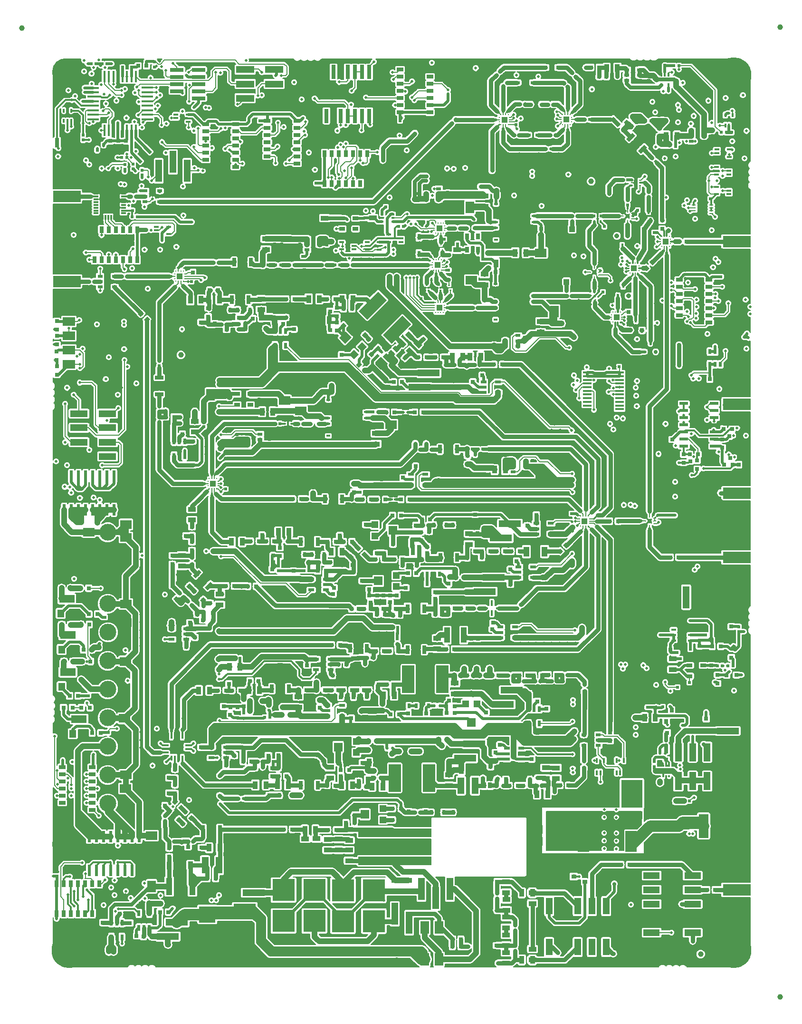
<source format=gtl>
G04 #@! TF.FileFunction,Copper,L1,Top,Signal*
%FSLAX46Y46*%
G04 Gerber Fmt 4.6, Leading zero omitted, Abs format (unit mm)*
G04 Created by KiCad (PCBNEW 4.0.7) date Mon Jan 13 15:14:29 2020*
%MOMM*%
%LPD*%
G01*
G04 APERTURE LIST*
%ADD10C,0.150000*%
%ADD11C,0.500000*%
%ADD12R,0.700000X0.700000*%
%ADD13R,0.440000X0.200000*%
%ADD14R,0.200000X0.440000*%
%ADD15R,0.760000X0.760000*%
%ADD16R,1.905000X2.425700*%
%ADD17R,0.711200X1.498600*%
%ADD18R,0.914400X5.334000*%
%ADD19R,2.160000X4.910000*%
%ADD20R,2.260000X7.110000*%
%ADD21R,0.495300X0.495300*%
%ADD22R,0.300000X0.210000*%
%ADD23R,2.000000X3.750000*%
%ADD24R,13.000000X1.500000*%
%ADD25R,1.500000X1.600000*%
%ADD26R,1.200000X1.200000*%
%ADD27R,0.610000X1.245000*%
%ADD28R,1.040000X1.800000*%
%ADD29R,0.450000X0.550000*%
%ADD30R,1.100000X0.600000*%
%ADD31R,0.550000X0.450000*%
%ADD32R,2.400000X0.740000*%
%ADD33R,3.200000X1.270000*%
%ADD34R,3.200400X1.270000*%
%ADD35R,1.270000X3.200000*%
%ADD36R,1.270000X3.200400*%
%ADD37R,0.900000X0.900000*%
%ADD38R,0.280000X0.200000*%
%ADD39R,0.200000X0.280000*%
%ADD40R,1.000000X1.000000*%
%ADD41R,1.524000X2.032000*%
%ADD42R,2.032000X1.524000*%
%ADD43R,0.800000X1.600000*%
%ADD44C,3.000000*%
%ADD45R,0.797560X0.797560*%
%ADD46R,4.000000X1.200000*%
%ADD47R,4.000000X1.300000*%
%ADD48R,1.300000X4.000000*%
%ADD49R,1.750000X4.250000*%
%ADD50R,1.200000X4.000000*%
%ADD51R,5.000000X2.000000*%
%ADD52C,1.000000*%
%ADD53C,5.000000*%
%ADD54R,1.000000X0.700000*%
%ADD55R,0.600000X2.000000*%
%ADD56R,0.600000X1.100000*%
%ADD57C,0.700000*%
%ADD58R,1.399540X0.899160*%
%ADD59R,0.700000X0.800000*%
%ADD60R,0.899160X1.399540*%
%ADD61R,0.800000X0.700000*%
%ADD62R,0.449580X1.998980*%
%ADD63R,1.998980X0.449580*%
%ADD64R,0.600000X0.950000*%
%ADD65R,1.550000X0.600000*%
%ADD66R,0.950000X0.600000*%
%ADD67C,6.350000*%
%ADD68R,0.500000X0.400000*%
%ADD69R,0.650000X0.350000*%
%ADD70R,0.550000X0.250000*%
%ADD71R,0.900000X0.600000*%
%ADD72R,3.000000X3.000000*%
%ADD73R,2.000000X1.050000*%
%ADD74R,0.650000X0.300000*%
%ADD75R,0.698500X0.797560*%
%ADD76R,0.797560X0.698500*%
%ADD77R,1.000000X0.350000*%
%ADD78R,0.350000X1.000000*%
%ADD79R,0.700000X0.400000*%
%ADD80R,2.100000X0.400000*%
%ADD81R,0.800000X0.650000*%
%ADD82R,1.550000X0.650000*%
%ADD83R,0.550000X0.150000*%
%ADD84R,0.700000X0.450000*%
%ADD85R,0.200000X0.050000*%
%ADD86R,0.350000X0.250000*%
%ADD87R,0.700000X0.600000*%
%ADD88R,1.140000X3.050000*%
%ADD89R,1.000000X2.800000*%
%ADD90R,1.000000X2.200000*%
%ADD91R,0.698500X1.050000*%
%ADD92R,1.600000X1.500000*%
%ADD93R,0.800000X0.900000*%
%ADD94R,1.600000X2.500000*%
%ADD95R,0.900000X0.450000*%
%ADD96R,2.160000X1.520000*%
%ADD97R,0.700000X1.000000*%
%ADD98R,1.500000X2.220000*%
%ADD99R,0.950000X0.300000*%
%ADD100R,0.300000X0.950000*%
%ADD101R,2.150000X2.150000*%
%ADD102R,1.200000X3.000000*%
%ADD103R,0.900000X0.800000*%
%ADD104R,3.000000X1.200000*%
%ADD105R,0.300000X0.660000*%
%ADD106R,0.800000X1.100000*%
%ADD107R,0.800000X1.500000*%
%ADD108R,2.100000X1.000000*%
%ADD109R,1.000000X2.100000*%
%ADD110R,0.800000X1.000000*%
%ADD111R,1.000000X0.800000*%
%ADD112R,0.800000X1.700000*%
%ADD113R,0.850000X0.350000*%
%ADD114R,0.350000X0.850000*%
%ADD115R,4.000000X4.000000*%
%ADD116R,3.150000X1.200000*%
%ADD117R,1.220000X2.990000*%
%ADD118R,0.400000X0.400000*%
%ADD119R,0.900000X0.400000*%
%ADD120R,0.400000X0.730000*%
%ADD121R,0.730000X0.400000*%
%ADD122R,0.730000X0.730000*%
%ADD123R,0.675000X0.400000*%
%ADD124R,0.400000X0.675000*%
%ADD125R,1.275000X2.955000*%
%ADD126R,2.900000X6.800000*%
%ADD127R,0.300000X0.500000*%
%ADD128R,5.450000X2.955000*%
%ADD129R,2.900000X0.890000*%
%ADD130R,1.180000X0.700000*%
%ADD131R,0.400000X0.700000*%
%ADD132R,1.000000X0.540000*%
%ADD133R,1.500000X0.450000*%
%ADD134R,0.700000X1.180000*%
%ADD135R,0.250000X0.200000*%
%ADD136R,0.800000X2.500000*%
%ADD137R,0.300000X0.850000*%
%ADD138R,0.850000X0.300000*%
%ADD139R,3.200000X3.200000*%
%ADD140R,4.960000X3.800000*%
%ADD141R,1.440000X1.600000*%
%ADD142R,1.400000X1.340000*%
%ADD143R,1.900000X1.700000*%
%ADD144R,0.600000X2.400000*%
%ADD145R,2.100000X1.270000*%
%ADD146R,3.800000X4.960000*%
%ADD147R,1.600000X1.440000*%
%ADD148R,1.340000X1.400000*%
%ADD149R,1.700000X1.900000*%
%ADD150R,2.400000X0.600000*%
%ADD151R,1.000000X0.500000*%
%ADD152R,0.500000X1.000000*%
%ADD153R,0.630000X0.830000*%
%ADD154R,1.100000X1.000000*%
%ADD155R,0.320000X0.430000*%
%ADD156R,0.425000X0.320000*%
%ADD157R,0.400000X0.320000*%
%ADD158R,0.440000X0.950000*%
%ADD159R,0.350000X0.240000*%
%ADD160R,2.425700X1.905000*%
%ADD161R,1.498600X0.711200*%
%ADD162R,5.334000X0.914400*%
%ADD163R,1.050000X2.000000*%
%ADD164R,1.200000X1.400000*%
%ADD165R,2.800000X1.400000*%
%ADD166R,0.750000X0.250000*%
%ADD167R,0.250000X0.400000*%
%ADD168R,0.240000X0.400000*%
%ADD169C,0.790000*%
%ADD170C,0.200000*%
%ADD171C,0.500000*%
%ADD172C,1.000000*%
%ADD173C,0.700000*%
%ADD174C,0.300000*%
%ADD175C,0.400000*%
%ADD176C,0.600000*%
%ADD177C,0.860000*%
%ADD178C,0.100000*%
%ADD179C,2.000000*%
%ADD180C,0.250000*%
G04 APERTURE END LIST*
D10*
D11*
X102832840Y-144345300D03*
X102806500Y-142303500D03*
X164703180Y-124768480D03*
X168579220Y-72320020D03*
X152669240Y-79964280D03*
X154493420Y-79956260D03*
X143700020Y-79925960D03*
X144018000Y-77828140D03*
X149511540Y-77807600D03*
X100980240Y-110987840D03*
X101193040Y-107574620D03*
X100339600Y-106553540D03*
X175045820Y-103064360D03*
X176442820Y-103064360D03*
X173648820Y-103064360D03*
X173664060Y-104151480D03*
X176458060Y-104151480D03*
X175061060Y-104151480D03*
X166437760Y-112792560D03*
X167834760Y-112792560D03*
X159595000Y-112777320D03*
X160992000Y-112777320D03*
X164040000Y-112838280D03*
X162643000Y-112838280D03*
X135355780Y-97397620D03*
X168040740Y-53767860D03*
X169529180Y-53772940D03*
X186283600Y-54871620D03*
X184767220Y-55100220D03*
X188569600Y-53708300D03*
X188191140Y-52405280D03*
X183791860Y-52417980D03*
X186230260Y-52425600D03*
X186778900Y-51407060D03*
X184340500Y-51399440D03*
X197555540Y-52873780D03*
X198612180Y-51288820D03*
X198940420Y-60568840D03*
X198950580Y-61986160D03*
X198963280Y-59184540D03*
X200759060Y-58940700D03*
X204111860Y-58737500D03*
X202511660Y-58752740D03*
X202429800Y-67146040D03*
X202420220Y-65351660D03*
X202481180Y-60672980D03*
X202490760Y-62467360D03*
X204185520Y-67162680D03*
X204139800Y-65257680D03*
X204090960Y-62452120D03*
X204081380Y-60657740D03*
X201681080Y-70614540D03*
X201673460Y-69860160D03*
X198099680Y-69608700D03*
X197622160Y-68973700D03*
X198582280Y-68981320D03*
X198793100Y-66194940D03*
X197596760Y-66644520D03*
X196054980Y-66301620D03*
X173059780Y-64522220D03*
X179364060Y-64677160D03*
X176824060Y-64644140D03*
X174060540Y-66003040D03*
X176016340Y-66015740D03*
X180512140Y-66061460D03*
X178556340Y-66048760D03*
X185376820Y-65011300D03*
X186273440Y-65984120D03*
X187220860Y-65664080D03*
X186392820Y-63131700D03*
X184678320Y-63131700D03*
X185887360Y-63929260D03*
X167454000Y-87344120D03*
X166552300Y-87344120D03*
X169386940Y-87374600D03*
X170288640Y-87374600D03*
X164588880Y-87328880D03*
X163687180Y-87328880D03*
X185516520Y-74104500D03*
X186888120Y-66888360D03*
X185648600Y-60706000D03*
X182605680Y-60739020D03*
X186608720Y-60700920D03*
X188383600Y-60996700D03*
X202605640Y-81274920D03*
X202605640Y-80383380D03*
X201683620Y-87454740D03*
X201683620Y-86563200D03*
X202521820Y-85938360D03*
X202521820Y-86829900D03*
X164939400Y-60849380D03*
X163969120Y-60826520D03*
X155567840Y-66227560D03*
X157246320Y-64556640D03*
X155578000Y-65130280D03*
X134157140Y-101446200D03*
X133715180Y-99769800D03*
X136097600Y-128104200D03*
X132683840Y-127890840D03*
X143664940Y-116974620D03*
X154030680Y-118704360D03*
X153984960Y-117744240D03*
X148498560Y-118902480D03*
X147172680Y-122285760D03*
X151592280Y-123977400D03*
X150693120Y-123931680D03*
X149824440Y-123916440D03*
X146913600Y-117355620D03*
X146019520Y-116964460D03*
X124084080Y-114863880D03*
X118517720Y-114777760D03*
X170635140Y-82256580D03*
X170658000Y-83353860D03*
X174640240Y-75773280D03*
X182834280Y-97139760D03*
X184487820Y-81221580D03*
X184225620Y-80313400D03*
X179847240Y-83134200D03*
X180025040Y-80086200D03*
X180045360Y-81854040D03*
X179847240Y-84038440D03*
X180049860Y-85461980D03*
X147088380Y-77807600D03*
X151640540Y-77563980D03*
X160667700Y-70096380D03*
X157185360Y-69461380D03*
X159570420Y-70490080D03*
X159486600Y-73418700D03*
X160726120Y-74472800D03*
X166542140Y-72365740D03*
X163997060Y-74534900D03*
X163029320Y-74504420D03*
X167655240Y-74736960D03*
X168538580Y-74755880D03*
X166709780Y-74717780D03*
X163830000Y-72527160D03*
X162603180Y-72542400D03*
X160942020Y-71856600D03*
X89030480Y-94125660D03*
X82506820Y-92791280D03*
X83797140Y-92847160D03*
X82402680Y-88468200D03*
X84048600Y-88445340D03*
X90799340Y-88644600D03*
X112396960Y-85609300D03*
X115749760Y-85731220D03*
X125792920Y-86625300D03*
X144569180Y-81785460D03*
X147091400Y-81810860D03*
X146296380Y-81805780D03*
X155097480Y-82224880D03*
X151089360Y-82209640D03*
X151122380Y-80032860D03*
X152933400Y-78143100D03*
X152948640Y-76895960D03*
X156034740Y-70899020D03*
X157520640Y-70901560D03*
X168125140Y-70238620D03*
X158404560Y-72321420D03*
D10*
G36*
X176029220Y-88903740D02*
X176069220Y-88953740D01*
X176069220Y-89053740D01*
X176029220Y-89103740D01*
X176029220Y-88903740D01*
X176029220Y-88903740D01*
G37*
G36*
X176869220Y-88263740D02*
X176819220Y-88303740D01*
X176719220Y-88303740D01*
X176669220Y-88263740D01*
X176869220Y-88263740D01*
X176869220Y-88263740D01*
G37*
G36*
X177509220Y-89103740D02*
X177469220Y-89053740D01*
X177469220Y-88953740D01*
X177509220Y-88903740D01*
X177509220Y-89103740D01*
X177509220Y-89103740D01*
G37*
G36*
X176669220Y-89743740D02*
X176719220Y-89703740D01*
X176819220Y-89703740D01*
X176869220Y-89743740D01*
X176669220Y-89743740D01*
X176669220Y-89743740D01*
G37*
G36*
X176029220Y-89403740D02*
X176069220Y-89453740D01*
X176069220Y-89553740D01*
X176029220Y-89603740D01*
X176029220Y-89403740D01*
X176029220Y-89403740D01*
G37*
G36*
X176029220Y-88403740D02*
X176069220Y-88453740D01*
X176069220Y-88553740D01*
X176029220Y-88603740D01*
X176029220Y-88403740D01*
X176029220Y-88403740D01*
G37*
G36*
X176369220Y-88263740D02*
X176319220Y-88303740D01*
X176219220Y-88303740D01*
X176169220Y-88263740D01*
X176369220Y-88263740D01*
X176369220Y-88263740D01*
G37*
G36*
X177369220Y-88263740D02*
X177319220Y-88303740D01*
X177219220Y-88303740D01*
X177169220Y-88263740D01*
X177369220Y-88263740D01*
X177369220Y-88263740D01*
G37*
G36*
X177509220Y-88603740D02*
X177469220Y-88553740D01*
X177469220Y-88453740D01*
X177509220Y-88403740D01*
X177509220Y-88603740D01*
X177509220Y-88603740D01*
G37*
G36*
X177509220Y-89603740D02*
X177469220Y-89553740D01*
X177469220Y-89453740D01*
X177509220Y-89403740D01*
X177509220Y-89603740D01*
X177509220Y-89603740D01*
G37*
G36*
X177169220Y-89743740D02*
X177219220Y-89703740D01*
X177319220Y-89703740D01*
X177369220Y-89743740D01*
X177169220Y-89743740D01*
X177169220Y-89743740D01*
G37*
D12*
X176769220Y-89003740D03*
D13*
X177729220Y-89503740D03*
X177729220Y-89003740D03*
X177729220Y-88503740D03*
D14*
X176269220Y-88043740D03*
X176769220Y-88043740D03*
X177269220Y-88043740D03*
X177269220Y-89963740D03*
X176269220Y-89963740D03*
X176769220Y-89963740D03*
D13*
X175809220Y-89503740D03*
X175809220Y-88503740D03*
X175809220Y-89003740D03*
D15*
X176769220Y-89003740D03*
D10*
G36*
X176169220Y-89743740D02*
X176219220Y-89703740D01*
X176319220Y-89703740D01*
X176369220Y-89743740D01*
X176169220Y-89743740D01*
X176169220Y-89743740D01*
G37*
D11*
X181744620Y-88308180D03*
X188655380Y-89038300D03*
X147731480Y-83499960D03*
X146425920Y-83515200D03*
X143301720Y-81884520D03*
X143271240Y-83484720D03*
X143215360Y-84282280D03*
X145130520Y-84322920D03*
X144332960Y-84201000D03*
X173811620Y-81174460D03*
X173796960Y-80208120D03*
X172958180Y-83658580D03*
X173453480Y-82561300D03*
X171589120Y-81133820D03*
X171078580Y-75403580D03*
X173471840Y-73319640D03*
X172678780Y-73308080D03*
X173356960Y-74420600D03*
X174076360Y-74259440D03*
X175861980Y-90873580D03*
X181523640Y-80601820D03*
X181820820Y-76741020D03*
X183661740Y-74519660D03*
X187161860Y-73422380D03*
X178308000Y-74302620D03*
X178341020Y-73207880D03*
X181635400Y-73700640D03*
X180848000Y-73604120D03*
X182308500Y-73289160D03*
X180586380Y-75117960D03*
X189684080Y-72777220D03*
X190857560Y-80178780D03*
X189785680Y-77110460D03*
X189778060Y-77826740D03*
X192102160Y-77102840D03*
X192635560Y-75548360D03*
X192086920Y-74512040D03*
X192092000Y-73551920D03*
X192092000Y-72820400D03*
X191475360Y-71358760D03*
X190723520Y-70672960D03*
X190200280Y-70134480D03*
X187802520Y-71147940D03*
X181823360Y-69880480D03*
X180533040Y-69824600D03*
X183080660Y-69893180D03*
X184668160Y-69880480D03*
X184685360Y-71608820D03*
X179903120Y-71782940D03*
X182311040Y-71600060D03*
X159562800Y-101114860D03*
X162134020Y-89849880D03*
X165232820Y-89849880D03*
X164013620Y-89849880D03*
X163099220Y-89849880D03*
X166742800Y-91121100D03*
X167022200Y-92106620D03*
X116631720Y-86619080D03*
X118724680Y-86644480D03*
X144307560Y-86614000D03*
X144297400Y-88803480D03*
X146357340Y-86652100D03*
X143283940Y-86616540D03*
X143283940Y-88788240D03*
X147124420Y-86766400D03*
X142516860Y-90182700D03*
X134680380Y-89665680D03*
X133227500Y-89647900D03*
X140479200Y-88789380D03*
X140400460Y-86625300D03*
X145669000Y-88788240D03*
X145975520Y-90613280D03*
X146638460Y-92866260D03*
X145876460Y-92632580D03*
X150227720Y-92667960D03*
X150232800Y-91154120D03*
X150418800Y-91948000D03*
X148642520Y-92010280D03*
X146448200Y-91999940D03*
X147744180Y-91142820D03*
X149582560Y-90630880D03*
X151632920Y-90840560D03*
X151675280Y-89686180D03*
X152104540Y-93557140D03*
X152104540Y-92619880D03*
X158418980Y-92985640D03*
X158418980Y-92149980D03*
X151050440Y-99320400D03*
X156618120Y-99411840D03*
X152427120Y-99411840D03*
X155221120Y-99411840D03*
X153824120Y-99411840D03*
X154189880Y-97501760D03*
X155586880Y-97501760D03*
X152792880Y-97501760D03*
X156983880Y-97501760D03*
X151416200Y-97410320D03*
X149409600Y-97146160D03*
X148012600Y-97146160D03*
X167868020Y-96599880D03*
X174772320Y-87157560D03*
X179928520Y-94269560D03*
X179808560Y-92035500D03*
X176051900Y-93958280D03*
X173421040Y-90408760D03*
X172867320Y-91864180D03*
X172872400Y-91125040D03*
X170721020Y-91097100D03*
X168906880Y-92137100D03*
X170288640Y-94311340D03*
X168713840Y-94321500D03*
X166826620Y-88289000D03*
X167728320Y-88289000D03*
X171602400Y-88529160D03*
X171602880Y-87679480D03*
X170757060Y-89691160D03*
X170734200Y-88593880D03*
X175013040Y-88131520D03*
X175688680Y-87659080D03*
X174103720Y-89655520D03*
X174109380Y-88849200D03*
X174109380Y-88079580D03*
X204309400Y-135936860D03*
X204195100Y-143518760D03*
X173990000Y-93987620D03*
X173545500Y-92308680D03*
X173984920Y-90942160D03*
X177485040Y-97825560D03*
X176669700Y-97734120D03*
X176780880Y-96627820D03*
X177370740Y-97071180D03*
X178668100Y-99762180D03*
X182561920Y-103602660D03*
X181388440Y-102459660D03*
X182422220Y-100232080D03*
X187624140Y-98540440D03*
X187710500Y-100163500D03*
X188706760Y-96870520D03*
X187721240Y-93510100D03*
X188534040Y-94609920D03*
X188046360Y-95166180D03*
X187715580Y-96871660D03*
X185945200Y-97176460D03*
X184988200Y-93781880D03*
X185801000Y-93786960D03*
X185795920Y-92989400D03*
X184983120Y-92984320D03*
X183878220Y-83850480D03*
X187073540Y-83431380D03*
X186720480Y-84068920D03*
X186720480Y-82798920D03*
X193525140Y-80083660D03*
X190880420Y-82599400D03*
X190882960Y-81781520D03*
X190926140Y-80940780D03*
X190855600Y-79197200D03*
X193537840Y-81650840D03*
X194056000Y-84551520D03*
X195193920Y-84582000D03*
X197568820Y-84543900D03*
X197599300Y-82417920D03*
X194304920Y-82478880D03*
X195143120Y-82468720D03*
X186888120Y-88900000D03*
X187413900Y-88346280D03*
X187020200Y-90520520D03*
X188663580Y-87035640D03*
X188650880Y-90022680D03*
X187695840Y-91130120D03*
X187619640Y-77795120D03*
X187756800Y-78994000D03*
X187779660Y-80147160D03*
X187975240Y-81046320D03*
X185384440Y-78287880D03*
X185333640Y-77525880D03*
X185775600Y-78973680D03*
X187589160Y-76801980D03*
X184480200Y-76708000D03*
X185328560Y-76520040D03*
X183885840Y-81739740D03*
X183885840Y-82829400D03*
X155048640Y-85327360D03*
X152740360Y-82179160D03*
X150911560Y-84226400D03*
X150916640Y-83439000D03*
X150286720Y-83825080D03*
X198506080Y-84559140D03*
X196123560Y-84566760D03*
X196128640Y-82440780D03*
X181531260Y-81714340D03*
X186470980Y-85909020D03*
X185559120Y-87257760D03*
X186552840Y-72374760D03*
X183608400Y-76686280D03*
X181592220Y-75057000D03*
X183677560Y-75255120D03*
X185402220Y-75232260D03*
X183354400Y-71629140D03*
X181119780Y-71597520D03*
X178958240Y-72445880D03*
X178216560Y-75148440D03*
X156514800Y-69748400D03*
X154752040Y-69748400D03*
X152948640Y-67543680D03*
X155486100Y-67541140D03*
X150022560Y-67528440D03*
D10*
G36*
X182446332Y-66521150D02*
X183146792Y-66521150D01*
X183793370Y-67167728D01*
X183793370Y-67868188D01*
X182446332Y-66521150D01*
X182446332Y-66521150D01*
G37*
G36*
X183793371Y-67868188D02*
X182078142Y-69583417D01*
X180731103Y-68236378D01*
X182446332Y-66521149D01*
X183793371Y-67868188D01*
X183793371Y-67868188D01*
G37*
G36*
X184017877Y-64680197D02*
X182958207Y-65739867D01*
X182455313Y-65236973D01*
X183514983Y-64177303D01*
X184017877Y-64680197D01*
X184017877Y-64680197D01*
G37*
G36*
X185149389Y-65811709D02*
X181377681Y-69583417D01*
X180731103Y-68936839D01*
X184502811Y-65165131D01*
X185149389Y-65811709D01*
X185149389Y-65811709D01*
G37*
G36*
X186137217Y-66799537D02*
X185077547Y-67859207D01*
X184574653Y-67356313D01*
X185634323Y-66296643D01*
X186137217Y-66799537D01*
X186137217Y-66799537D01*
G37*
G36*
X182078141Y-69583417D02*
X181377681Y-69583417D01*
X180731103Y-68936839D01*
X180731103Y-68236379D01*
X182078141Y-69583417D01*
X182078141Y-69583417D01*
G37*
D11*
X148830820Y-70004720D03*
X98570560Y-200397340D03*
X99027760Y-197184240D03*
X104761720Y-193043680D03*
X104350240Y-192469640D03*
X103207240Y-191669540D03*
X102498580Y-193864100D03*
X102529060Y-195273800D03*
X98741920Y-195395720D03*
X98736840Y-193968240D03*
X110296960Y-66349880D03*
X141466080Y-63369400D03*
X126027960Y-73163640D03*
X129336220Y-85009860D03*
X118863160Y-118580140D03*
X127687760Y-128260980D03*
X126628580Y-127140840D03*
X120240200Y-164682400D03*
X121162220Y-164667160D03*
X122427140Y-164697640D03*
X118842300Y-184060060D03*
X148165820Y-174261780D03*
X95460820Y-201828400D03*
X152662080Y-70898620D03*
X152691620Y-64899320D03*
X165807500Y-142378380D03*
X167560100Y-141850060D03*
X180501980Y-105804840D03*
X178325200Y-104849800D03*
X181223920Y-60746640D03*
X177154840Y-55742840D03*
X178871880Y-56098440D03*
X180873400Y-55953660D03*
X195051100Y-56747280D03*
X197787260Y-64907160D03*
X197339640Y-142007460D03*
X199562140Y-146762340D03*
X199572880Y-145379440D03*
X188554100Y-155772760D03*
X197416160Y-165279980D03*
X187601600Y-164728800D03*
X189211960Y-164906600D03*
X196042020Y-162521540D03*
X194957440Y-162465660D03*
X81203800Y-195709540D03*
X88817120Y-97483540D03*
X89222020Y-101709760D03*
X142377160Y-158043880D03*
X150870920Y-158165800D03*
X196046780Y-102490140D03*
X198107400Y-109671840D03*
X195900140Y-113933960D03*
X194068800Y-113639320D03*
X204274420Y-118686580D03*
X198848980Y-121856500D03*
X200578720Y-119989600D03*
X190260660Y-133183500D03*
X189833940Y-190696720D03*
X191266500Y-190704340D03*
X191180140Y-185202700D03*
X189747580Y-185195080D03*
X187431100Y-183102120D03*
X105759100Y-174879360D03*
X109520840Y-174478040D03*
X109930620Y-167788460D03*
D10*
G36*
X145924320Y-154552600D02*
X145429020Y-155047900D01*
X144514620Y-155047900D01*
X144019320Y-154552600D01*
X145924320Y-154552600D01*
X145924320Y-154552600D01*
G37*
D16*
X144971820Y-153339750D03*
D17*
X146470420Y-156216300D03*
D18*
X144971820Y-154298600D03*
D17*
X143473220Y-156216300D03*
D10*
G36*
X144019320Y-152126900D02*
X144514620Y-151631600D01*
X145429020Y-151631600D01*
X145924320Y-152126900D01*
X144019320Y-152126900D01*
X144019320Y-152126900D01*
G37*
D19*
X141171660Y-179012820D03*
X147271660Y-179012820D03*
D20*
X144221660Y-179012820D03*
D11*
X100229180Y-60323940D03*
X202198660Y-143541620D03*
X200054900Y-143546700D03*
X199978700Y-135830180D03*
X202127540Y-135835260D03*
X201873540Y-124557660D03*
X204307440Y-124587000D03*
X202173840Y-132062220D03*
X204299820Y-132074920D03*
X199717660Y-109489240D03*
X200487380Y-108846340D03*
X203250900Y-108775220D03*
X203329540Y-79667100D03*
X201853800Y-79710280D03*
X199649080Y-87276940D03*
X203420980Y-87332820D03*
X203420980Y-86441280D03*
X203502260Y-80812640D03*
X199552560Y-80756760D03*
X199623680Y-85912960D03*
X168434340Y-134649780D03*
X118256740Y-101354760D03*
X116374600Y-98517580D03*
X117898600Y-98144200D03*
X122259780Y-98184840D03*
X111231680Y-101010720D03*
X109136180Y-99867720D03*
X107878880Y-99974400D03*
X105120440Y-96964500D03*
X103583740Y-93063060D03*
X106692700Y-95379540D03*
X105577640Y-95387160D03*
X105930700Y-92496640D03*
X105325600Y-91875480D03*
X110974560Y-92114240D03*
X107045760Y-92489020D03*
X109648680Y-91189680D03*
X108104360Y-91176980D03*
X112127720Y-92571440D03*
X159451040Y-207070960D03*
X159456900Y-205614500D03*
X93973160Y-206666060D03*
X96525860Y-203681560D03*
X93042740Y-164353240D03*
X93207840Y-154208480D03*
X93268800Y-152120600D03*
X93959120Y-129880900D03*
X92587520Y-129893600D03*
X102816100Y-121173780D03*
X104040380Y-115862640D03*
X104055620Y-114760280D03*
X104320120Y-110342640D03*
X104312720Y-111259620D03*
X101480060Y-113678240D03*
X100385880Y-112191800D03*
X133344340Y-97168840D03*
X92498620Y-109563440D03*
X83667040Y-108697300D03*
X90837460Y-110206060D03*
X92305580Y-114971100D03*
X123729260Y-57268320D03*
X122332260Y-57268320D03*
X106446260Y-132316360D03*
X103901180Y-134206120D03*
X103931660Y-137711320D03*
X106171940Y-137825620D03*
X106159240Y-134316660D03*
X106159240Y-135859660D03*
X102107440Y-135951500D03*
X170082800Y-182403080D03*
X177116740Y-181907180D03*
X176138840Y-181907180D03*
X146988980Y-93709540D03*
X101422180Y-149473640D03*
X102270540Y-148757360D03*
X100995460Y-148467800D03*
X105956080Y-151078920D03*
X110543200Y-149646240D03*
X108294020Y-146038800D03*
X131408330Y-133978710D03*
X131598080Y-140287200D03*
X132004080Y-146290060D03*
X132633720Y-144917160D03*
X148383780Y-77830460D03*
X141193520Y-77264260D03*
X127981220Y-81243380D03*
X131312920Y-80342740D03*
X130107200Y-80565200D03*
X138478260Y-79347060D03*
X138001520Y-81238300D03*
X136614680Y-81248460D03*
X135644400Y-80522020D03*
X151074120Y-73835260D03*
X123167140Y-85473540D03*
X122224800Y-84579460D03*
X124233940Y-84267040D03*
X121048780Y-84198460D03*
X119755920Y-84201000D03*
X163034980Y-70035420D03*
X161940240Y-70050660D03*
X182986680Y-94289880D03*
X174395820Y-99106860D03*
X185617540Y-110234600D03*
X186806260Y-109068740D03*
X194386200Y-126293880D03*
X194424300Y-130672840D03*
X192979040Y-130596640D03*
X198162600Y-131329300D03*
X196280460Y-131359780D03*
X142021560Y-147756880D03*
X127243840Y-191287400D03*
X125227080Y-191312800D03*
X127657860Y-194226180D03*
X126265360Y-194267960D03*
X123136660Y-140340080D03*
X124058680Y-140675360D03*
X121909840Y-140995400D03*
X117561360Y-141876780D03*
X117703600Y-140660120D03*
X117708680Y-139466320D03*
X142563260Y-139009580D03*
X137962640Y-137104120D03*
X143108000Y-134085900D03*
X136019540Y-135841740D03*
X148630640Y-124637800D03*
X93253040Y-176007620D03*
X82912700Y-184707120D03*
X91317520Y-170960320D03*
X83433360Y-162827240D03*
X83314540Y-156270960D03*
X83248500Y-149702520D03*
X85089440Y-162908520D03*
X85409480Y-171033980D03*
X91699080Y-208483200D03*
X91348560Y-206395320D03*
X88590120Y-203934060D03*
X83515200Y-204505560D03*
X87325200Y-204779880D03*
X114764820Y-211406740D03*
X112036860Y-211376260D03*
X112029240Y-205633320D03*
X114757200Y-205663800D03*
X107092260Y-208446600D03*
X108336860Y-208472000D03*
X93188080Y-184305140D03*
X98905060Y-184497980D03*
X98392540Y-185303360D03*
X97325740Y-185288120D03*
X105363840Y-182042200D03*
X111073620Y-186782580D03*
X111157440Y-189558800D03*
X104638620Y-188820020D03*
X103407900Y-188822200D03*
X116278980Y-181674540D03*
X117675980Y-181674540D03*
X117675980Y-178339520D03*
X113740090Y-171937230D03*
X114629090Y-171937230D03*
X116833810Y-174886170D03*
X115944810Y-174886170D03*
X129386490Y-172470630D03*
X128497490Y-172470630D03*
X124550330Y-172485870D03*
X125439330Y-172485870D03*
X131914620Y-160855720D03*
X131190720Y-159766060D03*
X128924120Y-162094520D03*
X157260980Y-152398600D03*
X164504100Y-152320440D03*
X161109920Y-139864280D03*
X159712920Y-139864280D03*
X161008320Y-137547800D03*
X162405320Y-137547800D03*
X168366440Y-132212080D03*
X171218180Y-131970080D03*
X152656800Y-144499780D03*
X153909020Y-142023280D03*
X158420060Y-139854120D03*
X155778460Y-139843960D03*
X153647400Y-140837100D03*
X155044400Y-140837100D03*
X156441400Y-140837100D03*
X160378400Y-140824400D03*
X158981400Y-140824400D03*
X157584400Y-140824400D03*
X155449840Y-133993020D03*
X157118620Y-132933840D03*
X157151640Y-137688720D03*
X155940060Y-137355980D03*
X139753200Y-125837080D03*
X147381420Y-125898560D03*
X146901360Y-123498260D03*
X154142440Y-124907040D03*
X155519120Y-124942600D03*
X156667200Y-124932440D03*
X157744160Y-124932440D03*
X147619720Y-117980460D03*
X144865540Y-116948000D03*
X121784800Y-103633140D03*
X110175040Y-112128300D03*
X114175540Y-111922560D03*
X116945860Y-112294720D03*
X121069100Y-107189320D03*
X122422100Y-107189320D03*
X123819100Y-107189320D03*
X128283600Y-113140920D03*
X127064400Y-113140920D03*
X130179500Y-102787320D03*
X129389560Y-103666160D03*
X171526680Y-83369100D03*
X171503820Y-82271820D03*
X169857900Y-88631980D03*
X169880760Y-89729260D03*
X169088280Y-82393740D03*
X169065420Y-81296460D03*
X160841320Y-99693240D03*
X164330380Y-99110800D03*
X158008320Y-101099620D03*
X171139540Y-97077400D03*
X167009500Y-96589720D03*
X160943980Y-88799540D03*
X162117460Y-88791920D03*
X162470520Y-87351740D03*
X161297040Y-87359360D03*
X156681860Y-88014680D03*
X154789560Y-86295100D03*
X153616080Y-86302720D03*
X154324740Y-86980900D03*
X155498220Y-86973280D03*
X152156160Y-88620600D03*
X152140920Y-90297000D03*
X155337960Y-92589400D03*
X136038000Y-142392860D03*
X150292060Y-147753520D03*
X143141700Y-144010380D03*
X155394080Y-178060220D03*
X155363600Y-177171220D03*
X115438700Y-183788280D03*
X116570180Y-183790460D03*
X113278340Y-183805700D03*
X143821840Y-186904500D03*
X145052560Y-186902320D03*
X146184040Y-186904500D03*
X124520380Y-96287460D03*
X126778440Y-98027360D03*
X126847020Y-97112960D03*
X152739780Y-107720000D03*
X153997080Y-107709840D03*
X142650680Y-152193360D03*
X138386020Y-153163640D03*
X139783020Y-153163640D03*
X150971940Y-151418160D03*
X151947880Y-151404320D03*
X150190200Y-151632920D03*
X156529460Y-151662000D03*
X155132460Y-151662000D03*
X155798520Y-152445720D03*
X139696660Y-161177340D03*
X141093660Y-161177340D03*
X153644020Y-162091240D03*
X140805900Y-166147500D03*
X126537440Y-166385300D03*
X125501120Y-166400540D03*
X134416520Y-165780780D03*
X135813520Y-165780780D03*
X132806160Y-167050780D03*
X139156160Y-168465560D03*
X138023320Y-168523980D03*
X136626320Y-168523980D03*
X135229320Y-168523980D03*
X138302720Y-160502660D03*
X135935440Y-159918460D03*
X134538440Y-159918460D03*
X133141440Y-159918460D03*
X166029360Y-168165620D03*
X167080920Y-170817380D03*
X166557680Y-177571240D03*
X167845460Y-175673860D03*
X135334520Y-178190120D03*
X134103800Y-178192300D03*
X129508410Y-175000470D03*
X132216050Y-175229070D03*
X133105050Y-175229070D03*
X122482770Y-176204430D03*
X122482770Y-177220430D03*
X119208710Y-173285970D03*
X120097710Y-173285970D03*
X127374810Y-172485870D03*
X126485810Y-172485870D03*
X130282460Y-60791300D03*
X137463040Y-56727300D03*
X139891280Y-60344260D03*
X144346440Y-62294980D03*
X130274840Y-70694760D03*
X135075440Y-71952060D03*
X90947240Y-73271380D03*
X89758520Y-73240900D03*
X86939120Y-67495420D03*
X88397080Y-63334900D03*
X94249240Y-61419740D03*
X85618320Y-60012580D03*
X89273380Y-59593480D03*
X95788480Y-53766720D03*
X107017240Y-81611340D03*
X105620240Y-81611340D03*
X140324700Y-118468540D03*
X141109560Y-118476160D03*
X123212280Y-97239960D03*
X125251900Y-192987800D03*
X126394900Y-192987800D03*
X127625620Y-192985620D03*
X156883880Y-206790520D03*
X149641560Y-208815940D03*
X145755360Y-208495900D03*
X141080000Y-211862900D03*
X142324600Y-211888300D03*
X143658100Y-211926400D03*
X122131600Y-211583500D03*
X120798100Y-211545400D03*
X119553500Y-211520000D03*
X96868760Y-208647260D03*
X98000240Y-208649440D03*
X99704580Y-211471380D03*
X95201740Y-208643220D03*
X97342380Y-211471380D03*
X107731560Y-207507840D03*
X88315800Y-208940400D03*
X92866900Y-211463760D03*
X89961720Y-211470240D03*
X95229100Y-211463760D03*
X146015220Y-201895940D03*
X144681720Y-201857840D03*
X143437120Y-201832440D03*
X202244380Y-180615460D03*
X203676940Y-180623080D03*
X203689640Y-181984520D03*
X202257080Y-181976900D03*
X199318300Y-181049800D03*
X200750860Y-181057420D03*
X199297980Y-194245100D03*
X197865420Y-194237480D03*
X200639100Y-194214620D03*
X202071660Y-194222240D03*
X201848140Y-203833600D03*
X200415580Y-203825980D03*
X197641900Y-203848840D03*
X199074460Y-203856460D03*
X204195100Y-196165340D03*
X202762540Y-196157720D03*
X199988860Y-196180580D03*
X201421420Y-196188200D03*
X201147100Y-201865100D03*
X199714540Y-201857480D03*
X202488220Y-201834620D03*
X203920780Y-201842240D03*
X86674960Y-76542900D03*
X85697060Y-76545440D03*
X85699600Y-74462640D03*
X86644480Y-74452480D03*
X85567520Y-73347580D03*
X82225660Y-72757240D03*
X83240880Y-72748140D03*
D21*
X133647180Y-87701120D03*
X132748020Y-87701120D03*
D11*
X148518880Y-83499960D03*
X145608040Y-83738720D03*
X146004280Y-84373720D03*
X144703800Y-83378040D03*
X151571960Y-83825080D03*
X148569680Y-84297520D03*
X181144600Y-175883440D03*
X158174760Y-174103660D03*
X149218380Y-176933360D03*
X149218380Y-175933360D03*
X149218380Y-177933360D03*
X138611340Y-174815000D03*
X138611340Y-173815000D03*
X138611340Y-176765720D03*
X138611340Y-175765720D03*
X140673560Y-107238720D03*
X139495000Y-106598640D03*
X138456140Y-105534380D03*
X142630580Y-105731180D03*
X143925980Y-105731180D03*
X82389980Y-94142560D03*
X83929220Y-94073980D03*
X86017100Y-88549480D03*
X84155280Y-86205060D03*
X81236820Y-85511640D03*
X82448400Y-86365080D03*
X83339940Y-86822280D03*
X83423760Y-80063340D03*
X82408540Y-80072440D03*
X81213960Y-80063340D03*
X85013800Y-80055720D03*
D22*
X150891700Y-91352020D03*
X150641700Y-92152020D03*
X151141700Y-92152020D03*
X151141700Y-91752020D03*
X150641700Y-91752020D03*
D10*
G36*
X151727360Y-118838580D02*
X151232060Y-119333880D01*
X150317660Y-119333880D01*
X149822360Y-118838580D01*
X151727360Y-118838580D01*
X151727360Y-118838580D01*
G37*
D16*
X150774860Y-117625730D03*
D17*
X152273460Y-120502280D03*
D18*
X150774860Y-118584580D03*
D17*
X149276260Y-120502280D03*
D10*
G36*
X149822360Y-116412880D02*
X150317660Y-115917580D01*
X151232060Y-115917580D01*
X151727360Y-116412880D01*
X149822360Y-116412880D01*
X149822360Y-116412880D01*
G37*
D11*
X156870400Y-82232500D03*
X109283500Y-63334900D03*
X157178200Y-67680440D03*
X103922340Y-52221340D03*
X111008940Y-53504040D03*
X118895640Y-57644240D03*
X120292640Y-57644240D03*
X116560600Y-63347600D03*
X115189000Y-63347600D03*
X122491500Y-63385700D03*
X119773700Y-63449200D03*
X111633000Y-63360300D03*
X109296200Y-65405000D03*
X111607600Y-65405000D03*
X120078500Y-65366900D03*
X121450100Y-65379600D03*
X114437940Y-65365840D03*
X115836700Y-65366900D03*
X117231940Y-65365840D03*
X97153240Y-72858840D03*
X100594940Y-72147640D03*
X183920820Y-63838960D03*
X185902600Y-69913500D03*
X187017660Y-70195440D03*
X187791780Y-72063480D03*
X187634880Y-75067160D03*
X187817180Y-73396980D03*
X175831500Y-60744100D03*
X177571400Y-60744100D03*
X174091600Y-60756800D03*
X179692300Y-60769500D03*
X113768520Y-142466800D03*
X114171890Y-138365290D03*
X118921690Y-137958890D03*
X117118290Y-137984290D03*
X115683190Y-137971590D03*
X121702990Y-137908090D03*
X88478920Y-186723220D03*
X87513720Y-186088220D03*
X131076700Y-131000500D03*
X129413000Y-130987800D03*
X118952700Y-135814940D03*
X135227740Y-140277040D03*
X133259240Y-138219640D03*
X134503840Y-139426140D03*
X139814300Y-141147800D03*
X137744200Y-141160500D03*
X139227560Y-137109200D03*
X136601200Y-138569700D03*
X135763000Y-137718800D03*
X134937500Y-136893300D03*
X132751990Y-135901490D03*
X133780690Y-135926890D03*
X130402490Y-136003090D03*
X129373790Y-135977690D03*
D23*
X174794600Y-190271400D03*
X183294600Y-190271400D03*
D11*
X166808840Y-191933700D03*
X166808840Y-190536700D03*
X166796140Y-187704600D03*
X166796140Y-189101600D03*
X173532800Y-182524400D03*
X174530340Y-183556240D03*
X174510700Y-182524400D03*
X173532800Y-183565800D03*
X172130040Y-183581640D03*
X182955980Y-180800580D03*
X182950940Y-180098580D03*
X182227040Y-179781080D03*
X182232080Y-180483080D03*
X194751380Y-73689080D03*
X194754500Y-75349100D03*
X203136500Y-70180200D03*
X203146080Y-71974580D03*
X203149200Y-73634600D03*
X203136500Y-76911200D03*
X203133380Y-75251180D03*
X198624880Y-80026380D03*
X198483220Y-82410300D03*
X198640700Y-78409800D03*
X198637580Y-76749780D03*
D24*
X141242680Y-191301100D03*
X141242680Y-188801100D03*
X141242680Y-193801100D03*
D25*
X135862860Y-185478020D03*
D26*
X139112860Y-186478020D03*
X139112860Y-184478020D03*
D27*
X166279820Y-139673320D03*
X166279820Y-137818320D03*
D28*
X164654820Y-138745820D03*
X167904820Y-138745820D03*
D29*
X128573940Y-140655940D03*
X127623940Y-140655940D03*
D30*
X128898940Y-143655940D03*
X128898940Y-144605940D03*
X128898940Y-145555940D03*
X126298940Y-145555940D03*
X126298940Y-144605940D03*
X126298940Y-143655940D03*
D11*
X99326140Y-142900940D03*
X99326140Y-145694940D03*
X99326140Y-144297940D03*
X99326140Y-141503940D03*
D31*
X118748940Y-166030940D03*
X118748940Y-166980940D03*
D11*
X168653920Y-61851140D03*
X90210060Y-91679900D03*
X90210060Y-89686000D03*
X157599640Y-144497240D03*
X158996640Y-144497240D03*
X160393640Y-144497240D03*
X156456640Y-144509940D03*
X155059640Y-144509940D03*
X153662640Y-144509940D03*
X170218100Y-200494900D03*
X174129700Y-199707500D03*
X170243500Y-202222100D03*
X173570900Y-204012800D03*
X151822840Y-204087600D03*
X151822840Y-205484600D03*
X152927740Y-204074900D03*
X152927740Y-202677900D03*
X154908940Y-198398000D03*
X154908940Y-199795000D03*
X179628800Y-62979300D03*
X180849960Y-64075180D03*
X153248360Y-82722720D03*
X153395680Y-79969360D03*
X170989680Y-80153380D03*
X169568340Y-80107740D03*
X168351200Y-80098900D03*
X168770300Y-77660500D03*
X169987440Y-77669340D03*
X171408780Y-77714980D03*
X169826360Y-63554480D03*
X173826860Y-62957580D03*
X177344760Y-62932180D03*
X175604860Y-62932180D03*
X193865500Y-51282600D03*
X191312800Y-51308000D03*
X181624660Y-51359940D03*
X189141100Y-51308000D03*
X179364060Y-51413280D03*
X177027260Y-51372640D03*
X155609980Y-51370100D03*
X157972180Y-51306600D03*
X155818260Y-55761760D03*
X156953640Y-53148100D03*
X155805560Y-54428260D03*
X122457900Y-133782940D03*
X112128300Y-135585200D03*
X113868200Y-135585200D03*
X115049300Y-135813800D03*
X119663900Y-133782940D03*
X116865400Y-133184900D03*
X118135400Y-133184900D03*
X121060900Y-133782940D03*
X116484400Y-135813800D03*
X118907840Y-151083040D03*
X120304840Y-151083040D03*
X121701840Y-151083040D03*
X123098840Y-151083040D03*
X124495840Y-151083040D03*
X130083840Y-151083040D03*
X128686840Y-151083040D03*
X127289840Y-151083040D03*
X125892840Y-151083040D03*
X159194500Y-163461700D03*
X162746200Y-167425600D03*
X161515480Y-167427780D03*
X160372480Y-167427780D03*
X150964900Y-174193200D03*
X152244480Y-174209580D03*
X153387480Y-174209580D03*
X154618200Y-174207400D03*
X155749680Y-174209580D03*
X155419480Y-183886980D03*
X154288000Y-183884800D03*
X153057280Y-183886980D03*
X149552080Y-183886980D03*
X150782800Y-183884800D03*
X151914280Y-183886980D03*
X146046880Y-183886980D03*
X144915400Y-183884800D03*
X143684680Y-183886980D03*
X147189880Y-183886980D03*
X148420600Y-183884800D03*
X156902840Y-176782600D03*
X158274440Y-179398800D03*
X161099500Y-176885600D03*
X159442840Y-176884200D03*
X162313040Y-179348000D03*
X163969700Y-179349400D03*
X151257000Y-181597300D03*
X149600340Y-181595900D03*
X152457840Y-182624600D03*
X154114500Y-182626000D03*
X156166240Y-182650000D03*
X157525140Y-181608600D03*
X159181800Y-181610000D03*
X162890200Y-181635400D03*
X161233540Y-181634000D03*
X165056240Y-181659400D03*
X154622500Y-185127900D03*
X136966380Y-182020080D03*
X138197100Y-182017900D03*
X135834900Y-182017900D03*
X131927600Y-182041800D03*
X130721100Y-181533800D03*
X133359580Y-182032780D03*
X134590300Y-182030600D03*
X123922300Y-183580000D03*
X122691580Y-183582180D03*
X120417100Y-183580000D03*
X121548580Y-183582180D03*
X125166900Y-183567300D03*
X127635000Y-182118000D03*
X127529100Y-183567300D03*
X126298380Y-183569480D03*
X130526300Y-186780400D03*
X129295580Y-186782580D03*
X125790380Y-186782580D03*
X127021100Y-186780400D03*
X128152580Y-186782580D03*
X124658900Y-186780400D03*
X117546900Y-186793100D03*
X116316180Y-186795280D03*
X112810980Y-186795280D03*
X114041700Y-186793100D03*
X115173180Y-186795280D03*
X121040580Y-186795280D03*
X119909100Y-186793100D03*
X118678380Y-186795280D03*
X122183580Y-186795280D03*
X123414300Y-186793100D03*
X129286000Y-181546500D03*
X123338100Y-189510900D03*
X122107380Y-189513080D03*
X118602180Y-189513080D03*
X119832900Y-189510900D03*
X120964380Y-189513080D03*
X115096980Y-189513080D03*
X113965500Y-189510900D03*
X112734780Y-189513080D03*
X116239980Y-189513080D03*
X117470700Y-189510900D03*
X166166800Y-185597800D03*
X166166800Y-184150000D03*
X164510140Y-184148600D03*
X164510140Y-185545600D03*
X160687440Y-185520200D03*
X160687440Y-184123200D03*
X162344100Y-184124600D03*
X162344100Y-185572400D03*
X158635700Y-185547000D03*
X158635700Y-184099200D03*
X156979040Y-184097800D03*
X156979040Y-185494800D03*
X165564240Y-190511300D03*
X165564240Y-189114300D03*
X122221040Y-117005340D03*
X126348540Y-117183140D03*
X127745540Y-117132340D03*
X124993400Y-117030500D03*
X123541840Y-117030740D03*
X120963740Y-117005340D03*
D10*
G36*
X108882656Y-143269262D02*
X108182196Y-143269262D01*
X107535618Y-142622684D01*
X107535618Y-141922224D01*
X108882656Y-143269262D01*
X108882656Y-143269262D01*
G37*
G36*
X107535618Y-141922223D02*
X109250847Y-140206994D01*
X110597886Y-141554033D01*
X108882657Y-143269262D01*
X107535618Y-141922223D01*
X107535618Y-141922223D01*
G37*
G36*
X107311112Y-145110214D02*
X108370782Y-144050544D01*
X108873676Y-144553438D01*
X107814006Y-145613108D01*
X107311112Y-145110214D01*
X107311112Y-145110214D01*
G37*
G36*
X106179600Y-143978702D02*
X109951308Y-140206994D01*
X110597886Y-140853572D01*
X106826178Y-144625280D01*
X106179600Y-143978702D01*
X106179600Y-143978702D01*
G37*
G36*
X105191772Y-142990874D02*
X106251442Y-141931204D01*
X106754336Y-142434098D01*
X105694666Y-143493768D01*
X105191772Y-142990874D01*
X105191772Y-142990874D01*
G37*
G36*
X109250847Y-140206995D02*
X109951307Y-140206995D01*
X110597885Y-140853573D01*
X110597885Y-141554033D01*
X109250847Y-140206995D01*
X109250847Y-140206995D01*
G37*
D32*
X102388780Y-58053980D03*
X106263780Y-58053980D03*
X102363780Y-55513980D03*
X106263780Y-55513980D03*
X106263780Y-56783980D03*
X102363780Y-56783980D03*
X102363780Y-54243980D03*
X106263780Y-54243980D03*
X106263780Y-52973980D03*
X102363780Y-52973980D03*
D33*
X114543820Y-52914980D03*
X114543820Y-55489980D03*
X114543820Y-58029980D03*
D34*
X119693820Y-52914980D03*
D33*
X119693820Y-55489980D03*
X119693820Y-58029980D03*
D35*
X196859380Y-174440980D03*
X194284380Y-174440980D03*
X191744380Y-174440980D03*
D36*
X196859380Y-179590980D03*
D35*
X194284380Y-179590980D03*
X191744380Y-179590980D03*
D25*
X138248940Y-143955940D03*
D26*
X141498940Y-144955940D03*
X141498940Y-142955940D03*
D37*
X183807280Y-88272520D03*
D38*
X184702280Y-88672520D03*
X184702280Y-87872520D03*
X184702280Y-88272520D03*
D39*
X183132280Y-89167520D03*
X183582280Y-89167520D03*
X184032280Y-89167520D03*
X184482280Y-89167520D03*
X183132280Y-87377520D03*
X183582280Y-87377520D03*
X184032280Y-87377520D03*
D38*
X182912280Y-87872520D03*
X182912280Y-88672520D03*
X182912280Y-88272520D03*
D39*
X184482280Y-87377520D03*
D40*
X183807280Y-88272520D03*
D41*
X154584860Y-77472140D03*
X151282860Y-77472140D03*
D42*
X167239140Y-85549340D03*
X167239140Y-88851340D03*
X154813460Y-90421060D03*
X154813460Y-87119060D03*
D41*
X169621200Y-95986600D03*
X172923200Y-95986600D03*
D42*
X124403780Y-113674980D03*
X124403780Y-110372980D03*
X140548940Y-116154940D03*
X140548940Y-119456940D03*
D11*
X155274220Y-62941580D03*
X158159660Y-62992380D03*
D29*
X148273940Y-166155940D03*
X149223940Y-166155940D03*
D10*
G36*
X144005760Y-144845640D02*
X144501060Y-144350340D01*
X145415460Y-144350340D01*
X145910760Y-144845640D01*
X144005760Y-144845640D01*
X144005760Y-144845640D01*
G37*
D16*
X144958260Y-146058490D03*
D10*
G36*
X145910760Y-147271340D02*
X145415460Y-147766640D01*
X144501060Y-147766640D01*
X144005760Y-147271340D01*
X145910760Y-147271340D01*
X145910760Y-147271340D01*
G37*
D43*
X146458260Y-148884340D03*
D18*
X144958260Y-147017340D03*
D43*
X143458260Y-148884340D03*
D29*
X150073940Y-143255940D03*
X151023940Y-143255940D03*
D10*
G36*
X151765960Y-138109680D02*
X151270660Y-138604980D01*
X150356260Y-138604980D01*
X149860960Y-138109680D01*
X151765960Y-138109680D01*
X151765960Y-138109680D01*
G37*
D16*
X150813460Y-136896830D03*
D17*
X152312060Y-139773380D03*
D18*
X150813460Y-137855680D03*
D17*
X149314860Y-139773380D03*
D10*
G36*
X149860960Y-135683980D02*
X150356260Y-135188680D01*
X151270660Y-135188680D01*
X151765960Y-135683980D01*
X149860960Y-135683980D01*
X149860960Y-135683980D01*
G37*
D11*
X170443580Y-67869940D03*
X168589380Y-67880100D03*
X166846940Y-67869940D03*
X163362060Y-67869940D03*
X171459580Y-53468140D03*
X174035140Y-53422420D03*
X160054980Y-51370100D03*
X157164460Y-54301260D03*
X158312540Y-53021100D03*
X162000620Y-51314220D03*
X169127860Y-51441220D03*
X165424540Y-51349780D03*
X172734660Y-51385340D03*
X175071460Y-51425980D03*
X175462620Y-58319540D03*
X173059780Y-58334780D03*
X170895700Y-58289060D03*
X175442300Y-55540780D03*
X173125820Y-55510300D03*
X175442300Y-56318020D03*
X173141060Y-56302780D03*
X170773780Y-56373900D03*
X164855580Y-58192540D03*
X166389740Y-58156980D03*
X168599540Y-58146820D03*
X160324220Y-54473980D03*
X164449180Y-53955820D03*
X164408540Y-56511060D03*
X168050900Y-56226580D03*
X166451740Y-60652260D03*
X164648340Y-60068060D03*
X163342780Y-60037580D03*
X159425060Y-56475500D03*
X161604380Y-56475500D03*
X161568820Y-58629420D03*
X159425060Y-58629420D03*
X166765660Y-65858260D03*
X170413100Y-65822700D03*
X168716380Y-65837940D03*
X167930020Y-63629140D03*
X164495940Y-63613900D03*
X193659180Y-56074180D03*
X197392980Y-56653300D03*
X196367400Y-51282600D03*
X195650540Y-54895620D03*
X193836980Y-54118380D03*
X86013980Y-91634180D03*
X87238260Y-91629100D03*
X87238260Y-89647900D03*
X86013980Y-89652980D03*
D44*
X90053780Y-148013980D03*
X90053780Y-158173980D03*
X90053780Y-168333980D03*
X90053780Y-178493980D03*
X90053780Y-183573980D03*
X90053780Y-173413980D03*
X90053780Y-163253980D03*
X90103780Y-153093980D03*
D11*
X185648020Y-96521140D03*
X192386640Y-109271940D03*
X188591880Y-112347880D03*
X186064580Y-111705260D03*
X187182180Y-110600360D03*
X188515680Y-106002960D03*
X188502980Y-109160180D03*
X171561180Y-72685780D03*
X167370180Y-69815580D03*
X168817980Y-69828280D03*
X179282780Y-69840980D03*
X177326980Y-69828280D03*
X175345780Y-69815580D03*
X173288380Y-69777480D03*
X170862680Y-69790180D03*
X172221580Y-67567680D03*
X173923380Y-67567680D03*
X175980780Y-67605780D03*
X177961980Y-67618480D03*
X179917780Y-67631180D03*
X188655380Y-68596380D03*
X189290380Y-69371080D03*
X189798380Y-75009880D03*
X189783720Y-73510140D03*
X192668580Y-77791180D03*
X193443280Y-78642080D03*
X193527680Y-80848200D03*
X193540380Y-82481420D03*
X186333820Y-104153840D03*
X185000320Y-104128440D03*
X183717620Y-101537640D03*
X174698080Y-83493480D03*
X174736180Y-82198080D03*
X176831680Y-82185380D03*
X176793580Y-83480780D03*
X177847680Y-84826980D03*
X178419180Y-85385780D03*
X178444580Y-87989280D03*
X177631780Y-87278080D03*
X175688680Y-86871680D03*
X175726780Y-85576280D03*
X174711360Y-80215740D03*
X177822280Y-83226780D03*
X177860380Y-81766280D03*
X180035200Y-80982820D03*
X180959760Y-80078580D03*
X180705180Y-77791180D03*
X180692480Y-76800580D03*
X178152480Y-77778480D03*
X178165180Y-76762480D03*
X173364580Y-77867380D03*
X172704180Y-77156180D03*
X170443580Y-74781280D03*
X169376780Y-74793980D03*
X169554580Y-72304780D03*
X170595980Y-72292080D03*
X174025560Y-75158600D03*
X176731140Y-77732840D03*
X175841080Y-76800580D03*
X179333580Y-103572180D03*
X177644480Y-101883080D03*
X175879180Y-100117780D03*
X178495380Y-102772080D03*
X180565480Y-104804080D03*
X187083120Y-106084240D03*
X185292420Y-106071540D03*
X183133420Y-104014140D03*
X182028520Y-103112440D03*
X180733120Y-101766240D03*
X179232560Y-100284280D03*
X177485040Y-98541840D03*
X176183980Y-97145980D03*
X183374720Y-100254940D03*
X184108780Y-85817580D03*
X184515180Y-82210780D03*
X184540580Y-83442680D03*
X187924440Y-87828120D03*
X188655380Y-88230580D03*
X188655960Y-90822780D03*
X188617860Y-91676220D03*
X187634880Y-94518480D03*
X188553780Y-92878780D03*
X187918780Y-92002480D03*
X186410020Y-89879040D03*
X193288340Y-94997140D03*
X188681360Y-98516440D03*
X185762320Y-94806640D03*
X184990740Y-94800420D03*
X184957720Y-92024200D03*
X185811160Y-92034360D03*
X185025720Y-91263340D03*
D31*
X114498940Y-97080940D03*
X114498940Y-98030940D03*
D10*
G36*
X114602720Y-92219380D02*
X114107420Y-92714680D01*
X113193020Y-92714680D01*
X112697720Y-92219380D01*
X114602720Y-92219380D01*
X114602720Y-92219380D01*
G37*
D16*
X113650220Y-91006530D03*
D17*
X115148820Y-93883080D03*
D18*
X113650220Y-91965380D03*
D17*
X112151620Y-93883080D03*
D10*
G36*
X112697720Y-89793680D02*
X113193020Y-89298380D01*
X114107420Y-89298380D01*
X114602720Y-89793680D01*
X112697720Y-89793680D01*
X112697720Y-89793680D01*
G37*
D11*
X165247040Y-177495040D03*
D29*
X140764740Y-173737240D03*
X139814740Y-173737240D03*
D45*
X81820440Y-145228180D03*
X83420640Y-145228180D03*
D46*
X200545580Y-170678680D03*
X202145580Y-173218680D03*
X202145580Y-168138680D03*
D47*
X199238580Y-182769680D03*
D48*
X202488580Y-187569680D03*
D49*
X196238580Y-187569680D03*
D50*
X193125780Y-146866380D03*
X195665780Y-145266380D03*
X190585780Y-145266380D03*
D46*
X191756980Y-187597620D03*
X190156980Y-185057620D03*
X190156980Y-190137620D03*
D11*
X125721800Y-99876480D03*
X127118800Y-99876480D03*
X124324800Y-99876480D03*
X124299400Y-101654480D03*
X127093400Y-101654480D03*
X125696400Y-101654480D03*
D51*
X82753780Y-93373980D03*
X82753780Y-87873980D03*
X82753780Y-90623980D03*
X82743780Y-78253980D03*
X82743780Y-72753980D03*
X82743780Y-75503980D03*
X202153780Y-196193980D03*
X202153780Y-201693980D03*
X202153780Y-198943980D03*
X202153780Y-137003980D03*
X202153780Y-142503980D03*
X202153780Y-139753980D03*
X202173260Y-125551620D03*
X202173260Y-131051620D03*
X202173260Y-128301620D03*
X202158700Y-109766640D03*
X202158700Y-115266640D03*
X202158700Y-112516640D03*
X202142780Y-80781580D03*
X202142780Y-86281580D03*
X202142780Y-83531580D03*
D52*
X176196680Y-72825480D03*
X195703880Y-210391880D03*
X74751680Y-45517380D03*
X209879680Y-45326880D03*
X103082780Y-103737280D03*
X209866980Y-217983380D03*
D11*
X187893380Y-136604880D03*
X185708980Y-138801980D03*
X185480380Y-136261980D03*
X185480380Y-135207880D03*
X186928180Y-139817980D03*
X188490280Y-137938380D03*
X189176080Y-138634340D03*
X189163380Y-140806040D03*
X190712780Y-138647040D03*
X190700080Y-140818740D03*
X192097080Y-140818740D03*
X192109780Y-138647040D03*
X193506780Y-138647040D03*
X194903780Y-138647040D03*
X193494080Y-140818740D03*
X194421180Y-140833980D03*
X199082080Y-140818740D03*
X199094780Y-138647040D03*
X197697780Y-138647040D03*
X197685080Y-140818740D03*
X196300780Y-138647040D03*
X202307880Y-110110140D03*
X203951580Y-99925780D03*
X203443580Y-100535380D03*
X204205580Y-100687780D03*
X177593680Y-94694880D03*
X177619080Y-91494480D03*
X179796440Y-92806520D03*
X179821840Y-91196160D03*
X147824880Y-100613080D03*
X148663080Y-101578280D03*
X149577480Y-102594280D03*
X150339480Y-103191180D03*
X145830980Y-103203880D03*
X147862980Y-105159680D03*
X146783480Y-105159680D03*
X145488080Y-105159680D03*
X134738800Y-95012380D03*
X107553180Y-61547880D03*
X106460980Y-59655580D03*
X108797780Y-59617480D03*
X111007580Y-59617480D03*
X113636480Y-59579380D03*
X103717780Y-63236980D03*
X100252040Y-63173820D03*
X98537540Y-63961220D03*
X110297740Y-69950540D03*
X111694740Y-69950540D03*
X111504240Y-71931740D03*
X110107240Y-71931740D03*
X108710240Y-71931740D03*
X121511840Y-71982540D03*
X122908840Y-71982540D03*
X124305840Y-71982540D03*
X120570680Y-73028680D03*
X112163280Y-72990580D03*
X116495340Y-69747340D03*
X115098340Y-69747340D03*
X117892340Y-69747340D03*
X119098840Y-73011240D03*
X117701840Y-73011240D03*
X114907840Y-73011240D03*
X113510840Y-73011240D03*
X116304840Y-73011240D03*
X122208980Y-61789180D03*
X119872180Y-61789180D03*
X120964380Y-61789180D03*
X121575340Y-59676240D03*
X122972340Y-59676240D03*
X124369340Y-59676240D03*
X125766340Y-59676240D03*
X120178340Y-59676240D03*
X118781340Y-59676240D03*
X127835080Y-60823980D03*
X126768280Y-53686580D03*
X127733480Y-54664480D03*
X125891980Y-55655080D03*
X128812980Y-55655080D03*
X127847780Y-59401580D03*
X130044880Y-59363480D03*
X126869880Y-57090180D03*
X127847780Y-58042680D03*
X130032180Y-57052080D03*
X130032180Y-58029980D03*
X117268680Y-59693680D03*
X142338480Y-81664680D03*
X150931300Y-89449780D03*
X147718200Y-90414980D03*
X127644340Y-107158840D03*
X126247340Y-107158840D03*
X129041340Y-107158840D03*
X130438340Y-107158840D03*
X131835340Y-107158840D03*
X124894340Y-107158840D03*
X164227240Y-149272440D03*
X163598280Y-146764880D03*
X164563480Y-145799680D03*
X98078980Y-94047180D03*
X99031480Y-93005780D03*
X100136380Y-91913580D03*
X102866880Y-92319980D03*
X101901680Y-93297880D03*
X185529840Y-112854340D03*
X187695260Y-129624960D03*
X185523560Y-129612260D03*
X187690180Y-124501780D03*
X187695260Y-128227960D03*
X185523560Y-128215260D03*
X185523560Y-126818260D03*
X185523560Y-125421260D03*
X187695260Y-126830960D03*
X187695260Y-125433960D03*
X187695260Y-131021960D03*
X185523560Y-131009260D03*
X185531180Y-122330080D03*
X185531180Y-124501780D03*
X185523560Y-121230260D03*
X185523560Y-119833260D03*
X187677480Y-120717180D03*
X187695260Y-119845960D03*
X187695260Y-114257960D03*
X187695260Y-115654960D03*
X185523560Y-114245260D03*
X185523560Y-115642260D03*
X185523560Y-117039260D03*
X187695260Y-117051960D03*
X187918780Y-113008280D03*
X185523560Y-118436260D03*
X187695260Y-118448960D03*
X168690980Y-115078380D03*
X157426080Y-117008780D03*
X158492880Y-118088280D03*
X156333640Y-115896440D03*
X158124580Y-114151280D03*
X166265280Y-122609480D03*
X163445880Y-110061880D03*
X160766180Y-109464980D03*
X158289680Y-108106080D03*
X147353760Y-108259800D03*
X151698380Y-108487080D03*
X148318960Y-108259800D03*
X145524960Y-108221700D03*
X146439360Y-108221700D03*
X144559760Y-108221700D03*
X155523380Y-104016860D03*
X152790580Y-106556680D03*
X151063380Y-106569380D03*
X156689480Y-106467780D03*
X154797180Y-106493180D03*
X157144040Y-121591640D03*
X155622680Y-122342780D03*
X158541040Y-121591640D03*
X159938040Y-121591640D03*
X161335040Y-121591640D03*
X170621380Y-123866780D03*
X170888080Y-122914280D03*
X166760580Y-121593480D03*
X168320040Y-121591640D03*
X163687180Y-121593480D03*
X169717040Y-121591640D03*
X159991480Y-116018180D03*
X171114040Y-121591640D03*
X157316620Y-119371160D03*
X158713620Y-119371160D03*
X160110620Y-119371160D03*
X161507620Y-119371160D03*
X155919620Y-119371160D03*
X154522620Y-119371160D03*
X176052480Y-94736920D03*
X175859440Y-92019120D03*
X173979840Y-91681300D03*
X171091860Y-94302580D03*
X170713400Y-92141040D03*
X169778680Y-92146120D03*
X169524100Y-94288480D03*
X167713080Y-89119580D03*
X166811380Y-89119580D03*
X168139800Y-92116780D03*
X173995080Y-94721680D03*
X145792880Y-91761180D03*
X156968640Y-96414640D03*
X158365640Y-96414640D03*
X151393340Y-94242940D03*
X152790340Y-94242940D03*
X151380640Y-96414640D03*
X152777640Y-96414640D03*
X155584340Y-94242940D03*
X155571640Y-96414640D03*
X154187340Y-94242940D03*
X154174640Y-96414640D03*
X144230540Y-114994740D03*
X142833540Y-114994740D03*
X140052240Y-112823040D03*
X138655240Y-112823040D03*
X141449240Y-112823040D03*
X142846240Y-112823040D03*
X144243240Y-112823040D03*
X137302240Y-112823040D03*
D53*
X82653540Y-53387200D03*
X82653540Y-190787200D03*
X152053540Y-53387200D03*
D11*
X129595300Y-95088580D03*
X128198300Y-95088580D03*
X126801300Y-95088580D03*
X125404300Y-95088580D03*
X116214580Y-94986980D03*
X122737300Y-94986980D03*
X118546300Y-94986980D03*
X119943300Y-94986980D03*
X121340300Y-94986980D03*
X117073100Y-92599380D03*
X122661100Y-92599380D03*
X121264100Y-92599380D03*
X119867100Y-92599380D03*
X124058100Y-92599380D03*
X118470100Y-92599380D03*
X136737780Y-92650180D03*
X125480500Y-92446980D03*
X126877500Y-92446980D03*
X128274500Y-92446980D03*
X133862500Y-92446980D03*
X132465500Y-92446980D03*
X131068500Y-92446980D03*
X135259500Y-92446980D03*
X129671500Y-92446980D03*
X114299420Y-92446980D03*
X115696420Y-92446980D03*
X195106980Y-141392780D03*
X194624380Y-142002380D03*
X197882880Y-143832680D03*
X197527280Y-144594680D03*
X195749280Y-147845880D03*
X112683980Y-167275380D03*
X92313180Y-59813060D03*
X124804240Y-160463840D03*
X136091340Y-141127940D03*
X131849540Y-141254940D03*
X87487180Y-102708580D03*
X81213380Y-67631180D03*
X93241640Y-198403440D03*
X93190840Y-199825840D03*
X158357640Y-172229140D03*
X177641940Y-90539440D03*
X188401380Y-176089180D03*
X93316540Y-173729240D03*
X113507840Y-177013640D03*
X85074180Y-67072380D03*
X113940360Y-117833540D03*
X147812760Y-84322920D03*
X138160180Y-84395180D03*
X116151080Y-59668280D03*
X114172420Y-61519940D03*
X120794480Y-102806180D03*
X107781780Y-53534180D03*
X99272780Y-51481860D03*
X105870520Y-62571840D03*
X103325440Y-61179920D03*
X167649580Y-72375900D03*
X142450340Y-72946040D03*
X98612380Y-83399500D03*
X97195060Y-83379180D03*
X140964340Y-85771860D03*
X140974500Y-84999700D03*
X151845700Y-84999700D03*
X152714380Y-84964140D03*
X145554220Y-79951360D03*
X145618200Y-77820520D03*
D54*
X115483780Y-110683980D03*
X115483780Y-112583980D03*
X113083780Y-112583980D03*
X113083780Y-110683980D03*
X113083780Y-111633980D03*
D11*
X186069660Y-159523300D03*
X185470540Y-158950300D03*
X193999540Y-120508900D03*
X191342700Y-117206900D03*
X94169940Y-109741240D03*
X88891820Y-104204040D03*
X94088660Y-104295480D03*
X93860060Y-101018880D03*
X92945660Y-100226400D03*
X97878900Y-184510680D03*
X93127120Y-185669120D03*
X149722840Y-91643200D03*
X151894000Y-91745400D03*
X147949920Y-91836240D03*
X152752480Y-93094680D03*
X174558380Y-152934540D03*
X174548220Y-152228420D03*
X204301780Y-142505300D03*
X200009180Y-142510380D03*
X171129820Y-119395060D03*
X162828420Y-119383860D03*
X164225420Y-119383860D03*
X169813420Y-119383860D03*
X168416420Y-119383860D03*
X167019420Y-119383860D03*
X165622420Y-119383860D03*
X149178700Y-81138900D03*
X134781980Y-198390380D03*
X129412420Y-198491980D03*
X124174940Y-198471660D03*
X151759340Y-165212900D03*
X149157420Y-167534340D03*
X145911300Y-167534340D03*
D55*
X86748780Y-189453980D03*
X88018780Y-189453980D03*
X89288780Y-189453980D03*
X90558780Y-189453980D03*
X91828780Y-189453980D03*
X93098780Y-189453980D03*
X94368780Y-189453980D03*
X95638780Y-189453980D03*
X86748780Y-195453980D03*
X88018780Y-195453980D03*
X89288780Y-195453980D03*
X90558780Y-195453980D03*
X91828780Y-195453980D03*
X93098780Y-195453980D03*
X94368780Y-195453980D03*
X95638780Y-195453980D03*
D11*
X181868820Y-159610700D03*
X182275220Y-158848700D03*
X181513220Y-158848700D03*
X176770720Y-175883440D03*
X109346420Y-171649260D03*
X109361660Y-169759500D03*
X91102800Y-209917900D03*
X90261020Y-209912740D03*
D56*
X90699200Y-204797520D03*
X91649200Y-204797520D03*
X92599200Y-204797520D03*
X92599200Y-207397520D03*
X91649200Y-207397520D03*
X90699200Y-207397520D03*
D11*
X144789580Y-75987780D03*
X145201060Y-74981940D03*
X129915340Y-83536660D03*
X128828220Y-83048980D03*
X172937860Y-165157020D03*
X172953100Y-165893620D03*
X184159580Y-171374940D03*
X184139260Y-169988100D03*
X203268680Y-110037600D03*
X98622700Y-201368180D03*
X99464480Y-201373340D03*
X107583660Y-138649580D03*
X172912860Y-177347760D03*
X172917900Y-178049760D03*
X172851500Y-134402700D03*
X172861660Y-135108820D03*
X193034340Y-107869860D03*
X190799140Y-106846240D03*
X188502980Y-107463460D03*
X192970840Y-90094940D03*
X190799140Y-90082240D03*
X192970840Y-84506940D03*
X190799140Y-84494240D03*
X192970840Y-88697940D03*
X190799140Y-88685240D03*
X190799140Y-87288240D03*
X190799140Y-85891240D03*
X192970840Y-87300940D03*
X192970840Y-85903940D03*
X192970840Y-91491940D03*
X192970840Y-92888940D03*
X190799140Y-91479240D03*
X190799140Y-92876240D03*
X190799140Y-94273240D03*
X192970840Y-94285940D03*
X192960680Y-105083480D03*
X190827080Y-105121580D03*
X188569020Y-100178740D03*
X190814380Y-103165780D03*
X194659940Y-102642540D03*
X192973380Y-103127680D03*
X192892680Y-97221040D03*
X192970840Y-98476940D03*
X190799140Y-97067240D03*
X190799140Y-98464240D03*
X190799140Y-99861240D03*
X192970840Y-99873940D03*
X190799140Y-101258240D03*
X192970840Y-101270940D03*
X180677240Y-181849900D03*
X178505540Y-181837200D03*
X180677240Y-180452900D03*
X178505540Y-180440200D03*
X178505540Y-179043200D03*
X180677240Y-179055900D03*
X180677240Y-183246900D03*
X180677240Y-184643900D03*
X178505540Y-183234200D03*
X178505540Y-184631200D03*
X178505540Y-186028200D03*
X180677240Y-186040900D03*
X180677240Y-174864900D03*
X178505540Y-174852200D03*
X180677240Y-193025900D03*
X178505540Y-193013200D03*
X180677240Y-191628900D03*
X178505540Y-191616200D03*
X178505540Y-190219200D03*
X178505540Y-188822200D03*
X180677240Y-190231900D03*
X180677240Y-188834900D03*
X184535500Y-193406900D03*
X183519500Y-197648700D03*
X182676220Y-193386580D03*
X178505540Y-195807200D03*
X178505540Y-197204200D03*
X182102180Y-196109460D03*
X195132380Y-202733780D03*
X186008700Y-202774420D03*
X189016060Y-202469620D03*
X191190300Y-200356340D03*
X184174820Y-202007340D03*
X186049340Y-200234420D03*
X188955100Y-200336020D03*
X184814900Y-198959340D03*
X191230940Y-202510260D03*
D57*
X192348540Y-201479020D03*
X191855780Y-105578780D03*
X191861900Y-101962820D03*
D11*
X102854180Y-89703780D03*
X140102100Y-191301600D03*
X135366180Y-191303780D03*
X137728380Y-191303780D03*
X142464300Y-191301600D03*
X144738780Y-191303780D03*
X147100980Y-191303780D03*
X146827240Y-72730360D03*
X146837400Y-71907400D03*
X108722860Y-141520900D03*
X109422860Y-140760900D03*
X110042860Y-141400900D03*
X108027140Y-142140580D03*
X106833340Y-143964300D03*
X107539460Y-143283580D03*
X109342860Y-142160900D03*
X108641820Y-142841620D03*
X108999770Y-184287310D03*
X108110770Y-184287310D03*
X108110770Y-185303310D03*
X108110770Y-186303310D03*
X108545110Y-188398810D03*
X108545110Y-187398810D03*
X108999770Y-186303310D03*
X108999770Y-185303310D03*
D57*
X180183780Y-210293980D03*
D11*
X194283780Y-208103980D03*
X170253780Y-210133980D03*
D57*
X176303780Y-209013980D03*
X154217280Y-209002520D03*
D11*
X166829640Y-202720340D03*
X164657940Y-202707640D03*
X167123780Y-200493980D03*
X164353780Y-200863980D03*
X166829640Y-204117340D03*
X166829640Y-205514340D03*
X164657940Y-204104640D03*
X164657940Y-205501640D03*
X164657940Y-206898640D03*
X166829640Y-206911340D03*
X167093780Y-210023980D03*
X164413780Y-209973980D03*
X164657940Y-207835640D03*
X166829640Y-207848340D03*
D57*
X180313780Y-197903980D03*
D11*
X156963780Y-202543980D03*
X157013780Y-197473980D03*
X158383780Y-210373980D03*
X157833780Y-212003980D03*
D58*
X165733780Y-209501480D03*
X165733780Y-211406480D03*
X165733780Y-199471480D03*
X165733780Y-201376480D03*
X161033780Y-197521480D03*
X161033780Y-199426480D03*
X161063780Y-200661480D03*
X161063780Y-202566480D03*
X161033780Y-203791480D03*
X161033780Y-205696480D03*
X161033780Y-206951480D03*
X161033780Y-208856480D03*
X161043780Y-210101480D03*
X161043780Y-212006480D03*
D59*
X159403780Y-197493980D03*
X157903780Y-197493980D03*
D21*
X159403780Y-199534400D03*
X159403780Y-200433560D03*
X162613780Y-205244400D03*
X162613780Y-206143560D03*
X162603780Y-208884400D03*
X162603780Y-209783560D03*
X159603360Y-212003980D03*
X158704200Y-212003980D03*
D60*
X163831280Y-211403980D03*
X165736280Y-211403980D03*
X165726280Y-199473980D03*
X163821280Y-199473980D03*
D59*
X159403780Y-202573980D03*
X157903780Y-202573980D03*
D61*
X159323780Y-208863980D03*
X159323780Y-210363980D03*
D11*
X108849920Y-95690740D03*
X112249920Y-99920740D03*
X111079920Y-97110740D03*
X144313780Y-141173980D03*
X141783780Y-141203980D03*
X141236700Y-138920220D03*
X109833780Y-157903980D03*
X109853780Y-159733980D03*
X109843780Y-160503980D03*
X105563740Y-114593780D03*
X105556120Y-113831780D03*
X156863780Y-60723980D03*
X146211980Y-64710180D03*
X144103780Y-67422900D03*
X148393940Y-67002440D03*
X150375140Y-65021240D03*
X148825740Y-63471840D03*
X147835140Y-64462440D03*
X153663780Y-62953980D03*
X151813780Y-60693980D03*
X155263780Y-60713980D03*
X153643780Y-60693980D03*
X152356340Y-63040040D03*
X150806940Y-61490640D03*
X149816340Y-62481240D03*
X151365740Y-64030640D03*
X143440940Y-71955440D03*
X141891540Y-70406040D03*
X144431540Y-70964840D03*
X144863340Y-67434240D03*
X145422140Y-69974240D03*
X141459740Y-73936640D03*
X139910340Y-72387240D03*
X140900940Y-71396640D03*
X140469140Y-74927240D03*
X138919740Y-73377840D03*
X137929140Y-74368440D03*
X138487940Y-76908440D03*
X158313780Y-60773980D03*
X136764540Y-77519740D03*
X136777240Y-75348040D03*
X135367540Y-77519740D03*
X133970540Y-77519740D03*
X135380240Y-75348040D03*
X133983240Y-75348040D03*
X132586240Y-75348040D03*
X132573540Y-77519740D03*
X114412540Y-77519740D03*
X114425240Y-75348040D03*
X120000540Y-77519740D03*
X120013240Y-75348040D03*
X115809540Y-77519740D03*
X115822240Y-75348040D03*
X117219240Y-75348040D03*
X118616240Y-75348040D03*
X117206540Y-77519740D03*
X118603540Y-77519740D03*
X113015540Y-77519740D03*
X111618540Y-77519740D03*
X113028240Y-75348040D03*
X111631240Y-75348040D03*
X110234240Y-75348040D03*
X110221540Y-77519740D03*
X121397540Y-77519740D03*
X121410240Y-75348040D03*
X122807240Y-75348040D03*
X124204240Y-75348040D03*
X122794540Y-77519740D03*
X124191540Y-77519740D03*
X129779540Y-77519740D03*
X128382540Y-77519740D03*
X129792240Y-75348040D03*
X128395240Y-75348040D03*
X126998240Y-75348040D03*
X126985540Y-77519740D03*
X131189240Y-75348040D03*
X131176540Y-77519740D03*
X125601240Y-75348040D03*
X125588540Y-77519740D03*
X103236540Y-77519740D03*
X103249240Y-75348040D03*
X108824540Y-77519740D03*
X108837240Y-75348040D03*
X104633540Y-77519740D03*
X104646240Y-75348040D03*
X106043240Y-75348040D03*
X107440240Y-75348040D03*
X106030540Y-77519740D03*
X107427540Y-77519740D03*
X101839540Y-77519740D03*
X101852240Y-75348040D03*
X182742260Y-200727180D03*
X178553780Y-205703980D03*
X97992620Y-75322300D03*
X98002780Y-74545060D03*
X91069260Y-77691900D03*
X89672260Y-77691900D03*
X89682260Y-75721900D03*
X91079260Y-75721900D03*
X166892540Y-136959740D03*
X165495540Y-136959740D03*
X168289540Y-136959740D03*
X169686540Y-136959740D03*
X171274740Y-134033260D03*
X92698240Y-91539940D03*
X91148840Y-93089340D03*
X92139440Y-94079940D03*
X93688840Y-92530540D03*
X94679440Y-93521140D03*
X93130040Y-95070540D03*
X95111240Y-97051740D03*
X96660640Y-95502340D03*
X95670040Y-94511740D03*
X94120640Y-96061140D03*
X109333780Y-137513980D03*
X110814640Y-135862340D03*
X109693780Y-134423980D03*
X107454640Y-134442340D03*
X108033780Y-136303980D03*
X109673780Y-132543980D03*
X107454640Y-132899340D03*
X107454640Y-131502340D03*
X106451520Y-130854560D03*
X107463780Y-129833980D03*
X104091520Y-130074560D03*
X105061520Y-129094560D03*
X107493780Y-124363980D03*
X112135240Y-114838040D03*
X113665240Y-114848040D03*
X122223240Y-114848040D03*
X115062240Y-114848040D03*
X116459240Y-114848040D03*
X120826240Y-114848040D03*
X118106240Y-117018040D03*
X116709240Y-117018040D03*
X119503240Y-117018040D03*
X112289360Y-117020740D03*
X109694640Y-115485340D03*
X107773780Y-117423980D03*
X146313780Y-121553980D03*
X143203780Y-123763980D03*
X143773780Y-120023980D03*
X141763780Y-124253980D03*
X144673780Y-122273980D03*
X140314540Y-124259740D03*
X140327240Y-122088040D03*
X142863780Y-120963980D03*
X141724240Y-122088040D03*
X138917540Y-124259740D03*
X137520540Y-124259740D03*
X138930240Y-122088040D03*
X137533240Y-122088040D03*
X136136240Y-122088040D03*
X136123540Y-124259740D03*
X117962540Y-124259740D03*
X117975240Y-122088040D03*
X123550540Y-124259740D03*
X123563240Y-122088040D03*
X119359540Y-124259740D03*
X119372240Y-122088040D03*
X120769240Y-122088040D03*
X122166240Y-122088040D03*
X120756540Y-124259740D03*
X122153540Y-124259740D03*
X116565540Y-124259740D03*
X115168540Y-124259740D03*
X116578240Y-122088040D03*
X115181240Y-122088040D03*
X113784240Y-122088040D03*
X113771540Y-124259740D03*
X124947540Y-124259740D03*
X124960240Y-122088040D03*
X126357240Y-122088040D03*
X127754240Y-122088040D03*
X126344540Y-124259740D03*
X127741540Y-124259740D03*
X133329540Y-124259740D03*
X131932540Y-124259740D03*
X133342240Y-122088040D03*
X131945240Y-122088040D03*
X130548240Y-122088040D03*
X130535540Y-124259740D03*
X134739240Y-122088040D03*
X134726540Y-124259740D03*
X129151240Y-122088040D03*
X129138540Y-124259740D03*
X112374540Y-124259740D03*
X112387240Y-122088040D03*
X110990240Y-122088040D03*
X105190980Y-121225180D03*
X109933780Y-111083980D03*
X109923780Y-110293980D03*
X107494640Y-118605340D03*
X107494640Y-120002340D03*
X107494640Y-121399340D03*
X107494640Y-122796340D03*
X109699360Y-122821740D03*
X109699360Y-121424740D03*
X109699360Y-118630740D03*
X110083780Y-119563980D03*
X110093780Y-120353980D03*
X101184120Y-108783080D03*
X101134120Y-109683080D03*
X182645740Y-67006340D03*
X181944700Y-67687060D03*
X183748100Y-66564380D03*
X184454220Y-65883660D03*
X183260420Y-67707380D03*
X126419770Y-177403310D03*
X126419770Y-178403310D03*
X125965110Y-179498810D03*
X125965110Y-180498810D03*
X125530770Y-178403310D03*
X125530770Y-177403310D03*
X125530770Y-176387310D03*
X126419770Y-176387310D03*
X121233090Y-159252470D03*
X120344090Y-159252470D03*
X120344090Y-160268470D03*
X120344090Y-161268470D03*
X120778430Y-163363970D03*
X120778430Y-162363970D03*
X121233090Y-161268470D03*
X121233090Y-160268470D03*
X135159910Y-153075190D03*
X135159910Y-154075190D03*
X134705250Y-155170690D03*
X134705250Y-156170690D03*
X134270910Y-154075190D03*
X134270910Y-153075190D03*
X134270910Y-152059190D03*
X135159910Y-152059190D03*
X145411350Y-152320810D03*
X144522350Y-152320810D03*
X144522350Y-153336810D03*
X144522350Y-154336810D03*
X144956690Y-156432310D03*
X144956690Y-155432310D03*
X145411350Y-154336810D03*
X145411350Y-153336810D03*
X145408810Y-146130830D03*
X145408810Y-147130830D03*
X144954150Y-148226330D03*
X144954150Y-149226330D03*
X144519810Y-147130830D03*
X144519810Y-146130830D03*
X144519810Y-145114830D03*
X145408810Y-145114830D03*
X126399450Y-133098090D03*
X125510450Y-133098090D03*
X125510450Y-134114090D03*
X125510450Y-135114090D03*
X125944790Y-137209590D03*
X125944790Y-136209590D03*
X126399450Y-135114090D03*
X126399450Y-134114090D03*
X151278750Y-136908090D03*
X151278750Y-137908090D03*
X150824090Y-139003590D03*
X150824090Y-140003590D03*
X150389750Y-137908090D03*
X150389750Y-136908090D03*
X150389750Y-135892090D03*
X151278750Y-135892090D03*
X130727610Y-125414590D03*
X129838610Y-125414590D03*
X129838610Y-126430590D03*
X129838610Y-127430590D03*
X130272950Y-129526090D03*
X130272950Y-128526090D03*
X130727610Y-127430590D03*
X130727610Y-126430590D03*
X151225410Y-117604090D03*
X151225410Y-118604090D03*
X150770750Y-119699590D03*
X150770750Y-120699590D03*
X150336410Y-118604090D03*
X150336410Y-117604090D03*
X150336410Y-116588090D03*
X151225410Y-116588090D03*
X114108390Y-90027310D03*
X113219390Y-90027310D03*
X113219390Y-91043310D03*
X113219390Y-92043310D03*
X113653730Y-94138810D03*
X113653730Y-93138810D03*
X114108390Y-92043310D03*
X114108390Y-91043310D03*
X114509710Y-84378350D03*
X114509710Y-85378350D03*
X114055050Y-86473850D03*
X114055050Y-87473850D03*
X113620710Y-85378350D03*
X113620710Y-84378350D03*
X113620710Y-83362350D03*
X114509710Y-83362350D03*
X140750980Y-96594800D03*
X141370740Y-95964880D03*
X141993040Y-95337500D03*
X139503840Y-97849560D03*
X140123600Y-97219640D03*
X138881540Y-98476940D03*
X137639480Y-99734240D03*
X138261780Y-99106860D03*
X140613820Y-95832800D03*
X141233580Y-95202880D03*
X141855880Y-94575500D03*
X139366680Y-97087560D03*
X139986440Y-96457640D03*
X138744380Y-97714940D03*
X137502320Y-98972240D03*
X138124620Y-98344860D03*
X139851820Y-95710880D03*
X140471580Y-95080960D03*
X141093880Y-94453580D03*
X138604680Y-96965640D03*
X139224440Y-96335720D03*
X137982380Y-97593020D03*
X136740320Y-98850320D03*
X137362620Y-98222940D03*
X145880820Y-164669220D03*
X145880820Y-163669220D03*
X145880820Y-162669220D03*
X145885900Y-159666440D03*
X145885900Y-158666440D03*
X145885900Y-161666440D03*
X145885900Y-160666440D03*
X146711400Y-161174440D03*
X146711400Y-162174440D03*
X146711400Y-159174440D03*
X146711400Y-160174440D03*
X146706320Y-163177220D03*
X146706320Y-164177220D03*
X147404820Y-164669220D03*
X147404820Y-163669220D03*
X147404820Y-162669220D03*
X147409900Y-159666440D03*
X147409900Y-158666440D03*
X147409900Y-161666440D03*
X147409900Y-160666440D03*
X146697700Y-158186120D03*
X144269460Y-175757840D03*
X144981660Y-178238160D03*
X144981660Y-179238160D03*
X144981660Y-176238160D03*
X144981660Y-177238160D03*
X144976580Y-180240940D03*
X144976580Y-181240940D03*
X144976580Y-182240940D03*
X144278080Y-181748940D03*
X144278080Y-180748940D03*
X144283160Y-177746160D03*
X144283160Y-176746160D03*
X144283160Y-179746160D03*
X144283160Y-178746160D03*
X143457660Y-178238160D03*
X143457660Y-179238160D03*
X143457660Y-176238160D03*
X143457660Y-177238160D03*
X143452580Y-180240940D03*
X143452580Y-181240940D03*
X143452580Y-182240940D03*
X133598340Y-114913280D03*
X130538960Y-111879300D03*
X130528960Y-112879300D03*
X130528960Y-113889300D03*
X132683940Y-114913280D03*
X131769540Y-114913280D03*
X131748160Y-113889300D03*
X131748160Y-112879300D03*
X131758160Y-111879300D03*
X134856960Y-111879300D03*
X134846960Y-112879300D03*
X134846960Y-113889300D03*
X133627760Y-113889300D03*
X133627760Y-112879300D03*
X133637760Y-111879300D03*
X132723360Y-111879300D03*
X132713360Y-112879300D03*
X132713360Y-113889300D03*
X132713360Y-117902500D03*
X132713360Y-116892500D03*
X132723360Y-115892500D03*
X133637760Y-115892500D03*
X133627760Y-116892500D03*
X133627760Y-117902500D03*
X134846960Y-117902500D03*
X134846960Y-116892500D03*
X134856960Y-115892500D03*
X131758160Y-115892500D03*
X131748160Y-116892500D03*
X131748160Y-117902500D03*
X130528960Y-117902500D03*
X130528960Y-116892500D03*
X130538960Y-115892500D03*
X160343320Y-95199120D03*
X160333320Y-96199120D03*
X160333320Y-97209120D03*
X161552520Y-97209120D03*
X161552520Y-96199120D03*
X161562520Y-95199120D03*
X164661320Y-95199120D03*
X164651320Y-96199120D03*
X164651320Y-97209120D03*
X163432120Y-97209120D03*
X163432120Y-96199120D03*
X163442120Y-95199120D03*
X162527720Y-95199120D03*
X162517720Y-96199120D03*
X162517720Y-97209120D03*
X162517720Y-93195920D03*
X162517720Y-92185920D03*
X162527720Y-91185920D03*
X163442120Y-91185920D03*
X163432120Y-92185920D03*
X163432120Y-93195920D03*
X164651320Y-93195920D03*
X164651320Y-92185920D03*
X164661320Y-91185920D03*
X161562520Y-91185920D03*
X161552520Y-92185920D03*
X161552520Y-93195920D03*
X161573900Y-94219900D03*
X162488300Y-94219900D03*
X160333320Y-93195920D03*
X160333320Y-92185920D03*
X160343320Y-91185920D03*
X163402700Y-94219900D03*
X191490380Y-169675380D03*
X192049180Y-177485880D03*
X192044140Y-176783880D03*
X188477580Y-179645180D03*
X190507440Y-179752380D03*
X203336580Y-101692580D03*
X199926040Y-107865900D03*
X202798780Y-115262380D03*
X201833580Y-115236980D03*
X199750780Y-115236980D03*
X200715980Y-115262380D03*
X201338280Y-115935480D03*
X200373080Y-115910080D03*
X204317020Y-125593980D03*
X200019340Y-125548260D03*
X202173260Y-131049900D03*
X202178340Y-125553340D03*
X204301780Y-131070220D03*
X200014260Y-131100700D03*
X190763580Y-151578180D03*
X163478900Y-80092420D03*
X160419520Y-77058440D03*
X160409520Y-78058440D03*
X160409520Y-79068440D03*
X162564500Y-80092420D03*
X161650100Y-80092420D03*
X161628720Y-79068440D03*
X161628720Y-78058440D03*
X161638720Y-77058440D03*
X164737520Y-77058440D03*
X164727520Y-78058440D03*
X164727520Y-79068440D03*
X163508320Y-79068440D03*
X163508320Y-78058440D03*
X163518320Y-77058440D03*
X162603920Y-77058440D03*
X162593920Y-78058440D03*
X162593920Y-79068440D03*
X162593920Y-83081640D03*
X162593920Y-82071640D03*
X162603920Y-81071640D03*
X163518320Y-81071640D03*
X163508320Y-82071640D03*
X163508320Y-83081640D03*
X164727520Y-83081640D03*
X164727520Y-82071640D03*
X164737520Y-81071640D03*
X161638720Y-81071640D03*
X161628720Y-82071640D03*
X161628720Y-83081640D03*
X160409520Y-83081640D03*
X160409520Y-82071640D03*
X160419520Y-81071640D03*
X197037380Y-123069220D03*
X193054980Y-162866980D03*
X82819780Y-61165580D03*
X190311780Y-157456780D03*
X190311780Y-156643980D03*
X192394580Y-153748380D03*
X192394580Y-152732380D03*
X193867780Y-157761580D03*
X199709780Y-159031580D03*
X200471780Y-159031580D03*
X200065380Y-159793580D03*
X193662080Y-188992080D03*
X188480480Y-174615680D03*
X189369480Y-174615680D03*
X192404780Y-168684780D03*
X195122580Y-169446780D03*
X201792580Y-156288380D03*
X201030580Y-156135980D03*
X201538580Y-155526380D03*
X189943480Y-151919580D03*
X196560180Y-151767180D03*
X194934580Y-160911180D03*
X194934580Y-158980780D03*
X194705980Y-156491580D03*
X197626980Y-157101180D03*
X192394580Y-154561180D03*
X192419980Y-155577180D03*
X196712580Y-150243180D03*
X199531980Y-153291180D03*
X195493380Y-157863180D03*
X197576180Y-161520780D03*
X194322480Y-188992080D03*
X200009180Y-136998580D03*
X202152940Y-142505300D03*
X204301780Y-137013820D03*
X202152940Y-137008740D03*
X202071980Y-164390980D03*
X201106780Y-164365580D03*
X199023980Y-164365580D03*
X199989180Y-164390980D03*
X198582380Y-107350280D03*
X194390240Y-105767280D03*
X203377900Y-106872760D03*
X203377900Y-105364000D03*
X203362660Y-104099080D03*
X195406700Y-116460140D03*
X202777780Y-120158380D03*
X187055180Y-179162580D03*
D62*
X95070000Y-63749820D03*
X94269900Y-63749820D03*
X93469800Y-63749820D03*
X92669700Y-63749820D03*
X91869600Y-63749820D03*
X91069500Y-63749820D03*
X90269400Y-63749820D03*
X89469300Y-63749820D03*
X89474380Y-54184180D03*
X95087780Y-54184180D03*
X94274980Y-54184180D03*
X93462180Y-54184180D03*
X92674780Y-54184180D03*
X91861980Y-54184180D03*
X91074580Y-54184180D03*
X90261780Y-54184180D03*
D63*
X87467780Y-61758460D03*
X87467780Y-60960900D03*
X87467780Y-60158260D03*
X87467780Y-59360700D03*
X87467780Y-58558060D03*
X87467780Y-57760500D03*
X87467780Y-56957860D03*
X87467780Y-56160300D03*
X97068980Y-61753380D03*
X97068980Y-60965980D03*
X97068980Y-60153180D03*
X97068980Y-59365780D03*
X97068980Y-58578380D03*
X97068980Y-57765580D03*
X97068980Y-56952780D03*
X97068980Y-56139980D03*
D60*
X119456280Y-113833980D03*
X117551280Y-113833980D03*
D58*
X137848780Y-117681480D03*
X137848780Y-119586480D03*
D59*
X199260580Y-155591380D03*
X197760580Y-155591380D03*
D21*
X192463160Y-162866980D03*
X191564000Y-162866980D03*
D64*
X199237740Y-105376480D03*
X198287740Y-105376480D03*
X197337740Y-105376480D03*
X197337740Y-103126480D03*
X199237740Y-103126480D03*
X198287740Y-103126480D03*
D65*
X192709920Y-112366780D03*
X192709920Y-113636780D03*
X192709920Y-114906780D03*
X192709920Y-119986780D03*
X192709920Y-118716780D03*
X192709920Y-117446780D03*
X192709920Y-116176780D03*
X198109920Y-112366780D03*
X198109920Y-113636780D03*
X198109920Y-114906780D03*
X198109920Y-119986780D03*
X198109920Y-118716780D03*
X198109920Y-117446780D03*
X198109920Y-116176780D03*
D66*
X117173780Y-117808980D03*
X117173780Y-118758980D03*
X117173780Y-119708980D03*
X114923780Y-119708980D03*
X114923780Y-117808980D03*
X114923780Y-118758980D03*
D61*
X189572680Y-174272080D03*
X189572680Y-175772080D03*
D11*
X137737320Y-155362200D03*
X140527240Y-155348040D03*
X140514540Y-157519740D03*
X139130240Y-155348040D03*
X139117540Y-157519740D03*
X104637320Y-176112200D03*
X115298540Y-181369740D03*
X115311240Y-179198040D03*
X113914240Y-179198040D03*
X113901540Y-181369740D03*
X102362320Y-173537200D03*
X105737320Y-177212200D03*
X112504540Y-181369740D03*
X112517240Y-179198040D03*
X108562320Y-181387200D03*
X108662320Y-179187200D03*
X111120240Y-179198040D03*
X111107540Y-181369740D03*
X104537320Y-179187200D03*
X105737320Y-180437200D03*
X106966240Y-155148040D03*
X108791240Y-154248040D03*
X103539300Y-161668840D03*
X101989900Y-160119440D03*
X100999300Y-161110040D03*
X108762320Y-156437200D03*
X105520500Y-159687640D03*
X103971100Y-158138240D03*
X102980500Y-159128840D03*
X104529900Y-160678240D03*
X98987320Y-173437200D03*
X99022940Y-175597640D03*
X96897940Y-174897640D03*
X172054240Y-179273040D03*
X172079240Y-181448040D03*
X173476240Y-181448040D03*
X170682240Y-181448040D03*
X174439300Y-180918840D03*
X175429900Y-179928240D03*
X173800460Y-178383660D03*
X173800460Y-175589660D03*
X173800460Y-174192660D03*
X175950460Y-174142660D03*
X175950460Y-175539660D03*
X175950460Y-178333660D03*
X176100460Y-169758660D03*
X176100460Y-168361660D03*
X176100460Y-166964660D03*
X173950460Y-167014660D03*
X173950460Y-168411660D03*
X173950460Y-169808660D03*
X100912320Y-182837200D03*
X100911660Y-177772860D03*
X98537320Y-181737200D03*
X100911660Y-180566860D03*
X98537320Y-178987200D03*
X103161660Y-179194860D03*
X103161660Y-180591860D03*
X103161660Y-181988860D03*
X103161660Y-177797860D03*
X153116540Y-149894740D03*
X153129240Y-147723040D03*
X154513540Y-149894740D03*
X154526240Y-147723040D03*
X155923240Y-147723040D03*
X157320240Y-147723040D03*
X155910540Y-149894740D03*
X157307540Y-149894740D03*
X151719540Y-149894740D03*
X151732240Y-147723040D03*
X161166540Y-149894740D03*
X161179240Y-147723040D03*
X162563540Y-149894740D03*
X162576240Y-147723040D03*
X159769540Y-149894740D03*
X159782240Y-147723040D03*
X175145820Y-143106960D03*
X165512320Y-144837200D03*
X172164620Y-146088160D03*
X173155220Y-145097560D03*
X174145820Y-144106960D03*
X166714280Y-144217340D03*
X168111280Y-144217340D03*
X166701580Y-146389040D03*
X168098580Y-146389040D03*
X170892580Y-146389040D03*
X169508280Y-144217340D03*
X169495580Y-146389040D03*
X173905220Y-141197560D03*
X170924020Y-144203760D03*
X171914620Y-143213160D03*
X172905220Y-142222560D03*
X113087320Y-164512200D03*
X111812320Y-164512200D03*
X110362320Y-164512200D03*
X108785700Y-164808000D03*
X105710700Y-164808000D03*
X103258360Y-163888560D03*
X105208360Y-162313560D03*
X110644540Y-162269740D03*
X109247540Y-162269740D03*
X112516340Y-162291900D03*
X114144540Y-162319740D03*
X125398940Y-165530940D03*
X125398940Y-164430940D03*
X128614240Y-161048040D03*
X127217240Y-161048040D03*
X126061240Y-162273040D03*
X124664240Y-162273040D03*
X123267240Y-162273040D03*
X130017240Y-162273040D03*
X131414240Y-162273040D03*
X132811240Y-162273040D03*
X134208240Y-162273040D03*
X137002240Y-162273040D03*
X135605240Y-162273040D03*
X111787320Y-143762200D03*
X114962320Y-143787200D03*
X126667540Y-149444740D03*
X126680240Y-147273040D03*
X132255540Y-149444740D03*
X132268240Y-147273040D03*
X128064540Y-149444740D03*
X128077240Y-147273040D03*
X129474240Y-147273040D03*
X130871240Y-147273040D03*
X129461540Y-149444740D03*
X130858540Y-149444740D03*
X125270540Y-149444740D03*
X123873540Y-149444740D03*
X125283240Y-147273040D03*
X123886240Y-147273040D03*
X122489240Y-147273040D03*
X122476540Y-149444740D03*
X115887320Y-145912200D03*
X121079540Y-149444740D03*
X121092240Y-147273040D03*
X111837320Y-145937200D03*
X118776240Y-148723040D03*
X118262320Y-145137200D03*
X119937320Y-146787200D03*
X117262320Y-147287200D03*
X119682540Y-149444740D03*
X114087320Y-145937200D03*
X108818100Y-126609980D03*
X107182340Y-125507620D03*
X100372600Y-126871600D03*
X101922000Y-125322200D03*
X101513640Y-127695960D03*
X99382000Y-125881000D03*
X100931400Y-124331600D03*
X105828520Y-127694560D03*
X105841220Y-125522860D03*
X103047220Y-125522860D03*
X104444220Y-125522860D03*
X103034520Y-127694560D03*
X104431520Y-127694560D03*
X100324360Y-116408740D03*
X100324360Y-117805740D03*
X100324360Y-119202740D03*
X100324360Y-120599740D03*
X100324360Y-123393740D03*
X100324360Y-121996740D03*
X102490980Y-162743420D03*
X104665220Y-168067260D03*
X104665220Y-169464260D03*
X104665220Y-170861260D03*
X104665220Y-166670260D03*
X104660700Y-165608000D03*
X100311660Y-162453860D03*
X100311660Y-163850860D03*
X102483360Y-163863560D03*
X102483360Y-165260560D03*
X100311660Y-165247860D03*
X102483360Y-169451560D03*
X100311660Y-169438860D03*
X100311660Y-168041860D03*
X100311660Y-166644860D03*
X102483360Y-168054560D03*
X102483360Y-166657560D03*
X100687560Y-90803600D03*
X100700260Y-88631900D03*
X99303260Y-88631900D03*
X99290560Y-90803600D03*
X96496560Y-90803600D03*
X95099560Y-90803600D03*
X96509260Y-88631900D03*
X95112260Y-88631900D03*
X93715260Y-88631900D03*
X93702560Y-90803600D03*
X97906260Y-88631900D03*
X97893560Y-90803600D03*
X92318260Y-88631900D03*
X92305560Y-90803600D03*
X103067540Y-85284180D03*
X103085320Y-86203660D03*
X104482320Y-86203660D03*
X102151180Y-87188040D03*
X107632500Y-88379300D03*
X111467320Y-86203660D03*
X111454620Y-88375360D03*
X108660620Y-88375360D03*
X104531160Y-88361520D03*
X108673320Y-86203660D03*
X107276320Y-86203660D03*
X105879320Y-86203660D03*
X106017060Y-88358980D03*
X110070320Y-86203660D03*
X110057620Y-88375360D03*
X112826220Y-88789380D03*
X117017220Y-88789380D03*
X115620220Y-88789380D03*
X114223220Y-88789380D03*
X130992300Y-88789380D03*
X131005000Y-86617680D03*
X136580300Y-88789380D03*
X136593000Y-86617680D03*
X132389300Y-88789380D03*
X132402000Y-86617680D03*
X133799000Y-86617680D03*
X135196000Y-86617680D03*
X133786300Y-88789380D03*
X135183300Y-88789380D03*
X129595300Y-88789380D03*
X128198300Y-88789380D03*
X129608000Y-86617680D03*
X128211000Y-86617680D03*
X126814000Y-86617680D03*
X126801300Y-88789380D03*
X137324520Y-88802080D03*
X137385480Y-86640540D03*
X139387000Y-86617680D03*
X139374300Y-88789380D03*
X146491960Y-88717120D03*
X145623280Y-86647020D03*
X142549880Y-86619080D03*
X142541680Y-88776680D03*
X135856400Y-89762200D03*
X137309280Y-89779980D03*
X119816300Y-88789380D03*
X119829000Y-86617680D03*
X125912880Y-88762840D03*
X121213300Y-88789380D03*
X121226000Y-86617680D03*
X122623000Y-86617680D03*
X124020000Y-86617680D03*
X122610300Y-88789380D03*
X124302520Y-88778080D03*
X118419300Y-88789380D03*
X177328040Y-79498140D03*
X180670200Y-136194800D03*
X180585560Y-132185460D03*
X178622380Y-134265540D03*
X180572860Y-134357160D03*
X184763860Y-134357160D03*
X192724460Y-131949060D03*
X183379560Y-132185460D03*
X183366860Y-134357160D03*
X181982560Y-132185460D03*
X181969860Y-134357160D03*
X165709600Y-71069200D03*
X165699440Y-71892160D03*
X141563780Y-89830780D03*
X140309020Y-89835860D03*
X152369520Y-153197560D03*
X151625300Y-153195020D03*
X151622760Y-152354280D03*
X152366980Y-152356820D03*
X152369520Y-154017980D03*
X151625300Y-154015440D03*
X151627840Y-154856180D03*
X185239660Y-101757480D03*
X180306980Y-87033100D03*
X164972420Y-159591880D03*
X162178420Y-159591880D03*
X163575420Y-159591880D03*
X166369420Y-159591880D03*
X167766420Y-159591880D03*
X169163420Y-159591880D03*
X173354420Y-159591880D03*
X171957420Y-159591880D03*
X170560420Y-159591880D03*
X176580220Y-154872560D03*
X174136740Y-138484480D03*
X174136740Y-139881480D03*
X174136740Y-137087480D03*
X176306480Y-136296400D03*
X176305900Y-149680800D03*
X176305900Y-151077800D03*
X176311560Y-152074880D03*
X176305900Y-148283800D03*
X176305900Y-146886800D03*
X176305900Y-145489800D03*
X176305900Y-144092800D03*
X176305900Y-138504800D03*
X176305900Y-139901800D03*
X176305900Y-141298800D03*
X176305900Y-137107800D03*
X176305900Y-142695800D03*
X180672160Y-170671360D03*
X178500460Y-170658660D03*
X178500460Y-173452660D03*
X180672160Y-173465360D03*
X180672160Y-169274360D03*
X178500460Y-169261660D03*
X178500460Y-167864660D03*
X178500460Y-166467660D03*
X180672160Y-167877360D03*
X180672160Y-166480360D03*
X180672160Y-160892360D03*
X180672160Y-162289360D03*
X178500460Y-160879660D03*
X178500460Y-162276660D03*
X178500460Y-163673660D03*
X180672160Y-163686360D03*
X178500460Y-159482660D03*
X180672160Y-159495360D03*
X180672160Y-142731360D03*
X178500460Y-142718660D03*
X180672160Y-137143360D03*
X180672160Y-141334360D03*
X178500460Y-141321660D03*
X178500460Y-139924660D03*
X178500460Y-138527660D03*
X180672160Y-139937360D03*
X180672160Y-138540360D03*
X180672160Y-144128360D03*
X180672160Y-145525360D03*
X178500460Y-144115660D03*
X178500460Y-145512660D03*
X178500460Y-146909660D03*
X180672160Y-146922360D03*
X180672160Y-158098360D03*
X178500460Y-158085660D03*
X178500460Y-156688660D03*
X178500460Y-155291660D03*
X180672160Y-156701360D03*
X180672160Y-155304360D03*
X180672160Y-149716360D03*
X180672160Y-151113360D03*
X178500460Y-149703660D03*
X178500460Y-151100660D03*
X178500460Y-152497660D03*
X180672160Y-152510360D03*
X178500460Y-148306660D03*
X180672160Y-148319360D03*
X178500460Y-153894660D03*
X180672160Y-153907360D03*
X157631580Y-104359760D03*
X159028580Y-104359760D03*
X163219580Y-104359760D03*
X161822580Y-104359760D03*
X160425580Y-104359760D03*
X159031120Y-106483200D03*
X160428120Y-106483200D03*
X161825120Y-106483200D03*
X164837800Y-105078400D03*
X163181720Y-106493180D03*
X98104400Y-96805020D03*
X98104400Y-95408020D03*
X100359920Y-105232740D03*
X100359920Y-103835740D03*
X100359920Y-102438740D03*
X100359920Y-101041740D03*
X100359920Y-95453740D03*
X100359920Y-96850740D03*
X100359920Y-98247740D03*
X100942140Y-94254320D03*
X100359920Y-99644740D03*
X191886260Y-56450100D03*
X191363020Y-55916700D03*
X172786660Y-141144860D03*
X173723920Y-108249320D03*
X173068600Y-109036720D03*
X173094000Y-107375560D03*
X109375560Y-200789140D03*
X108533780Y-200783980D03*
X108826920Y-138642960D03*
X101038660Y-151907240D03*
X101785420Y-151912320D03*
X109926120Y-108221780D03*
X109933740Y-108983780D03*
X172789200Y-140423500D03*
X142996240Y-128348040D03*
X144393240Y-128348040D03*
X141599240Y-128348040D03*
X140202240Y-128348040D03*
X138805240Y-128348040D03*
X137408240Y-128348040D03*
X133204540Y-130519740D03*
X138792540Y-130519740D03*
X134601540Y-130519740D03*
X135998540Y-130519740D03*
X137395540Y-130519740D03*
X127433660Y-130486720D03*
X140189540Y-130519740D03*
X141586540Y-130519740D03*
X142983540Y-130519740D03*
X109890560Y-130759200D03*
X144380540Y-130519740D03*
X174127780Y-125445120D03*
X174127780Y-129636120D03*
X174127780Y-128239120D03*
X174127780Y-126842120D03*
X174127780Y-124048120D03*
X173573440Y-123093480D03*
X165808080Y-106028360D03*
X164258680Y-107577760D03*
X165249280Y-108568360D03*
X166798680Y-107018960D03*
X167789280Y-108009560D03*
X166239880Y-109558960D03*
X168221080Y-111540160D03*
X169770480Y-109990760D03*
X168779880Y-109000160D03*
X167230480Y-110549560D03*
X172742280Y-112962560D03*
X173732880Y-113953160D03*
X174757080Y-114988340D03*
X171751680Y-111971960D03*
X170761080Y-110981360D03*
X169211680Y-112530760D03*
X170196880Y-113526520D03*
X169638080Y-116066520D03*
X171187480Y-114517120D03*
X172178080Y-115507720D03*
X170628680Y-117057120D03*
X158924680Y-114938680D03*
X173168680Y-116498320D03*
X170923540Y-130519740D03*
X170936240Y-128348040D03*
X169539240Y-128348040D03*
X169526540Y-130519740D03*
X162541540Y-130519740D03*
X162554240Y-128348040D03*
X168129540Y-130519740D03*
X168142240Y-128348040D03*
X163938540Y-130519740D03*
X163951240Y-128348040D03*
X165348240Y-128348040D03*
X166745240Y-128348040D03*
X165335540Y-130519740D03*
X166732540Y-130519740D03*
X161144540Y-130519740D03*
X159747540Y-130519740D03*
X161157240Y-128348040D03*
X159760240Y-128348040D03*
X158363240Y-128348040D03*
X158350540Y-130519740D03*
X145777540Y-130519740D03*
X145790240Y-128348040D03*
X147174540Y-130519740D03*
X147187240Y-128348040D03*
X148584240Y-128348040D03*
X148571540Y-130519740D03*
X155556540Y-130519740D03*
X154159540Y-130519740D03*
X155569240Y-128348040D03*
X154172240Y-128348040D03*
X152775240Y-128348040D03*
X152762540Y-130519740D03*
X156966240Y-128348040D03*
X156953540Y-130519740D03*
X151378240Y-128348040D03*
X151365540Y-130519740D03*
X154066240Y-112823040D03*
X163598040Y-117052140D03*
X164995040Y-117052140D03*
X166392040Y-117052140D03*
X167789040Y-117052140D03*
X162201040Y-117052140D03*
X161032880Y-117046880D03*
X145627540Y-114994740D03*
X145640240Y-112823040D03*
X147024540Y-114994740D03*
X147037240Y-112823040D03*
X148434240Y-112823040D03*
X149831240Y-112823040D03*
X148421540Y-114994740D03*
X149818540Y-114994740D03*
X155406540Y-114994740D03*
X154009540Y-114994740D03*
X155419240Y-112823040D03*
X188257180Y-101752400D03*
X156816240Y-112823040D03*
X151228240Y-112823040D03*
X151215540Y-114994740D03*
X135399240Y-145948040D03*
X135049240Y-147848040D03*
X138649240Y-147748040D03*
X120198940Y-165755940D03*
X117869640Y-166322340D03*
X124414240Y-145948040D03*
X142585440Y-137795000D03*
X142605760Y-136545320D03*
X127492540Y-156419740D03*
X127505240Y-154248040D03*
X128889540Y-156419740D03*
X128902240Y-154248040D03*
X130299240Y-154248040D03*
X131696240Y-154248040D03*
X130286540Y-156419740D03*
X131683540Y-156419740D03*
X126095540Y-156419740D03*
X124698540Y-156419740D03*
X126108240Y-154248040D03*
X124711240Y-154248040D03*
X123314240Y-154248040D03*
X123301540Y-156419740D03*
X116316540Y-156419740D03*
X116329240Y-154248040D03*
X121904540Y-156419740D03*
X121917240Y-154248040D03*
X117713540Y-156419740D03*
X117726240Y-154248040D03*
X119123240Y-154248040D03*
X120520240Y-154248040D03*
X119110540Y-156419740D03*
X120507540Y-156419740D03*
X114919540Y-156419740D03*
X113522540Y-156419740D03*
X114932240Y-154248040D03*
X113535240Y-154248040D03*
X112138240Y-154248040D03*
X112125540Y-156419740D03*
X110550960Y-151066500D03*
X107248940Y-153905940D03*
X110741240Y-154248040D03*
X110728540Y-156419740D03*
X103127120Y-109698320D03*
X102117100Y-109690700D03*
X102167100Y-108790700D03*
X103177120Y-108798320D03*
X98119640Y-137338340D03*
X95947940Y-137325640D03*
X98119640Y-131750340D03*
X95947940Y-131737640D03*
X98119640Y-135941340D03*
X95947940Y-135928640D03*
X95947940Y-134531640D03*
X95947940Y-133134640D03*
X98119640Y-134544340D03*
X98119640Y-133147340D03*
X98119640Y-138735340D03*
X98119640Y-140132340D03*
X95947940Y-138722640D03*
X95947940Y-140119640D03*
X95947940Y-141516640D03*
X98119640Y-141529340D03*
X98119640Y-130353340D03*
X95947940Y-130340640D03*
X95947940Y-128943640D03*
X95947940Y-127546640D03*
X98119640Y-128956340D03*
X98119640Y-127559340D03*
X98119640Y-121971340D03*
X98119640Y-123368340D03*
X95947940Y-121958640D03*
X95947940Y-123355640D03*
X95947940Y-124752640D03*
X98119640Y-124765340D03*
X95947940Y-120561640D03*
X98119640Y-120574340D03*
X95947940Y-126149640D03*
X98119640Y-126162340D03*
X98119640Y-103810340D03*
X95947940Y-103797640D03*
X98119640Y-98222340D03*
X95947940Y-98209640D03*
X98119640Y-102413340D03*
X95947940Y-102400640D03*
X95947940Y-101003640D03*
X95947940Y-99606640D03*
X98119640Y-99619340D03*
X98119640Y-105207340D03*
X98119640Y-106604340D03*
X95947940Y-105194640D03*
X95947940Y-106591640D03*
X95947940Y-107988640D03*
X100048940Y-109255940D03*
X98119640Y-119177340D03*
X95947940Y-119164640D03*
X95947940Y-117767640D03*
X95947940Y-116370640D03*
X98119640Y-117780340D03*
X98119640Y-116383340D03*
X99198940Y-109255940D03*
X98119640Y-112192340D03*
X95947940Y-110782640D03*
X95947940Y-112179640D03*
X95947940Y-113576640D03*
X98119640Y-113589340D03*
X95947940Y-109385640D03*
X98180580Y-109236380D03*
X95947940Y-114973640D03*
X98119640Y-114986340D03*
X98119640Y-159690340D03*
X95947940Y-159677640D03*
X98119640Y-154102340D03*
X95947940Y-154089640D03*
X98119640Y-158293340D03*
X95947940Y-158280640D03*
X95947940Y-156883640D03*
X95947940Y-155486640D03*
X98119640Y-156896340D03*
X98119640Y-155499340D03*
X98119640Y-161087340D03*
X98119640Y-162484340D03*
X95947940Y-161074640D03*
X95947940Y-162471640D03*
X95947940Y-163868640D03*
X98119640Y-163881340D03*
X98119640Y-152705340D03*
X95947940Y-152692640D03*
X95947940Y-151295640D03*
X95947940Y-149898640D03*
X98119640Y-151308340D03*
X98119640Y-149911340D03*
X98119640Y-144323340D03*
X98119640Y-145720340D03*
X95947940Y-144310640D03*
X95947940Y-145707640D03*
X95947940Y-147104640D03*
X98119640Y-147117340D03*
X95947940Y-142913640D03*
X98119640Y-142926340D03*
X95947940Y-148501640D03*
X98119640Y-148514340D03*
X98119640Y-170866340D03*
X95947940Y-170853640D03*
X98119640Y-165278340D03*
X95947940Y-165265640D03*
X98119640Y-169469340D03*
X95947940Y-169456640D03*
X95947940Y-168059640D03*
X95947940Y-166662640D03*
X98119640Y-168072340D03*
X98119640Y-166675340D03*
X98119640Y-172263340D03*
X95947940Y-172250640D03*
X95947940Y-173647640D03*
X169960980Y-122533280D03*
X167349240Y-174134140D03*
X163749240Y-174684140D03*
X186598940Y-133255940D03*
X128598940Y-164305940D03*
X129569340Y-164631740D03*
X132943600Y-165470840D03*
X137430640Y-165469940D03*
X175001540Y-133314040D03*
X176309640Y-125452740D03*
X176309640Y-129643740D03*
X176309640Y-128246740D03*
X176309640Y-126849740D03*
X176309640Y-124055740D03*
X180678440Y-122646040D03*
X178506740Y-122633340D03*
X178506740Y-124030340D03*
X180678440Y-124043040D03*
X180678440Y-126837040D03*
X180678440Y-128234040D03*
X178506740Y-126824340D03*
X178506740Y-128221340D03*
X178506740Y-129618340D03*
X180678440Y-129631040D03*
X178506740Y-125427340D03*
X180678440Y-125440040D03*
X178506740Y-130456540D03*
X180678440Y-131028040D03*
X169105440Y-117063340D03*
X175306340Y-121731640D03*
X176296940Y-122722240D03*
X173469300Y-119910860D03*
X174315740Y-120741040D03*
X176144540Y-119471040D03*
X177693940Y-117921640D03*
X178684540Y-118912240D03*
X177135140Y-120461640D03*
X180665740Y-120893440D03*
X179675140Y-119902840D03*
X178125740Y-121452240D03*
X174163340Y-117489840D03*
X175712740Y-115940440D03*
X176703340Y-116931040D03*
X175153940Y-118480440D03*
X155107060Y-161921060D03*
X156615820Y-161799140D03*
X156621480Y-158429960D03*
X160632740Y-161925340D03*
X168125740Y-163385840D03*
X166103780Y-162663980D03*
X159418020Y-158292800D03*
X160804860Y-158346140D03*
X159495140Y-161939340D03*
X159418020Y-159633920D03*
X155204160Y-158422340D03*
X152415240Y-157190440D03*
X160804860Y-159611060D03*
X163576000Y-158422340D03*
X164973000Y-158394400D03*
X162191700Y-158391860D03*
X175674140Y-160910140D03*
X175968640Y-172976940D03*
X173946940Y-164123240D03*
X176118640Y-164135940D03*
X173946940Y-162726240D03*
X176118640Y-162738940D03*
X173796940Y-172748340D03*
X117098500Y-130455540D03*
X117111200Y-128283840D03*
X122686500Y-130455540D03*
X122699200Y-128283840D03*
X118495500Y-130455540D03*
X118508200Y-128283840D03*
X119905200Y-128283840D03*
X121302200Y-128283840D03*
X119892500Y-130455540D03*
X121289500Y-130455540D03*
X115701500Y-130455540D03*
X114304500Y-130455540D03*
X115714200Y-128283840D03*
X114317200Y-128283840D03*
X112920200Y-128283840D03*
X112907500Y-130455540D03*
X111523200Y-128283840D03*
X111510500Y-130455540D03*
X124083500Y-130455540D03*
X124096200Y-128283840D03*
X125493200Y-128283840D03*
X125480500Y-130455540D03*
X170570580Y-157189040D03*
X170583280Y-155017340D03*
X171967580Y-157189040D03*
X171980280Y-155017340D03*
X173377280Y-155017340D03*
X173364580Y-157189040D03*
X169173580Y-157189040D03*
X167776580Y-157189040D03*
X169186280Y-155017340D03*
X167789280Y-155017340D03*
X166392280Y-155017340D03*
X166379580Y-157189040D03*
X153806580Y-157189040D03*
X152372060Y-154858720D03*
X155203580Y-157189040D03*
X155216280Y-155017340D03*
X156613280Y-155017340D03*
X158010280Y-155017340D03*
X156600580Y-157189040D03*
X157997580Y-157189040D03*
X163585580Y-157189040D03*
X162188580Y-157189040D03*
X163598280Y-155017340D03*
X162201280Y-155017340D03*
X160804280Y-155017340D03*
X160791580Y-157189040D03*
X164995280Y-155017340D03*
X164982580Y-157189040D03*
X159407280Y-155017340D03*
X159394580Y-157189040D03*
X178792520Y-198878820D03*
X181279220Y-199309860D03*
X183123780Y-206173980D03*
X181033780Y-207253980D03*
X118728000Y-204369900D03*
X118730540Y-205604340D03*
X118717840Y-203153240D03*
X136304800Y-201791800D03*
X137549400Y-201817200D03*
X138882900Y-201855300D03*
X129434100Y-204598500D03*
X129436640Y-205832940D03*
X129423940Y-203381840D03*
X129423940Y-197463640D03*
X129436640Y-199914740D03*
X124166140Y-203508840D03*
X124178840Y-205959940D03*
X124176300Y-204725500D03*
X124191540Y-199838540D03*
X124178840Y-197387440D03*
X134770640Y-203394540D03*
X134783340Y-205845640D03*
X134780800Y-204611200D03*
X134783340Y-199940140D03*
X134770640Y-197489040D03*
X131021600Y-201766400D03*
X132165780Y-201793980D03*
X133334180Y-201793980D03*
X128101780Y-201743180D03*
X126970300Y-201741000D03*
X125739580Y-201743180D03*
X119515400Y-201690200D03*
X120760000Y-201715600D03*
X122093500Y-201753700D03*
D57*
X139060380Y-69052040D03*
X144780460Y-64297160D03*
D11*
X101925580Y-65777980D03*
X127970740Y-63837420D03*
D57*
X99323780Y-74533980D03*
D11*
X159540400Y-65823700D03*
X159537860Y-64650220D03*
X163358020Y-66021820D03*
X161610500Y-65402060D03*
X162209940Y-65996420D03*
X159540400Y-66981940D03*
X160489360Y-67445220D03*
X160669660Y-69104380D03*
X161345300Y-68022340D03*
X171760360Y-61845140D03*
X160746920Y-61855300D03*
X148795200Y-87691560D03*
X149135560Y-95326800D03*
X156423820Y-79788620D03*
X156428900Y-78589740D03*
X151041100Y-76873100D03*
X151028400Y-78168500D03*
X134529020Y-65821160D03*
X135258000Y-65821160D03*
X140923740Y-67719540D03*
X140126180Y-67719540D03*
D57*
X158539640Y-70888460D03*
D11*
X176769220Y-89003740D03*
X184155540Y-98462700D03*
X180716380Y-96979340D03*
X181892120Y-92341440D03*
D57*
X187696300Y-103156620D03*
X179405740Y-74957540D03*
X189957280Y-81602520D03*
X180767280Y-82522520D03*
X182847280Y-93222520D03*
X185267280Y-99392520D03*
D11*
X187177680Y-78440280D03*
X183807280Y-88282520D03*
X182297280Y-83382520D03*
X182677280Y-78982520D03*
X189462480Y-83494320D03*
X184150460Y-73088100D03*
X172778420Y-125928120D03*
X172786040Y-126880620D03*
X178506740Y-137136740D03*
X98123200Y-101045880D03*
D10*
G36*
X142488280Y-104260965D02*
X143053965Y-103695280D01*
X143548940Y-104190255D01*
X142983255Y-104755940D01*
X142488280Y-104260965D01*
X142488280Y-104260965D01*
G37*
G36*
X143548940Y-105321625D02*
X144114625Y-104755940D01*
X144609600Y-105250915D01*
X144043915Y-105816600D01*
X143548940Y-105321625D01*
X143548940Y-105321625D01*
G37*
D59*
X133548940Y-95505940D03*
X132048940Y-95505940D03*
X130598940Y-93805940D03*
X129098940Y-93805940D03*
D67*
X83194580Y-209744180D03*
D68*
X138956040Y-78693800D03*
X138956040Y-79343800D03*
X138956040Y-79993800D03*
X140856040Y-79993800D03*
X140856040Y-79343800D03*
X140856040Y-78693800D03*
D10*
G36*
X109479540Y-186514340D02*
X108984240Y-187009640D01*
X108069840Y-187009640D01*
X107574540Y-186514340D01*
X109479540Y-186514340D01*
X109479540Y-186514340D01*
G37*
D16*
X108527040Y-185301490D03*
D17*
X110025640Y-188178040D03*
D18*
X108527040Y-186260340D03*
D17*
X107028440Y-188178040D03*
D10*
G36*
X107574540Y-184088640D02*
X108069840Y-183593340D01*
X108984240Y-183593340D01*
X109479540Y-184088640D01*
X107574540Y-184088640D01*
X107574540Y-184088640D01*
G37*
D69*
X141398940Y-130005940D03*
X141398940Y-129455940D03*
X141398940Y-128905940D03*
X140498940Y-130005940D03*
X140498940Y-128905940D03*
X140498940Y-129455940D03*
D70*
X143498980Y-114406220D03*
X143498980Y-113906220D03*
X143498980Y-113406220D03*
X142698980Y-114406220D03*
X142698980Y-113406220D03*
X142698980Y-113906220D03*
D30*
X129789780Y-157883200D03*
X129789780Y-158833200D03*
X129789780Y-159783200D03*
X127189780Y-159783200D03*
X127189780Y-158833200D03*
X127189780Y-157883200D03*
X166398940Y-135605940D03*
X166398940Y-134655940D03*
X166398940Y-133705940D03*
X168998940Y-133705940D03*
X168998940Y-134655940D03*
X168998940Y-135605940D03*
D54*
X134209940Y-79392020D03*
X134209940Y-81292020D03*
X131809940Y-81292020D03*
X131809940Y-79392020D03*
X131809940Y-80342020D03*
D30*
X144054300Y-126874040D03*
X144054300Y-125924040D03*
X144054300Y-124974040D03*
X146654300Y-124974040D03*
X146654300Y-125924040D03*
X146654300Y-126874040D03*
D71*
X99308900Y-74525700D03*
X99308900Y-75475700D03*
X99308900Y-76425700D03*
X96708900Y-74525700D03*
X96708900Y-75475700D03*
X96708900Y-76425700D03*
X91285040Y-89719980D03*
X91285040Y-90669980D03*
X91285040Y-91619980D03*
X88685040Y-89719980D03*
X88685040Y-90669980D03*
X88685040Y-91619980D03*
D21*
X145733540Y-120562100D03*
X144834380Y-120562100D03*
D59*
X140804660Y-184462020D03*
X142304660Y-184462020D03*
X142304660Y-186504180D03*
X140804660Y-186504180D03*
X146998940Y-139005940D03*
X145498940Y-139005940D03*
D21*
X156896840Y-120483360D03*
X155997680Y-120483360D03*
D59*
X109264340Y-196953740D03*
X107764340Y-196953740D03*
D60*
X108107940Y-191441940D03*
X110012940Y-191441940D03*
D59*
X99445840Y-181726440D03*
X100945840Y-181726440D03*
D61*
X102037340Y-180252540D03*
X102037340Y-181752540D03*
D59*
X99433140Y-178995940D03*
X100933140Y-178995940D03*
D21*
X137349360Y-113855940D03*
X138248520Y-113855940D03*
X141667280Y-155167280D03*
X141667280Y-154268120D03*
X141672360Y-152205200D03*
X140773200Y-152205200D03*
X141672360Y-153257200D03*
X140773200Y-153257200D03*
X123916900Y-86166560D03*
X124816060Y-86166560D03*
X142770860Y-80873600D03*
X141871700Y-80873600D03*
X171813220Y-93202760D03*
X172712380Y-93202760D03*
X155969160Y-95313100D03*
X155070000Y-95313100D03*
X178571580Y-80872200D03*
X178571580Y-81771360D03*
X171805600Y-92290900D03*
X171805600Y-93190060D03*
X172783500Y-79014320D03*
X173682660Y-79014320D03*
X152808940Y-81150460D03*
X151909780Y-81150460D03*
X172786040Y-79910940D03*
X172786040Y-79011780D03*
X150914100Y-83111340D03*
X150014940Y-83111340D03*
X152052480Y-93088060D03*
X151153320Y-93088060D03*
X150876000Y-84924900D03*
X150876000Y-85824060D03*
X151661320Y-90288980D03*
X150762160Y-90288980D03*
D59*
X158190620Y-138654380D03*
X156690620Y-138654380D03*
X146998940Y-137905940D03*
X145498940Y-137905940D03*
D61*
X137998940Y-139005940D03*
X137998940Y-137505940D03*
D59*
X139253780Y-140083980D03*
X137753780Y-140083980D03*
D21*
X134389320Y-129460860D03*
X133490160Y-129460860D03*
X126482880Y-129365740D03*
X125583720Y-129365740D03*
X99243540Y-113732920D03*
X99243540Y-112833760D03*
D61*
X133886980Y-126629460D03*
X133886980Y-128129460D03*
X154163220Y-123175060D03*
X154163220Y-121675060D03*
D59*
X164862540Y-160726460D03*
X163362540Y-160726460D03*
D21*
X150807880Y-88622740D03*
X151707040Y-88622740D03*
D59*
X160834760Y-138646760D03*
X159334760Y-138646760D03*
X156675380Y-139805000D03*
X158175380Y-139805000D03*
X154038860Y-138646760D03*
X155538860Y-138646760D03*
X154046480Y-139835480D03*
X155546480Y-139835480D03*
D21*
X146935760Y-140162000D03*
X146036600Y-140162000D03*
D59*
X145103780Y-141183980D03*
X143603780Y-141183980D03*
X142572740Y-140085800D03*
X141072740Y-140085800D03*
D61*
X139248940Y-137505940D03*
X139248940Y-139005940D03*
D10*
G36*
X136309600Y-139200915D02*
X135743915Y-139766600D01*
X135248940Y-139271625D01*
X135814625Y-138705940D01*
X136309600Y-139200915D01*
X136309600Y-139200915D01*
G37*
G36*
X135248940Y-138140255D02*
X134683255Y-138705940D01*
X134188280Y-138210965D01*
X134753965Y-137645280D01*
X135248940Y-138140255D01*
X135248940Y-138140255D01*
G37*
D21*
X154976600Y-120483360D03*
X154077440Y-120483360D03*
X156670780Y-125029960D03*
X156670780Y-124130800D03*
X155614140Y-125029960D03*
X155614140Y-124130800D03*
X147684260Y-120562100D03*
X146785100Y-120562100D03*
D61*
X138498940Y-114955940D03*
X138498940Y-116455940D03*
X137298940Y-114955940D03*
X137298940Y-116455940D03*
D59*
X129948700Y-109217380D03*
X131448700Y-109217380D03*
X129923300Y-110340060D03*
X131423300Y-110340060D03*
D61*
X127792940Y-114590180D03*
X127792940Y-113090180D03*
X126553420Y-114605420D03*
X126553420Y-113105420D03*
D42*
X121548580Y-111789080D03*
X121548580Y-108487080D03*
D21*
X116963780Y-110674400D03*
X116963780Y-111573560D03*
X99228300Y-114754000D03*
X99228300Y-115653160D03*
X134999360Y-128155940D03*
X135898520Y-128155940D03*
X126617500Y-128304020D03*
X126617500Y-127404860D03*
X124231860Y-83113480D03*
X124231860Y-84012640D03*
X129073100Y-84104080D03*
X129073100Y-85003240D03*
X164332340Y-100597840D03*
X164332340Y-99698680D03*
D58*
X152338460Y-85002240D03*
X152338460Y-86907240D03*
D21*
X145844200Y-93703980D03*
X146743360Y-93703980D03*
X150627540Y-74741640D03*
X150627540Y-73842480D03*
X145627780Y-76097000D03*
X145627780Y-76996160D03*
X147149240Y-80036540D03*
X146250080Y-80036540D03*
X100343360Y-113694820D03*
X101242520Y-113694820D03*
X99248620Y-104746400D03*
X99248620Y-105645560D03*
X104981200Y-90687760D03*
X105880360Y-90687760D03*
X162771280Y-62757920D03*
X163670440Y-62757920D03*
D59*
X139277260Y-156437980D03*
X137777260Y-156437980D03*
D61*
X133719040Y-157679340D03*
X133719040Y-159179340D03*
D59*
X131448940Y-155355940D03*
X129948940Y-155355940D03*
D58*
X141283780Y-199136480D03*
X141283780Y-197231480D03*
X143603780Y-199176480D03*
X143603780Y-197271480D03*
X143393780Y-211846480D03*
X143393780Y-209941480D03*
D72*
X107783780Y-203313980D03*
X107783780Y-208313980D03*
D59*
X151815280Y-156114700D03*
X150315280Y-156114700D03*
D58*
X137292380Y-79353960D03*
X137292380Y-81258960D03*
D59*
X141812760Y-156424580D03*
X140312760Y-156424580D03*
D21*
X117696440Y-87723580D03*
X118595600Y-87723580D03*
X119771620Y-83057600D03*
X119771620Y-83956760D03*
X121051780Y-83057600D03*
X121051780Y-83956760D03*
X111051800Y-127601580D03*
X111950960Y-127601580D03*
X108887720Y-87291780D03*
X109786880Y-87291780D03*
X135646460Y-79379360D03*
X135646460Y-80278520D03*
X130419140Y-79374280D03*
X130419140Y-80273440D03*
D58*
X128691940Y-79359040D03*
X128691940Y-81264040D03*
D61*
X167005000Y-94251080D03*
X167005000Y-95751080D03*
D59*
X170892460Y-98116260D03*
X172392460Y-98116260D03*
X159184100Y-88958020D03*
X160684100Y-88958020D03*
D21*
X159164480Y-89999420D03*
X160063640Y-89999420D03*
D59*
X157224620Y-92590220D03*
X155724620Y-92590220D03*
X157209380Y-93900860D03*
X155709380Y-93900860D03*
X167240980Y-82379420D03*
X168740980Y-82379420D03*
X167246060Y-81251660D03*
X168746060Y-81251660D03*
X159290780Y-75562060D03*
X160790780Y-75562060D03*
D21*
X159291480Y-74474940D03*
X160190640Y-74474940D03*
D59*
X157951060Y-78584660D03*
X156451060Y-78584660D03*
X157951060Y-79788620D03*
X156451060Y-79788620D03*
D21*
X189337140Y-52178820D03*
X188437980Y-52178820D03*
X191836500Y-52209300D03*
X190937340Y-52209300D03*
D67*
X201583980Y-53940580D03*
D10*
G36*
X182578525Y-62881320D02*
X182012840Y-62315635D01*
X182507815Y-61820660D01*
X183073500Y-62386345D01*
X182578525Y-62881320D01*
X182578525Y-62881320D01*
G37*
G36*
X183639185Y-61820660D02*
X183073500Y-61254975D01*
X183568475Y-60760000D01*
X184134160Y-61325685D01*
X183639185Y-61820660D01*
X183639185Y-61820660D01*
G37*
D73*
X164460380Y-54034840D03*
D30*
X162960380Y-55259840D03*
D73*
X164460380Y-56484840D03*
D30*
X165960380Y-55259840D03*
D74*
X165440780Y-59125720D03*
D61*
X166390780Y-59675720D03*
D74*
X167340780Y-59125720D03*
D61*
X166390780Y-58575720D03*
D67*
X201609380Y-209744180D03*
D60*
X153096440Y-177605940D03*
X155001440Y-177605940D03*
X138518720Y-176268760D03*
X136613720Y-176268760D03*
D21*
X113377980Y-98211560D03*
X113377980Y-99110720D03*
X117599920Y-176099440D03*
X116700760Y-176099440D03*
D75*
X131130600Y-163360100D03*
X129930600Y-163360100D03*
X131579040Y-164669840D03*
X130379040Y-164669840D03*
X133852340Y-164644440D03*
X132652340Y-164644440D03*
X136233740Y-164580940D03*
X137433740Y-164580940D03*
X140938940Y-162396540D03*
X139738940Y-162396540D03*
D76*
X153598940Y-158355940D03*
X153598940Y-159555940D03*
X155798940Y-159605940D03*
X155798940Y-158405940D03*
D75*
X157478620Y-160751860D03*
X156278620Y-160751860D03*
X159693500Y-160751860D03*
X158493500Y-160751860D03*
X149566380Y-148841060D03*
X148366380Y-148841060D03*
X154198940Y-148805940D03*
X152998940Y-148805940D03*
X135689900Y-163360100D03*
X134489900Y-163360100D03*
X153013300Y-160756940D03*
X151813300Y-160756940D03*
X155253580Y-160756940D03*
X154053580Y-160756940D03*
D76*
X158098940Y-159605940D03*
X158098940Y-158405940D03*
D75*
X151887940Y-148815660D03*
X150687940Y-148815660D03*
D21*
X162306600Y-161818660D03*
X161407440Y-161818660D03*
X164186200Y-161788180D03*
X163287040Y-161788180D03*
X165184420Y-161750080D03*
X165184420Y-162649240D03*
X167122440Y-161757700D03*
X166223280Y-161757700D03*
X168125740Y-161704360D03*
X168125740Y-162603520D03*
X170028200Y-161752620D03*
X169129040Y-161752620D03*
X171054360Y-161747540D03*
X171953520Y-161747540D03*
D59*
X167433020Y-160726460D03*
X165933020Y-160726460D03*
X170013660Y-160680740D03*
X168513660Y-160680740D03*
D21*
X156198520Y-148805940D03*
X155299360Y-148805940D03*
D10*
G36*
X163625121Y-147827489D02*
X163975351Y-148177719D01*
X163625121Y-148527949D01*
X163274891Y-148177719D01*
X163625121Y-147827489D01*
X163625121Y-147827489D01*
G37*
G36*
X162989319Y-148463291D02*
X163339549Y-148813521D01*
X162989319Y-149163751D01*
X162639089Y-148813521D01*
X162989319Y-148463291D01*
X162989319Y-148463291D01*
G37*
D21*
X162296440Y-160751860D03*
X161397280Y-160751860D03*
X171933200Y-160650260D03*
X171034040Y-160650260D03*
D60*
X106277540Y-163450640D03*
X108182540Y-163450640D03*
D71*
X174884540Y-173241140D03*
X174884540Y-172291140D03*
X174884540Y-171341140D03*
X177484540Y-173241140D03*
X177484540Y-172291140D03*
X177484540Y-171341140D03*
D10*
G36*
X121743600Y-161502460D02*
X121248300Y-161997760D01*
X120333900Y-161997760D01*
X119838600Y-161502460D01*
X121743600Y-161502460D01*
X121743600Y-161502460D01*
G37*
D16*
X120791100Y-160289610D03*
D17*
X122289700Y-163166160D03*
D18*
X120791100Y-161248460D03*
D17*
X119292500Y-163166160D03*
D10*
G36*
X119838600Y-159076760D02*
X120333900Y-158581460D01*
X121248300Y-158581460D01*
X121743600Y-159076760D01*
X119838600Y-159076760D01*
X119838600Y-159076760D01*
G37*
G36*
X126901440Y-135332940D02*
X126406140Y-135828240D01*
X125491740Y-135828240D01*
X124996440Y-135332940D01*
X126901440Y-135332940D01*
X126901440Y-135332940D01*
G37*
D16*
X125948940Y-134120090D03*
D17*
X127447540Y-136996640D03*
D18*
X125948940Y-135078940D03*
D17*
X124450340Y-136996640D03*
D10*
G36*
X124996440Y-132907240D02*
X125491740Y-132411940D01*
X126406140Y-132411940D01*
X126901440Y-132907240D01*
X124996440Y-132907240D01*
X124996440Y-132907240D01*
G37*
D77*
X157311700Y-148805500D03*
X159711700Y-148805500D03*
D78*
X159161700Y-149705500D03*
X157861700Y-149705500D03*
X158511700Y-149705500D03*
X159161700Y-147905500D03*
X157861700Y-147905500D03*
X158511700Y-147905500D03*
D21*
X165249280Y-179243860D03*
X165249280Y-178344700D03*
X167378380Y-180365400D03*
X166479220Y-180365400D03*
X166578740Y-179000120D03*
X166578740Y-178100960D03*
X169448520Y-180355940D03*
X168549360Y-180355940D03*
X169626740Y-181491860D03*
X169626740Y-182391020D03*
X150277240Y-105492900D03*
X150277240Y-106392060D03*
X152695320Y-105497980D03*
X151796160Y-105497980D03*
X154023740Y-105746900D03*
X154023740Y-106646060D03*
X156314820Y-105497980D03*
X155415660Y-105497980D03*
X157643240Y-105429400D03*
X157643240Y-106328560D03*
D59*
X123298940Y-93755940D03*
X121798940Y-93755940D03*
D61*
X124498940Y-93755940D03*
X124498940Y-95255940D03*
D59*
X146891540Y-104152300D03*
X145391540Y-104152300D03*
D60*
X168432940Y-181903340D03*
X166527940Y-181903340D03*
D58*
X168092440Y-177208120D03*
X168092440Y-179113120D03*
X169942440Y-179138120D03*
X169942440Y-177233120D03*
D21*
X112265460Y-99125960D03*
X112265460Y-98226800D03*
X110261400Y-98249660D03*
X111160560Y-98249660D03*
X117648940Y-178005520D03*
X117648940Y-177106360D03*
X119492220Y-176099440D03*
X118593060Y-176099440D03*
D59*
X148998940Y-172205940D03*
X150498940Y-172205940D03*
X137928240Y-174080140D03*
X136428240Y-174080140D03*
D60*
X104765880Y-93909880D03*
X106670880Y-93909880D03*
X116350240Y-180290440D03*
X118255240Y-180290440D03*
D10*
G36*
X126916640Y-178626740D02*
X126421340Y-179122040D01*
X125506940Y-179122040D01*
X125011640Y-178626740D01*
X126916640Y-178626740D01*
X126916640Y-178626740D01*
G37*
D16*
X125964140Y-177413890D03*
D17*
X127462740Y-180290440D03*
D18*
X125964140Y-178372740D03*
D17*
X124465540Y-180290440D03*
D10*
G36*
X125011640Y-176201040D02*
X125506940Y-175705740D01*
X126421340Y-175705740D01*
X126916640Y-176201040D01*
X125011640Y-176201040D01*
X125011640Y-176201040D01*
G37*
D75*
X134737860Y-148932500D03*
X133537860Y-148932500D03*
X135698940Y-147805940D03*
X136898940Y-147805940D03*
X139137140Y-148891860D03*
X137937140Y-148891860D03*
D76*
X139448940Y-149905940D03*
X139448940Y-151105940D03*
D75*
X141367260Y-148886780D03*
X140167260Y-148886780D03*
D21*
X120739360Y-115943300D03*
X119840200Y-115943300D03*
X124854160Y-115958540D03*
X123955000Y-115958540D03*
D75*
X136917180Y-148907100D03*
X135717180Y-148907100D03*
D76*
X137998940Y-149905940D03*
X137998940Y-151105940D03*
D58*
X133054780Y-193754880D03*
X133054780Y-191849880D03*
D75*
X142098940Y-150055940D03*
X140898940Y-150055940D03*
D58*
X105048940Y-131203440D03*
X105048940Y-133108440D03*
D59*
X102448940Y-135955940D03*
X103948940Y-135955940D03*
D61*
X113798940Y-143355940D03*
X113798940Y-144855940D03*
D60*
X112108960Y-136997700D03*
X114013960Y-136997700D03*
D61*
X117548940Y-134255940D03*
X117548940Y-135755940D03*
X131398940Y-134355940D03*
X131398940Y-135855940D03*
D56*
X97474390Y-205725430D03*
X96524390Y-205725430D03*
X95574390Y-205725430D03*
X95574390Y-203125430D03*
X96524390Y-203125430D03*
X97474390Y-203125430D03*
D79*
X127628700Y-115976300D03*
X126148700Y-115976300D03*
D80*
X126888700Y-116926300D03*
D58*
X133088840Y-190121140D03*
X133088840Y-188216140D03*
D59*
X133913640Y-176302640D03*
X135413640Y-176302640D03*
X150869540Y-176112140D03*
X149369540Y-176112140D03*
X111122020Y-163432860D03*
X109622020Y-163432860D03*
X141083780Y-141193980D03*
X142583780Y-141193980D03*
D58*
X125232620Y-191759440D03*
X125232620Y-189854440D03*
D60*
X127069040Y-188272020D03*
X125164040Y-188272020D03*
D58*
X127234140Y-191734040D03*
X127234140Y-189829040D03*
X131173780Y-189931480D03*
X131173780Y-191836480D03*
X129243780Y-189941480D03*
X129243780Y-191846480D03*
D21*
X144836340Y-119491360D03*
X144836340Y-118592200D03*
X146769860Y-119533400D03*
X146769860Y-118634240D03*
X155494760Y-121512060D03*
X156393920Y-121512060D03*
X157910300Y-120488440D03*
X157910300Y-121387600D03*
D59*
X105148940Y-97905940D03*
X106648940Y-97905940D03*
D61*
X121748940Y-97055940D03*
X121748940Y-95555940D03*
D59*
X113134260Y-162271580D03*
X111634260Y-162271580D03*
D61*
X120503140Y-175020640D03*
X120503140Y-173520640D03*
D59*
X128748940Y-162055940D03*
X127248940Y-162055940D03*
D61*
X126243540Y-173355540D03*
X126243540Y-174855540D03*
X138289160Y-160897240D03*
X138289160Y-162397240D03*
D59*
X136498940Y-172455940D03*
X137998940Y-172455940D03*
X113687420Y-163453180D03*
X112187420Y-163453180D03*
X125478100Y-163351580D03*
X123978100Y-163351580D03*
X128729300Y-163361740D03*
X127229300Y-163361740D03*
D61*
X105048940Y-135855940D03*
X105048940Y-134355940D03*
X105048940Y-138505940D03*
X105048940Y-137005940D03*
D59*
X112598940Y-144855940D03*
X111098940Y-144855940D03*
X116498940Y-144905940D03*
X114998940Y-144905940D03*
X116991540Y-136875780D03*
X115491540Y-136875780D03*
X119734740Y-136885940D03*
X118234740Y-136885940D03*
X130716060Y-136960740D03*
X129216060Y-136960740D03*
X133550700Y-136960740D03*
X132050700Y-136960740D03*
D61*
X178890120Y-55687260D03*
X178890120Y-54187260D03*
X177645520Y-55697420D03*
X177645520Y-54197420D03*
D59*
X188805580Y-70751300D03*
X190305580Y-70751300D03*
D61*
X188671660Y-67731940D03*
X188671660Y-66231940D03*
X190119460Y-67792900D03*
X190119460Y-66292900D03*
D10*
G36*
X181185955Y-60216440D02*
X181751640Y-60782125D01*
X181256665Y-61277100D01*
X180690980Y-60711415D01*
X181185955Y-60216440D01*
X181185955Y-60216440D01*
G37*
G36*
X180125295Y-61277100D02*
X180690980Y-61842785D01*
X180196005Y-62337760D01*
X179630320Y-61772075D01*
X180125295Y-61277100D01*
X180125295Y-61277100D01*
G37*
G36*
X172428249Y-53519539D02*
X172778479Y-53169309D01*
X173128709Y-53519539D01*
X172778479Y-53869769D01*
X172428249Y-53519539D01*
X172428249Y-53519539D01*
G37*
G36*
X173064051Y-54155341D02*
X173414281Y-53805111D01*
X173764511Y-54155341D01*
X173414281Y-54505571D01*
X173064051Y-54155341D01*
X173064051Y-54155341D01*
G37*
G36*
X159301239Y-54246491D02*
X158951009Y-53896261D01*
X159301239Y-53546031D01*
X159651469Y-53896261D01*
X159301239Y-54246491D01*
X159301239Y-54246491D01*
G37*
G36*
X159937041Y-53610689D02*
X159586811Y-53260459D01*
X159937041Y-52910229D01*
X160287271Y-53260459D01*
X159937041Y-53610689D01*
X159937041Y-53610689D01*
G37*
D81*
X168049620Y-53757280D03*
X168049620Y-52557280D03*
X168049620Y-51357280D03*
X170299620Y-51357280D03*
X170299620Y-52557280D03*
D82*
X169949620Y-53757280D03*
D21*
X87577120Y-90680140D03*
X86677960Y-90680140D03*
X95063360Y-75503980D03*
X94164200Y-75503980D03*
X93414040Y-89720020D03*
X92514880Y-89720020D03*
D10*
G36*
X152032561Y-61480189D02*
X152382791Y-61830419D01*
X152032561Y-62180649D01*
X151682331Y-61830419D01*
X152032561Y-61480189D01*
X152032561Y-61480189D01*
G37*
G36*
X151396759Y-62115991D02*
X151746989Y-62466221D01*
X151396759Y-62816451D01*
X151046529Y-62466221D01*
X151396759Y-62115991D01*
X151396759Y-62115991D01*
G37*
D59*
X144903780Y-123533980D03*
X146403780Y-123533980D03*
X166413780Y-132213980D03*
X167913780Y-132213980D03*
D61*
X95184540Y-207159040D03*
X95184540Y-208659040D03*
D59*
X130098940Y-160805940D03*
X131598940Y-160805940D03*
D21*
X138824740Y-126838440D03*
X138824740Y-125939280D03*
D61*
X111229140Y-99176060D03*
X111229140Y-100676060D03*
X118674340Y-175033340D03*
X118674340Y-173533340D03*
D21*
X186484720Y-53979680D03*
X186484720Y-54878840D03*
X180868780Y-54144780D03*
X180868780Y-55043940D03*
X169024760Y-67035280D03*
X168125600Y-67035280D03*
X174998840Y-61828280D03*
X175898000Y-61828280D03*
X197769940Y-63763760D03*
X197769940Y-64662920D03*
D10*
G36*
X186672569Y-68635079D02*
X187022799Y-68284849D01*
X187373029Y-68635079D01*
X187022799Y-68985309D01*
X186672569Y-68635079D01*
X186672569Y-68635079D01*
G37*
G36*
X187308371Y-69270881D02*
X187658601Y-68920651D01*
X188008831Y-69270881D01*
X187658601Y-69621111D01*
X187308371Y-69270881D01*
X187308371Y-69270881D01*
G37*
D21*
X191241100Y-66597400D03*
X191241100Y-67496560D03*
X188305900Y-61127240D03*
X188305900Y-62026400D03*
X189479380Y-61127240D03*
X189479380Y-62026400D03*
D59*
X130638440Y-180366640D03*
X129138440Y-180366640D03*
X131589540Y-178690240D03*
X133089540Y-178690240D03*
X132746640Y-176315340D03*
X131246640Y-176315340D03*
D61*
X134748040Y-179555940D03*
X134748040Y-178055940D03*
D59*
X140709540Y-174765940D03*
X139209540Y-174765940D03*
D61*
X149548040Y-173317440D03*
X149548040Y-174817440D03*
X158248940Y-177055940D03*
X158248940Y-178555940D03*
X140863780Y-138913980D03*
X140863780Y-137413980D03*
X147298940Y-135205940D03*
X147298940Y-136705940D03*
D59*
X144948940Y-134055940D03*
X143448940Y-134055940D03*
D61*
X155503780Y-132143980D03*
X155503780Y-133643980D03*
X170823940Y-134030940D03*
X170823940Y-135530940D03*
X141553780Y-211453980D03*
X141553780Y-209953980D03*
D59*
X152963780Y-209023980D03*
X151463780Y-209023980D03*
D61*
X134811240Y-157641240D03*
X134811240Y-159141240D03*
D21*
X135865340Y-158741760D03*
X135865340Y-159640920D03*
D59*
X152993780Y-207743980D03*
X151493780Y-207743980D03*
X130757820Y-188287260D03*
X129257820Y-188287260D03*
D61*
X118248940Y-99055940D03*
X118248940Y-100555940D03*
X114198940Y-173605940D03*
X114198940Y-172105940D03*
D10*
G36*
X97560800Y-97382875D02*
X96995115Y-97948560D01*
X96500140Y-97453585D01*
X97065825Y-96887900D01*
X97560800Y-97382875D01*
X97560800Y-97382875D01*
G37*
G36*
X96500140Y-96322215D02*
X95934455Y-96887900D01*
X95439480Y-96392925D01*
X96005165Y-95827240D01*
X96500140Y-96322215D01*
X96500140Y-96322215D01*
G37*
D61*
X125578340Y-160474740D03*
X125578340Y-158974740D03*
X102037340Y-179022040D03*
X102037340Y-177522040D03*
D21*
X186411060Y-75569680D03*
X186411060Y-74670520D03*
X182733140Y-72580100D03*
X181833980Y-72580100D03*
D58*
X122692620Y-83103320D03*
X122692620Y-85008320D03*
D61*
X137582680Y-126933120D03*
X137582680Y-125433120D03*
X105936240Y-194579540D03*
X105936240Y-193079540D03*
D59*
X132569980Y-185645660D03*
X134069980Y-185645660D03*
D10*
G36*
X103631400Y-184253415D02*
X103065715Y-184819100D01*
X102570740Y-184324125D01*
X103136425Y-183758440D01*
X103631400Y-184253415D01*
X103631400Y-184253415D01*
G37*
G36*
X102570740Y-183192755D02*
X102005055Y-183758440D01*
X101510080Y-183263465D01*
X102075765Y-182697780D01*
X102570740Y-183192755D01*
X102570740Y-183192755D01*
G37*
D61*
X146675300Y-184987100D03*
X146675300Y-186487100D03*
X143647620Y-184987100D03*
X143647620Y-186487100D03*
D59*
X122934620Y-188165340D03*
X121434620Y-188165340D03*
D61*
X100793780Y-208703980D03*
X100793780Y-210203980D03*
D59*
X95942140Y-201377420D03*
X97442140Y-201377420D03*
D21*
X187414360Y-81945080D03*
X187414360Y-81045920D03*
D61*
X148978940Y-124605940D03*
X148978940Y-126105940D03*
D21*
X165781180Y-123357240D03*
X165781180Y-122458080D03*
X160894220Y-122524120D03*
X160894220Y-121624960D03*
X157742660Y-124138420D03*
X157742660Y-125037580D03*
X182677260Y-76131020D03*
X182677260Y-77030180D03*
X184467960Y-77957280D03*
X184467960Y-77058120D03*
X168928240Y-64561320D03*
X169827400Y-64561320D03*
X162436000Y-64571480D03*
X163335160Y-64571480D03*
X168460880Y-59125720D03*
X169360040Y-59125720D03*
X163502800Y-59105400D03*
X164401960Y-59105400D03*
D10*
G36*
X170944889Y-55317859D02*
X171295119Y-54967629D01*
X171645349Y-55317859D01*
X171295119Y-55668089D01*
X170944889Y-55317859D01*
X170944889Y-55317859D01*
G37*
G36*
X171580691Y-55953661D02*
X171930921Y-55603431D01*
X172281151Y-55953661D01*
X171930921Y-56303891D01*
X171580691Y-55953661D01*
X171580691Y-55953661D01*
G37*
G36*
X160535679Y-56237851D02*
X160185449Y-55887621D01*
X160535679Y-55537391D01*
X160885909Y-55887621D01*
X160535679Y-56237851D01*
X160535679Y-56237851D01*
G37*
G36*
X161171481Y-55602049D02*
X160821251Y-55251819D01*
X161171481Y-54901589D01*
X161521711Y-55251819D01*
X161171481Y-55602049D01*
X161171481Y-55602049D01*
G37*
G36*
X143645548Y-99469708D02*
X144635172Y-100459332D01*
X143999370Y-101095134D01*
X143009746Y-100105510D01*
X143645548Y-99469708D01*
X143645548Y-99469708D01*
G37*
G36*
X142298510Y-100816746D02*
X143288134Y-101806370D01*
X142652332Y-102442172D01*
X141662708Y-101452548D01*
X142298510Y-100816746D01*
X142298510Y-100816746D01*
G37*
G36*
X184500460Y-73538100D02*
X184350460Y-73688100D01*
X184200460Y-73538100D01*
X184350460Y-73388100D01*
X184500460Y-73538100D01*
X184500460Y-73538100D01*
G37*
D83*
X184075460Y-73613100D03*
D84*
X184150460Y-73313100D03*
D85*
X184150460Y-72463100D03*
X184150460Y-73713100D03*
D86*
X183425460Y-73588100D03*
X183425460Y-73088100D03*
X183425460Y-72588100D03*
X184875460Y-73588100D03*
X184875460Y-72588100D03*
X184875460Y-73088100D03*
D87*
X184150460Y-72788100D03*
D59*
X198293780Y-198943980D03*
X196793780Y-198943980D03*
D30*
X161148940Y-175655940D03*
X161148940Y-174705940D03*
X161148940Y-173755940D03*
X163748940Y-173755940D03*
X163748940Y-174705940D03*
X163748940Y-175655940D03*
D59*
X159898940Y-173155940D03*
X158398940Y-173155940D03*
X111110840Y-176783040D03*
X112610840Y-176783040D03*
D61*
X118848940Y-182105940D03*
X118848940Y-183605940D03*
X116198940Y-177255940D03*
X116198940Y-178755940D03*
X106628440Y-175069240D03*
X106628440Y-173569240D03*
D30*
X111116140Y-173547040D03*
X111116140Y-174497040D03*
X111116140Y-175447040D03*
X108516140Y-175447040D03*
X108516140Y-174497040D03*
X108516140Y-173547040D03*
D60*
X100995940Y-194655040D03*
X99090940Y-194655040D03*
X104780540Y-194566140D03*
X102875540Y-194566140D03*
D59*
X100271340Y-189105140D03*
X101771340Y-189105140D03*
D41*
X97860540Y-198319260D03*
X94558540Y-198319260D03*
D59*
X89173400Y-204776720D03*
X87673400Y-204776720D03*
X89197400Y-208929620D03*
X90697400Y-208929620D03*
D88*
X100996040Y-198325340D03*
X105136040Y-198325340D03*
D21*
X103205740Y-190497060D03*
X103205740Y-191396220D03*
X101864620Y-190349740D03*
X100965460Y-190349740D03*
X105255520Y-190273540D03*
X104356360Y-190273540D03*
D61*
X100983240Y-193030140D03*
X100983240Y-191530140D03*
D59*
X167109260Y-175687860D03*
X165609260Y-175687860D03*
D61*
X135298940Y-167105940D03*
X135298940Y-168605940D03*
D76*
X137798940Y-167105940D03*
X137798940Y-168305940D03*
D59*
X150863780Y-165213980D03*
X152363780Y-165213980D03*
D61*
X156648940Y-162555940D03*
X156648940Y-164055940D03*
D76*
X153648940Y-162805940D03*
X153648940Y-164005940D03*
D59*
X165113780Y-164073980D03*
X166613780Y-164073980D03*
D61*
X168248940Y-166705940D03*
X168248940Y-165205940D03*
D59*
X166598940Y-171005940D03*
X165098940Y-171005940D03*
D58*
X151898940Y-164058440D03*
X151898940Y-162153440D03*
D59*
X157498940Y-167355940D03*
X158998940Y-167355940D03*
X151873780Y-166283980D03*
X150373780Y-166283980D03*
X150413780Y-167443980D03*
X151913780Y-167443980D03*
D56*
X165048940Y-166755940D03*
X165998940Y-166755940D03*
X166948940Y-166755940D03*
X166948940Y-169355940D03*
X165998940Y-169355940D03*
X165048940Y-169355940D03*
D59*
X158698940Y-151405940D03*
X157198940Y-151405940D03*
D61*
X105198940Y-119105940D03*
X105198940Y-120605940D03*
X157248940Y-154055940D03*
X157248940Y-152555940D03*
X164484740Y-152570620D03*
X164484740Y-154070620D03*
D21*
X103798520Y-115855940D03*
X102899360Y-115855940D03*
X100949360Y-115855940D03*
X101848520Y-115855940D03*
D61*
X105198940Y-121805940D03*
X105198940Y-123305940D03*
D21*
X102899360Y-114755940D03*
X103798520Y-114755940D03*
D61*
X135398940Y-145455940D03*
X135398940Y-143955940D03*
D59*
X150798940Y-144405940D03*
X152298940Y-144405940D03*
X111848940Y-167755940D03*
X110348940Y-167755940D03*
X118648940Y-165105940D03*
X120148940Y-165105940D03*
D61*
X119898940Y-167805940D03*
X119898940Y-166305940D03*
X126548940Y-168005940D03*
X126548940Y-166505940D03*
D59*
X127798940Y-165205940D03*
X126298940Y-165205940D03*
D61*
X133448940Y-166855940D03*
X133448940Y-168355940D03*
X105948940Y-149905940D03*
X105948940Y-151405940D03*
X104698940Y-151405940D03*
X104698940Y-149905940D03*
D59*
X104048940Y-155655940D03*
X105548940Y-155655940D03*
D61*
X101448940Y-149805940D03*
X101448940Y-151305940D03*
X123148940Y-142155940D03*
X123148940Y-140655940D03*
D59*
X129648940Y-140655940D03*
X131148940Y-140655940D03*
X125898940Y-140705940D03*
X124398940Y-140705940D03*
D61*
X132648940Y-142405940D03*
X132648940Y-143905940D03*
X124398940Y-145155940D03*
X124398940Y-143655940D03*
D75*
X136648940Y-146555940D03*
X135448940Y-146555940D03*
D76*
X138048940Y-146555940D03*
X138048940Y-147755940D03*
X139198940Y-146555940D03*
X139198940Y-147755940D03*
X141548940Y-146555940D03*
X141548940Y-147755940D03*
D59*
X151948940Y-142005940D03*
X153448940Y-142005940D03*
D76*
X153898940Y-147105940D03*
X153898940Y-145905940D03*
X152548940Y-147105940D03*
X152548940Y-145905940D03*
X151148940Y-147105940D03*
X151148940Y-145905940D03*
X149798940Y-147105940D03*
X149798940Y-145905940D03*
D61*
X161798940Y-144555940D03*
X161798940Y-146055940D03*
D59*
X162898940Y-140405940D03*
X161398940Y-140405940D03*
D61*
X167548940Y-141855940D03*
X167548940Y-143355940D03*
D89*
X150498940Y-153605940D03*
X153498940Y-153605940D03*
D76*
X140348940Y-146555940D03*
X140348940Y-147755940D03*
X148398940Y-145905940D03*
X148398940Y-147105940D03*
D10*
G36*
X103980809Y-147588039D02*
X104331039Y-147237809D01*
X104681269Y-147588039D01*
X104331039Y-147938269D01*
X103980809Y-147588039D01*
X103980809Y-147588039D01*
G37*
G36*
X104616611Y-148223841D02*
X104966841Y-147873611D01*
X105317071Y-148223841D01*
X104966841Y-148574071D01*
X104616611Y-148223841D01*
X104616611Y-148223841D01*
G37*
D59*
X145048940Y-142555940D03*
X143548940Y-142555940D03*
X152048940Y-143305940D03*
X153548940Y-143305940D03*
D21*
X113148940Y-167406360D03*
X113148940Y-168305520D03*
X117999360Y-168205940D03*
X118898520Y-168205940D03*
X114298940Y-167456360D03*
X114298940Y-168355520D03*
D61*
X110698940Y-166305940D03*
X110698940Y-164805940D03*
X125448940Y-166505940D03*
X125448940Y-168005940D03*
D10*
G36*
X102431039Y-148924071D02*
X102080809Y-148573841D01*
X102431039Y-148223611D01*
X102781269Y-148573841D01*
X102431039Y-148924071D01*
X102431039Y-148924071D01*
G37*
G36*
X103066841Y-148288269D02*
X102716611Y-147938039D01*
X103066841Y-147587809D01*
X103417071Y-147938039D01*
X103066841Y-148288269D01*
X103066841Y-148288269D01*
G37*
G36*
X102530809Y-146138039D02*
X102881039Y-145787809D01*
X103231269Y-146138039D01*
X102881039Y-146488269D01*
X102530809Y-146138039D01*
X102530809Y-146138039D01*
G37*
G36*
X103166611Y-146773841D02*
X103516841Y-146423611D01*
X103867071Y-146773841D01*
X103516841Y-147124071D01*
X103166611Y-146773841D01*
X103166611Y-146773841D01*
G37*
D59*
X101548940Y-144805940D03*
X100048940Y-144805940D03*
D61*
X108098940Y-153905940D03*
X108098940Y-152405940D03*
D21*
X121898940Y-141256360D03*
X121898940Y-142155520D03*
X124999360Y-142155940D03*
X125898520Y-142155940D03*
X120448940Y-141256360D03*
X120448940Y-142155520D03*
D59*
X119348940Y-141855940D03*
X117848940Y-141855940D03*
X135348940Y-142355940D03*
X133848940Y-142355940D03*
D30*
X159998940Y-154055940D03*
X159998940Y-153105940D03*
X159998940Y-152155940D03*
X162598940Y-152155940D03*
X162598940Y-153105940D03*
X162598940Y-154055940D03*
D56*
X101848940Y-119105940D03*
X102798940Y-119105940D03*
X103748940Y-119105940D03*
X103748940Y-121705940D03*
X102798940Y-121705940D03*
X101848940Y-121705940D03*
D30*
X129198940Y-168005940D03*
X129198940Y-167055940D03*
X129198940Y-166105940D03*
X131798940Y-166105940D03*
X131798940Y-167055940D03*
X131798940Y-168005940D03*
X104048940Y-152455940D03*
X104048940Y-153405940D03*
X104048940Y-154355940D03*
X101448940Y-154355940D03*
X101448940Y-153405940D03*
X101448940Y-152455940D03*
X163248940Y-143355940D03*
X163248940Y-142405940D03*
X163248940Y-141455940D03*
X165848940Y-141455940D03*
X165848940Y-142405940D03*
X165848940Y-143355940D03*
D59*
X156753680Y-107356780D03*
X155253680Y-107356780D03*
D61*
X123224980Y-99160900D03*
X123224980Y-97660900D03*
D10*
G36*
X133093915Y-96895280D02*
X133659600Y-97460965D01*
X133164625Y-97955940D01*
X132598940Y-97390255D01*
X133093915Y-96895280D01*
X133093915Y-96895280D01*
G37*
G36*
X132033255Y-97955940D02*
X132598940Y-98521625D01*
X132103965Y-99016600D01*
X131538280Y-98450915D01*
X132033255Y-97955940D01*
X132033255Y-97955940D01*
G37*
G36*
X136993915Y-103095280D02*
X137559600Y-103660965D01*
X137064625Y-104155940D01*
X136498940Y-103590255D01*
X136993915Y-103095280D01*
X136993915Y-103095280D01*
G37*
G36*
X135933255Y-104155940D02*
X136498940Y-104721625D01*
X136003965Y-105216600D01*
X135438280Y-104650915D01*
X135933255Y-104155940D01*
X135933255Y-104155940D01*
G37*
G36*
X139603965Y-108766600D02*
X139038280Y-108200915D01*
X139533255Y-107705940D01*
X140098940Y-108271625D01*
X139603965Y-108766600D01*
X139603965Y-108766600D01*
G37*
G36*
X140664625Y-107705940D02*
X140098940Y-107140255D01*
X140593915Y-106645280D01*
X141159600Y-107210965D01*
X140664625Y-107705940D01*
X140664625Y-107705940D01*
G37*
D61*
X152748940Y-109655940D03*
X152748940Y-108155940D03*
X141673940Y-109730940D03*
X141673940Y-111230940D03*
D60*
X129551440Y-97555940D03*
X127646440Y-97555940D03*
D10*
G36*
X138702332Y-106342172D02*
X137712708Y-105352548D01*
X138348510Y-104716746D01*
X139338134Y-105706370D01*
X138702332Y-106342172D01*
X138702332Y-106342172D01*
G37*
G36*
X140049370Y-104995134D02*
X139059746Y-104005510D01*
X139695548Y-103369708D01*
X140685172Y-104359332D01*
X140049370Y-104995134D01*
X140049370Y-104995134D01*
G37*
D59*
X113398940Y-97105940D03*
X111898940Y-97105940D03*
X121358780Y-103617900D03*
X119858780Y-103617900D03*
X128148940Y-95955940D03*
X129648940Y-95955940D03*
X140998940Y-108555940D03*
X142498940Y-108555940D03*
D10*
G36*
X139603965Y-107116600D02*
X139038280Y-106550915D01*
X139533255Y-106055940D01*
X140098940Y-106621625D01*
X139603965Y-107116600D01*
X139603965Y-107116600D01*
G37*
G36*
X140664625Y-106055940D02*
X140098940Y-105490255D01*
X140593915Y-104995280D01*
X141159600Y-105560965D01*
X140664625Y-106055940D01*
X140664625Y-106055940D01*
G37*
D59*
X130198940Y-103705940D03*
X131698940Y-103705940D03*
D10*
G36*
X134288280Y-105460965D02*
X134853965Y-104895280D01*
X135348940Y-105390255D01*
X134783255Y-105955940D01*
X134288280Y-105460965D01*
X134288280Y-105460965D01*
G37*
G36*
X135348940Y-106521625D02*
X135914625Y-105955940D01*
X136409600Y-106450915D01*
X135843915Y-107016600D01*
X135348940Y-106521625D01*
X135348940Y-106521625D01*
G37*
D30*
X156998940Y-110405940D03*
X156998940Y-109455940D03*
X156998940Y-108505940D03*
X159598940Y-108505940D03*
X159598940Y-109455940D03*
X159598940Y-110405940D03*
D56*
X119848940Y-99455940D03*
X120798940Y-99455940D03*
X121748940Y-99455940D03*
X121748940Y-102055940D03*
X120798940Y-102055940D03*
X119848940Y-102055940D03*
D90*
X171333500Y-82814160D03*
X174233500Y-82814160D03*
D40*
X172783500Y-84314160D03*
X172783500Y-81314160D03*
D90*
X173250520Y-89209880D03*
X170350520Y-89209880D03*
D40*
X171800520Y-87709880D03*
X171800520Y-90709880D03*
D59*
X136162940Y-180569840D03*
X134662940Y-180569840D03*
X137346220Y-177818760D03*
X138846220Y-177818760D03*
X138853380Y-178981200D03*
X137353380Y-178981200D03*
X149521940Y-177255140D03*
X151021940Y-177255140D03*
D61*
X156898940Y-179205940D03*
X156898940Y-177705940D03*
X159498940Y-179305940D03*
X159498940Y-177805940D03*
D59*
X159155700Y-180365400D03*
X160655700Y-180365400D03*
X163119500Y-180365400D03*
X161619500Y-180365400D03*
X144398940Y-137805940D03*
X142898940Y-137805940D03*
X144398940Y-136555940D03*
X142898940Y-136555940D03*
D61*
X157133780Y-133143980D03*
X157133780Y-134643980D03*
X155945140Y-136959760D03*
X155945140Y-135459760D03*
X156048940Y-152705940D03*
X156048940Y-154205940D03*
X154848940Y-152705940D03*
X154848940Y-154205940D03*
D59*
X129698940Y-99305940D03*
X128198940Y-99305940D03*
D10*
G36*
X142859600Y-105650915D02*
X142293915Y-106216600D01*
X141798940Y-105721625D01*
X142364625Y-105155940D01*
X142859600Y-105650915D01*
X142859600Y-105650915D01*
G37*
G36*
X141798940Y-104590255D02*
X141233255Y-105155940D01*
X140738280Y-104660965D01*
X141303965Y-104095280D01*
X141798940Y-104590255D01*
X141798940Y-104590255D01*
G37*
D59*
X124519580Y-129369420D03*
X123019580Y-129369420D03*
D10*
G36*
X145738280Y-100960965D02*
X146303965Y-100395280D01*
X146798940Y-100890255D01*
X146233255Y-101455940D01*
X145738280Y-100960965D01*
X145738280Y-100960965D01*
G37*
G36*
X146798940Y-102021625D02*
X147364625Y-101455940D01*
X147859600Y-101950915D01*
X147293915Y-102516600D01*
X146798940Y-102021625D01*
X146798940Y-102021625D01*
G37*
D61*
X109156500Y-98109260D03*
X109156500Y-99609260D03*
X107891580Y-98124500D03*
X107891580Y-99624500D03*
D59*
X109675820Y-92214300D03*
X108175820Y-92214300D03*
D61*
X120548940Y-95705940D03*
X120548940Y-97205940D03*
X119248940Y-95705940D03*
X119248940Y-97205940D03*
D59*
X120433400Y-177228500D03*
X121933400Y-177228500D03*
X120433400Y-176098200D03*
X121933400Y-176098200D03*
X121933400Y-178727100D03*
X120433400Y-178727100D03*
X129914540Y-175934340D03*
X128414540Y-175934340D03*
D61*
X127462740Y-173482540D03*
X127462740Y-174982540D03*
X136287280Y-126933120D03*
X136287280Y-125433120D03*
X135029980Y-126955980D03*
X135029980Y-125455980D03*
D59*
X136948940Y-129455940D03*
X135448940Y-129455940D03*
D61*
X106736340Y-191404540D03*
X106736340Y-189904540D03*
X175023900Y-163712460D03*
X175023900Y-162212460D03*
X174876440Y-177333740D03*
X174876440Y-175833740D03*
X179573940Y-172455940D03*
X179573940Y-170955940D03*
X111898940Y-166405940D03*
X111898940Y-164905940D03*
X113148940Y-166455940D03*
X113148940Y-164955940D03*
D59*
X116898940Y-161755940D03*
X115398940Y-161755940D03*
D61*
X121198940Y-165055940D03*
X121198940Y-166555940D03*
X122448940Y-165055940D03*
X122448940Y-166555940D03*
D59*
X101698940Y-143505940D03*
X100198940Y-143505940D03*
X101698940Y-142155940D03*
X100198940Y-142155940D03*
D61*
X105048940Y-141105940D03*
X105048940Y-139605940D03*
D59*
X110248940Y-151055940D03*
X108748940Y-151055940D03*
X110248940Y-149655940D03*
X108748940Y-149655940D03*
X119498940Y-140655940D03*
X117998940Y-140655940D03*
X119498940Y-139455940D03*
X117998940Y-139455940D03*
X122239180Y-136875780D03*
X120739180Y-136875780D03*
X135198940Y-141105940D03*
X133698940Y-141105940D03*
D10*
G36*
X132353965Y-141266600D02*
X131788280Y-140700915D01*
X132283255Y-140205940D01*
X132848940Y-140771625D01*
X132353965Y-141266600D01*
X132353965Y-141266600D01*
G37*
G36*
X133414625Y-140205940D02*
X132848940Y-139640255D01*
X133343915Y-139145280D01*
X133909600Y-139710965D01*
X133414625Y-140205940D01*
X133414625Y-140205940D01*
G37*
D61*
X136548940Y-166955940D03*
X136548940Y-168455940D03*
X155098940Y-162705940D03*
X155098940Y-164205940D03*
D29*
X147123940Y-134005940D03*
X146173940Y-134005940D03*
D10*
G36*
X139188369Y-103205419D02*
X138870171Y-103523617D01*
X138481263Y-103134709D01*
X138799461Y-102816511D01*
X139188369Y-103205419D01*
X139188369Y-103205419D01*
G37*
G36*
X138516617Y-103877171D02*
X138198419Y-104195369D01*
X137809511Y-103806461D01*
X138127709Y-103488263D01*
X138516617Y-103877171D01*
X138516617Y-103877171D01*
G37*
D29*
X114212320Y-182712200D03*
X113262320Y-182712200D03*
X145732980Y-185132580D03*
X144782980Y-185132580D03*
D31*
X100233940Y-185721840D03*
X100233940Y-186671840D03*
X107048940Y-148430940D03*
X107048940Y-149380940D03*
D58*
X157216300Y-77312120D03*
X157216300Y-75407120D03*
D60*
X164554360Y-85549340D03*
X162649360Y-85549340D03*
D58*
X157190900Y-91246560D03*
X157190900Y-89341560D03*
X167208200Y-97739200D03*
X167208200Y-99644200D03*
D60*
X178956160Y-52674120D03*
X180861160Y-52674120D03*
X189573360Y-64746740D03*
X191478360Y-64746740D03*
X158994880Y-124143500D03*
X160899880Y-124143500D03*
D21*
X185463640Y-81228800D03*
X184564480Y-81228800D03*
X186845400Y-62039100D03*
X185946240Y-62039100D03*
D10*
G36*
X184138161Y-61965329D02*
X184488391Y-62315559D01*
X184138161Y-62665789D01*
X183787931Y-62315559D01*
X184138161Y-61965329D01*
X184138161Y-61965329D01*
G37*
G36*
X183502359Y-62601131D02*
X183852589Y-62951361D01*
X183502359Y-63301591D01*
X183152129Y-62951361D01*
X183502359Y-62601131D01*
X183502359Y-62601131D01*
G37*
D60*
X153325240Y-104037480D03*
X151420240Y-104037480D03*
X156500240Y-104037480D03*
X154595240Y-104037480D03*
X133634940Y-180315840D03*
X131729940Y-180315840D03*
D61*
X136378720Y-177662240D03*
X136378720Y-179162240D03*
D58*
X150856140Y-178487040D03*
X150856140Y-180392040D03*
D91*
X158181500Y-180359020D03*
X157089300Y-180359020D03*
D61*
X160990740Y-179262440D03*
X160990740Y-177762440D03*
D58*
X148779280Y-154146200D03*
X148779280Y-156051200D03*
D61*
X130848940Y-96805940D03*
X130848940Y-95305940D03*
D10*
G36*
X140787063Y-104060279D02*
X140044601Y-103317817D01*
X140538515Y-102823903D01*
X141280977Y-103566365D01*
X140787063Y-104060279D01*
X140787063Y-104060279D01*
G37*
G36*
X141559365Y-103287977D02*
X140816903Y-102545515D01*
X141310817Y-102051601D01*
X142053279Y-102794063D01*
X141559365Y-103287977D01*
X141559365Y-103287977D01*
G37*
D61*
X107948940Y-96905940D03*
X107948940Y-95405940D03*
D58*
X117384020Y-95696640D03*
X117384020Y-93791640D03*
D61*
X119385540Y-177241740D03*
X119385540Y-178741740D03*
D58*
X129672540Y-177140840D03*
X129672540Y-179045840D03*
D59*
X101878220Y-114751460D03*
X100378220Y-114751460D03*
D61*
X114298940Y-166305940D03*
X114298940Y-164805940D03*
D58*
X123998940Y-166458440D03*
X123998940Y-164553440D03*
D61*
X101548940Y-140955940D03*
X101548940Y-139455940D03*
D58*
X109998940Y-148208440D03*
X109998940Y-146303440D03*
D60*
X131801440Y-138755940D03*
X129896440Y-138755940D03*
D61*
X138998940Y-167205940D03*
X138998940Y-165705940D03*
X188849460Y-81280300D03*
X188849460Y-79780300D03*
D10*
G36*
X187042255Y-86681860D02*
X187607940Y-87247545D01*
X187112965Y-87742520D01*
X186547280Y-87176835D01*
X187042255Y-86681860D01*
X187042255Y-86681860D01*
G37*
G36*
X185981595Y-87742520D02*
X186547280Y-88308205D01*
X186052305Y-88803180D01*
X185486620Y-88237495D01*
X185981595Y-87742520D01*
X185981595Y-87742520D01*
G37*
D59*
X180983940Y-133331820D03*
X179483940Y-133331820D03*
X193211340Y-83527500D03*
X191711340Y-83527500D03*
X191794020Y-139747860D03*
X190294020Y-139747860D03*
D61*
X136048940Y-135455940D03*
X136048940Y-133955940D03*
D59*
X176146220Y-52539500D03*
X177646220Y-52539500D03*
X106702980Y-89012900D03*
X105202980Y-89012900D03*
D61*
X188361780Y-63316020D03*
X188361780Y-64816020D03*
D10*
G36*
X180407560Y-62666805D02*
X180973245Y-62101120D01*
X181468220Y-62596095D01*
X180902535Y-63161780D01*
X180407560Y-62666805D01*
X180407560Y-62666805D01*
G37*
G36*
X181468220Y-63727465D02*
X182033905Y-63161780D01*
X182528880Y-63656755D01*
X181963195Y-64222440D01*
X181468220Y-63727465D01*
X181468220Y-63727465D01*
G37*
D21*
X112734200Y-157683980D03*
X113633360Y-157683980D03*
D59*
X141148940Y-113905940D03*
X139648940Y-113905940D03*
X146248940Y-113905940D03*
X144748940Y-113905940D03*
X139500500Y-129460860D03*
X138000500Y-129460860D03*
X143801300Y-129434320D03*
X142301300Y-129434320D03*
X172148940Y-180355940D03*
X170648940Y-180355940D03*
X149863340Y-104142140D03*
X148363340Y-104142140D03*
X160358620Y-105422300D03*
X158858620Y-105422300D03*
D25*
X131105440Y-173521340D03*
D26*
X134355440Y-174521340D03*
X134355440Y-172521340D03*
D59*
X133064140Y-177585340D03*
X131564140Y-177585340D03*
D60*
X139063500Y-180573780D03*
X137158500Y-180573780D03*
D25*
X140898940Y-134955940D03*
D26*
X137648940Y-133955940D03*
X137648940Y-135955940D03*
D61*
X145848940Y-135255940D03*
X145848940Y-136755940D03*
D59*
X145998940Y-132955940D03*
X147498940Y-132955940D03*
D21*
X139614200Y-77343980D03*
X140513360Y-77343980D03*
D61*
X182855060Y-94588500D03*
X182855060Y-96088500D03*
D59*
X133566600Y-163360100D03*
X132066600Y-163360100D03*
D92*
X154848940Y-169105940D03*
D26*
X155848940Y-165855940D03*
X153848940Y-165855940D03*
D10*
G36*
X132338280Y-101726651D02*
X131277619Y-100665990D01*
X132408990Y-99534619D01*
X133469651Y-100595280D01*
X132338280Y-101726651D01*
X132338280Y-101726651D01*
G37*
G36*
X133964625Y-104484367D02*
X133116097Y-103635839D01*
X133964625Y-102787311D01*
X134813153Y-103635839D01*
X133964625Y-104484367D01*
X133964625Y-104484367D01*
G37*
G36*
X135378839Y-103070153D02*
X134530311Y-102221625D01*
X135378839Y-101373097D01*
X136227367Y-102221625D01*
X135378839Y-103070153D01*
X135378839Y-103070153D01*
G37*
D61*
X130848940Y-99405940D03*
X130848940Y-97905940D03*
D60*
X133751440Y-93805940D03*
X131846440Y-93805940D03*
D59*
X141948940Y-167705940D03*
X140448940Y-167705940D03*
X163433180Y-138702640D03*
X161933180Y-138702640D03*
D10*
G36*
X171700555Y-137080920D02*
X172266240Y-137646605D01*
X171771265Y-138141580D01*
X171205580Y-137575895D01*
X171700555Y-137080920D01*
X171700555Y-137080920D01*
G37*
G36*
X170639895Y-138141580D02*
X171205580Y-138707265D01*
X170710605Y-139202240D01*
X170144920Y-138636555D01*
X170639895Y-138141580D01*
X170639895Y-138141580D01*
G37*
D59*
X138138600Y-163360100D03*
X136638600Y-163360100D03*
D61*
X143148940Y-143655940D03*
X143148940Y-145155940D03*
X136648940Y-143955940D03*
X136648940Y-145455940D03*
D60*
X109954520Y-93905940D03*
X108049520Y-93905940D03*
X117100480Y-163412540D03*
X115195480Y-163412540D03*
X122217640Y-180303140D03*
X120312640Y-180303140D03*
D58*
X103298940Y-141308440D03*
X103298940Y-139403440D03*
D61*
X106998940Y-152405940D03*
X106998940Y-150905940D03*
D59*
X134014100Y-187012180D03*
X132514100Y-187012180D03*
X100843780Y-202893980D03*
X99343780Y-202893980D03*
D60*
X122351440Y-135205940D03*
X120446440Y-135205940D03*
D59*
X128948940Y-142155940D03*
X127448940Y-142155940D03*
D60*
X141097000Y-164312600D03*
X139192000Y-164312600D03*
D61*
X157113780Y-137303980D03*
X157113780Y-135803980D03*
D59*
X145083780Y-167543980D03*
X143583780Y-167543980D03*
X146823780Y-167563980D03*
X148323780Y-167563980D03*
X130233780Y-146283980D03*
X131733780Y-146283980D03*
X142303780Y-132283980D03*
X140803780Y-132283980D03*
D21*
X118873780Y-119708560D03*
X118873780Y-118809400D03*
D61*
X93283780Y-65633980D03*
X93283780Y-67133980D03*
D21*
X89293780Y-66274400D03*
X89293780Y-67173560D03*
X92693780Y-51614400D03*
X92693780Y-52513560D03*
D61*
X91893780Y-65603980D03*
X91893780Y-67103980D03*
X90483780Y-65633980D03*
X90483780Y-67133980D03*
D21*
X94583780Y-69714400D03*
X94583780Y-70613560D03*
X88163780Y-67324400D03*
X88163780Y-68223560D03*
X192097400Y-157812380D03*
X192996560Y-157812380D03*
D59*
X190299780Y-156186780D03*
X188799780Y-156186780D03*
D21*
X193715380Y-162036400D03*
X193715380Y-162935560D03*
X191538600Y-156694780D03*
X192437760Y-156694780D03*
D61*
X197588880Y-160480080D03*
X197588880Y-158980080D03*
D21*
X193867780Y-156092800D03*
X193867780Y-156991960D03*
D59*
X202521940Y-122083700D03*
X201021940Y-122083700D03*
X197329460Y-108010680D03*
X198829460Y-108010680D03*
D21*
X197330160Y-106877840D03*
X198229320Y-106877840D03*
D59*
X202484980Y-123252100D03*
X203984980Y-123252100D03*
D61*
X193836980Y-122649420D03*
X193836980Y-124149420D03*
X195493380Y-155538380D03*
X195493380Y-157038380D03*
D21*
X94303780Y-51594400D03*
X94303780Y-52493560D03*
D61*
X202071980Y-162194580D03*
X202071980Y-160694580D03*
X200344780Y-160770780D03*
X200344780Y-162270780D03*
D21*
X111703780Y-111254400D03*
X111703780Y-112153560D03*
X113123780Y-118783560D03*
X113123780Y-117884400D03*
D45*
X199582780Y-157634580D03*
X201182980Y-157634580D03*
X188150280Y-171008880D03*
X189750480Y-171008880D03*
X195084480Y-168481580D03*
X196684680Y-168481580D03*
X189737780Y-183137380D03*
X191337980Y-183137380D03*
X199564680Y-152086180D03*
X201164880Y-152086180D03*
D58*
X190718180Y-157825080D03*
X190718180Y-159730080D03*
D59*
X95463780Y-52263980D03*
X96963780Y-52263980D03*
D21*
X89018800Y-51908580D03*
X89917960Y-51908580D03*
X93073780Y-70713560D03*
X93073780Y-69814400D03*
X96153780Y-71713560D03*
X96153780Y-70814400D03*
X199562460Y-159031580D03*
X198663300Y-159031580D03*
X195493380Y-153603600D03*
X195493380Y-154502760D03*
X201467460Y-159031580D03*
X200568300Y-159031580D03*
X189559980Y-172324600D03*
X189559980Y-173223760D03*
X192806100Y-183137380D03*
X193705260Y-183137380D03*
X85643780Y-65463560D03*
X85643780Y-64564400D03*
D61*
X190616260Y-117269700D03*
X190616260Y-118769700D03*
D59*
X201292580Y-116907180D03*
X199792580Y-116907180D03*
D61*
X195092420Y-122521000D03*
X195092420Y-124021000D03*
D59*
X202339060Y-118207660D03*
X200839060Y-118207660D03*
D61*
X199557740Y-118744020D03*
X199557740Y-120244020D03*
D59*
X193758220Y-121411720D03*
X195258220Y-121411720D03*
D61*
X192648260Y-122914980D03*
X192648260Y-121414980D03*
D59*
X201414500Y-123216540D03*
X199914500Y-123216540D03*
D21*
X87084200Y-51903980D03*
X87983360Y-51903980D03*
X196610980Y-152689200D03*
X196610980Y-153588360D03*
X202498380Y-152992960D03*
X202498380Y-152093800D03*
D93*
X190525180Y-166983740D03*
X189575180Y-168983740D03*
X191475180Y-168983740D03*
D94*
X192394580Y-153595980D03*
D95*
X190894580Y-154545980D03*
X190894580Y-153595980D03*
X190894580Y-152645980D03*
X193894580Y-152645980D03*
X193894580Y-153595980D03*
X193894580Y-154545980D03*
D10*
G36*
X95111699Y-68104691D02*
X96243069Y-69236061D01*
X95818805Y-69660325D01*
X94687435Y-68528955D01*
X95111699Y-68104691D01*
X95111699Y-68104691D01*
G37*
G36*
X96808755Y-66407635D02*
X97940125Y-67539005D01*
X97515861Y-67963269D01*
X96384491Y-66831899D01*
X96808755Y-66407635D01*
X96808755Y-66407635D01*
G37*
G36*
X95960227Y-67256163D02*
X97091597Y-68387533D01*
X96667333Y-68811797D01*
X95535963Y-67680427D01*
X95960227Y-67256163D01*
X95960227Y-67256163D01*
G37*
D59*
X165596000Y-180365400D03*
X164096000Y-180365400D03*
D60*
X113606280Y-159273980D03*
X111701280Y-159273980D03*
D21*
X186213780Y-166463560D03*
X186213780Y-165564400D03*
D61*
X187593780Y-166513980D03*
X187593780Y-165013980D03*
D21*
X188963780Y-166353560D03*
X188963780Y-165454400D03*
D42*
X97843780Y-189304980D03*
X97843780Y-186002980D03*
X93293780Y-133894980D03*
X93293780Y-130592980D03*
X93273780Y-136202980D03*
X93273780Y-139504980D03*
X93223780Y-180922980D03*
X93223780Y-184224980D03*
X93253780Y-178454980D03*
X93253780Y-175152980D03*
X93044700Y-168418380D03*
X93044700Y-165116380D03*
X93213780Y-158274980D03*
X93213780Y-154972980D03*
X93273780Y-148062980D03*
X93273780Y-151364980D03*
X86643780Y-135242980D03*
X86643780Y-138544980D03*
D61*
X93979860Y-204838660D03*
X93979860Y-206338660D03*
D21*
X172683360Y-131993980D03*
X171784200Y-131993980D03*
D59*
X114493780Y-99093980D03*
X115993780Y-99093980D03*
D21*
X152384180Y-83935440D03*
X152384180Y-83036280D03*
X156879980Y-86683720D03*
X156879980Y-87582880D03*
D60*
X159201280Y-87413980D03*
X161106280Y-87413980D03*
D41*
X108384780Y-110773980D03*
X105082780Y-110773980D03*
D21*
X189099880Y-132256400D03*
X189099880Y-133155560D03*
X126284200Y-73173980D03*
X127183360Y-73173980D03*
X200223360Y-89783980D03*
X199324200Y-89783980D03*
D61*
X104343780Y-191323980D03*
X104343780Y-192823980D03*
D45*
X82257320Y-158299020D03*
X83857520Y-158299020D03*
X81863680Y-151753980D03*
X83463880Y-151753980D03*
X82163680Y-166503980D03*
X83763880Y-166503980D03*
D60*
X185701280Y-168283980D03*
X187606280Y-168283980D03*
D59*
X86696540Y-149856060D03*
X88196540Y-149856060D03*
X83252300Y-164410260D03*
X84752300Y-164410260D03*
X85142060Y-145248500D03*
X86642060Y-145248500D03*
X85473780Y-158283980D03*
X86973780Y-158283980D03*
X85716100Y-156190820D03*
X87216100Y-156190820D03*
X87275660Y-171009180D03*
X88775660Y-171009180D03*
X85263780Y-151713980D03*
X86763780Y-151713980D03*
X85363780Y-166503980D03*
X86863780Y-166503980D03*
D61*
X80973780Y-97693980D03*
X80973780Y-99193980D03*
X80973780Y-100333980D03*
X80973780Y-101833980D03*
X80963780Y-103123980D03*
X80963780Y-104623980D03*
X80983780Y-107243980D03*
X80983780Y-105743980D03*
D21*
X107203780Y-115574400D03*
X107203780Y-116473560D03*
X199384200Y-64113980D03*
X200283360Y-64113980D03*
X201254200Y-64113980D03*
X202153360Y-64113980D03*
D58*
X105583780Y-117446480D03*
X105583780Y-115541480D03*
D96*
X91373780Y-105403980D03*
X91373780Y-102863980D03*
X91373780Y-100323980D03*
X91373780Y-97783980D03*
X83113780Y-105403980D03*
X83113780Y-102863980D03*
X83113780Y-100323980D03*
X83113780Y-97783980D03*
D55*
X91168780Y-131303980D03*
X89898780Y-131303980D03*
X88628780Y-131303980D03*
X87358780Y-131303980D03*
X86088780Y-131303980D03*
X84818780Y-131303980D03*
X83548780Y-131303980D03*
X82278780Y-131303980D03*
X91168780Y-125303980D03*
X89898780Y-125303980D03*
X88628780Y-125303980D03*
X87358780Y-125303980D03*
X86088780Y-125303980D03*
X84818780Y-125303980D03*
X83548780Y-125303980D03*
X82278780Y-125303980D03*
D97*
X154103780Y-82593980D03*
X156003780Y-82593980D03*
X156003780Y-84993980D03*
X154103780Y-84993980D03*
X155053780Y-84993980D03*
D98*
X146533780Y-211308980D03*
X149073780Y-211308980D03*
X149073780Y-205658980D03*
X146533780Y-205658980D03*
D61*
X125943780Y-194213980D03*
X125943780Y-195713980D03*
D58*
X127663780Y-193811480D03*
X127663780Y-195716480D03*
D98*
X112163780Y-211308980D03*
X114703780Y-211308980D03*
X114703780Y-205658980D03*
X112163780Y-205658980D03*
D21*
X94443780Y-78003560D03*
X94443780Y-77104400D03*
X180281000Y-105797220D03*
X181180160Y-105797220D03*
X158893780Y-101983560D03*
X158893780Y-101084400D03*
D59*
X100233780Y-183973980D03*
X98733780Y-183973980D03*
X144383780Y-138983980D03*
X142883780Y-138983980D03*
D21*
X114193780Y-61744400D03*
X114193780Y-62643560D03*
X116284200Y-62023980D03*
X117183360Y-62023980D03*
X88378720Y-175703100D03*
X87479560Y-175703100D03*
X80973780Y-195624400D03*
X80973780Y-196523560D03*
X96863780Y-82333560D03*
X96863780Y-81434400D03*
X143063360Y-62053980D03*
X142164200Y-62053980D03*
D10*
G36*
X102258755Y-146663320D02*
X102824440Y-147229005D01*
X102329465Y-147723980D01*
X101763780Y-147158295D01*
X102258755Y-146663320D01*
X102258755Y-146663320D01*
G37*
G36*
X101198095Y-147723980D02*
X101763780Y-148289665D01*
X101268805Y-148784640D01*
X100703120Y-148218955D01*
X101198095Y-147723980D01*
X101198095Y-147723980D01*
G37*
D61*
X108293780Y-147913980D03*
X108293780Y-146413980D03*
D21*
X95323360Y-79113980D03*
X94424200Y-79113980D03*
X92534200Y-68593980D03*
X93433360Y-68593980D03*
X98388860Y-52449600D03*
X98388860Y-51550440D03*
X178314200Y-92503980D03*
X179213360Y-92503980D03*
D58*
X118232380Y-83057600D03*
X118232380Y-84962600D03*
D66*
X182535240Y-54850940D03*
X182535240Y-53900940D03*
X182535240Y-52950940D03*
X184785240Y-52950940D03*
X184785240Y-54850940D03*
X184785240Y-53900940D03*
X194054140Y-65696740D03*
X194054140Y-64746740D03*
X194054140Y-63796740D03*
X196304140Y-63796740D03*
X196304140Y-65696740D03*
X196304140Y-64746740D03*
X149009340Y-74129460D03*
X149009340Y-75079460D03*
X149009340Y-76029460D03*
X146759340Y-76029460D03*
X146759340Y-74129460D03*
X146759340Y-75079460D03*
X163136820Y-100266060D03*
X163136820Y-101216060D03*
X163136820Y-102166060D03*
X160886820Y-102166060D03*
X160886820Y-100266060D03*
X160886820Y-101216060D03*
D99*
X100442540Y-172570100D03*
X100442540Y-173220100D03*
X100442540Y-173870100D03*
X100442540Y-174520100D03*
X104292540Y-172570100D03*
X104292540Y-173220100D03*
X104292540Y-173870100D03*
X104292540Y-174520100D03*
D100*
X101392540Y-171620100D03*
X102042540Y-171620100D03*
X102692540Y-171620100D03*
X103342540Y-171620100D03*
X103342540Y-175470100D03*
X102692540Y-175470100D03*
X102042540Y-175470100D03*
D101*
X102367540Y-173545100D03*
D100*
X101392540Y-175470100D03*
D66*
X125555420Y-85015980D03*
X125555420Y-84065980D03*
X125555420Y-83115980D03*
X127805420Y-83115980D03*
X127805420Y-85015980D03*
X127805420Y-84065980D03*
X162299060Y-124563780D03*
X162299060Y-123613780D03*
X162299060Y-122663780D03*
X164549060Y-122663780D03*
X164549060Y-124563780D03*
X164549060Y-123613780D03*
D102*
X173763780Y-209123980D03*
X168683780Y-209123980D03*
X168683780Y-201823980D03*
X176303780Y-201823980D03*
X178843780Y-209123980D03*
X176303780Y-209123980D03*
X178843780Y-201823980D03*
X173763780Y-201823980D03*
D103*
X175083780Y-197533980D03*
X173083780Y-196583980D03*
X173083780Y-198483980D03*
D59*
X183013780Y-194473980D03*
X181513780Y-194473980D03*
D104*
X194263780Y-201473980D03*
X194263780Y-206553980D03*
X186963780Y-206553980D03*
X186963780Y-198933980D03*
X194263780Y-196393980D03*
X194263780Y-198933980D03*
X186963780Y-196393980D03*
X186963780Y-201473980D03*
D105*
X83513780Y-60223980D03*
X82863780Y-60223980D03*
X82213780Y-60223980D03*
X82213780Y-62063980D03*
X82863780Y-62063980D03*
X83513780Y-62063980D03*
D106*
X192475540Y-68642100D03*
D107*
X192475540Y-70242100D03*
X192475540Y-67042100D03*
D108*
X179304460Y-58827540D03*
D109*
X178754460Y-59377540D03*
D110*
X183254460Y-58827540D03*
D111*
X178754460Y-63327540D03*
D44*
X90053780Y-140373980D03*
X90053780Y-135293980D03*
D60*
X127751440Y-93755940D03*
X125846440Y-93755940D03*
D10*
G36*
X144152332Y-103942172D02*
X143162708Y-102952548D01*
X143798510Y-102316746D01*
X144788134Y-103306370D01*
X144152332Y-103942172D01*
X144152332Y-103942172D01*
G37*
G36*
X145499370Y-102595134D02*
X144509746Y-101605510D01*
X145145548Y-100969708D01*
X146135172Y-101959332D01*
X145499370Y-102595134D01*
X145499370Y-102595134D01*
G37*
D61*
X120713500Y-139548300D03*
X120713500Y-138048300D03*
X198719180Y-162194580D03*
X198719180Y-160694580D03*
D21*
X90481840Y-150435180D03*
X89582680Y-150435180D03*
X89364240Y-155804740D03*
X88465080Y-155804740D03*
X87454160Y-164410260D03*
X86555000Y-164410260D03*
X91050800Y-170963460D03*
X90151640Y-170963460D03*
D61*
X159148940Y-176005940D03*
X159148940Y-174505940D03*
X142683780Y-127053980D03*
X142683780Y-125553980D03*
X164803780Y-135603980D03*
X164803780Y-134103980D03*
X158598940Y-154055940D03*
X158598940Y-152555940D03*
X155127380Y-109999080D03*
X155127380Y-108499080D03*
D59*
X97914470Y-207260070D03*
X96414470Y-207260070D03*
X90683300Y-203214620D03*
X92183300Y-203214620D03*
X119798940Y-98205940D03*
X121298940Y-98205940D03*
D61*
X112610140Y-173556540D03*
X112610140Y-175056540D03*
D59*
X101848940Y-117805940D03*
X103348940Y-117805940D03*
D10*
G36*
X105472900Y-186069515D02*
X104907215Y-186635200D01*
X104412240Y-186140225D01*
X104977925Y-185574540D01*
X105472900Y-186069515D01*
X105472900Y-186069515D01*
G37*
G36*
X104412240Y-185008855D02*
X103846555Y-185574540D01*
X103351580Y-185079565D01*
X103917265Y-184513880D01*
X104412240Y-185008855D01*
X104412240Y-185008855D01*
G37*
D59*
X132602140Y-158797640D03*
X131102140Y-158797640D03*
X117353780Y-97243980D03*
X115853780Y-97243980D03*
X114177840Y-176099440D03*
X115677840Y-176099440D03*
X122548940Y-167805940D03*
X121048940Y-167805940D03*
D61*
X127798940Y-168005940D03*
X127798940Y-166505940D03*
X105598940Y-152505940D03*
X105598940Y-154005940D03*
X130398940Y-143655940D03*
X130398940Y-145155940D03*
D59*
X165083780Y-165393980D03*
X166583780Y-165393980D03*
D61*
X161798940Y-143355940D03*
X161798940Y-141855940D03*
D112*
X84411980Y-65980180D03*
X81011980Y-65980180D03*
D113*
X200783780Y-67153980D03*
X200783780Y-68453980D03*
X198583780Y-68453980D03*
X198583780Y-67803980D03*
X198583780Y-67153980D03*
X100873780Y-80883980D03*
X100873780Y-82183980D03*
X98673780Y-82183980D03*
X98673780Y-81533980D03*
X98673780Y-80883980D03*
X104413780Y-60923980D03*
X104413780Y-62223980D03*
X102213780Y-62223980D03*
X102213780Y-61573980D03*
X102213780Y-60923980D03*
X198543420Y-75098540D03*
X198543420Y-73798540D03*
X200743420Y-73798540D03*
X200743420Y-74448540D03*
X200743420Y-75098540D03*
X198533780Y-71593980D03*
X198533780Y-70293980D03*
X200733780Y-70293980D03*
X200733780Y-70943980D03*
X200733780Y-71593980D03*
X138453780Y-83653980D03*
X138453780Y-84953980D03*
X136253780Y-84953980D03*
X136253780Y-84303980D03*
X136253780Y-83653980D03*
X131753780Y-84943980D03*
X131753780Y-83643980D03*
X133953780Y-83643980D03*
X133953780Y-84293980D03*
X133953780Y-84943980D03*
X140123780Y-83613980D03*
X140123780Y-82313980D03*
X142323780Y-82313980D03*
X142323780Y-82963980D03*
X142323780Y-83613980D03*
D114*
X177200220Y-175883260D03*
X178500220Y-175883260D03*
X178500220Y-178083260D03*
X177850220Y-178083260D03*
X177200220Y-178083260D03*
X180705420Y-175883260D03*
X182005420Y-175883260D03*
X182005420Y-178083260D03*
X181355420Y-178083260D03*
X180705420Y-178083260D03*
D115*
X131969840Y-204531640D03*
X131969840Y-199031640D03*
X137469840Y-199031640D03*
X137469840Y-204531640D03*
X121373780Y-204483980D03*
X121373780Y-198983980D03*
X126873780Y-198983980D03*
X126873780Y-204483980D03*
D116*
X84923780Y-119253980D03*
X90023780Y-119253980D03*
X84923780Y-116693980D03*
X90023780Y-116693980D03*
X84923780Y-114163980D03*
X90023780Y-114163980D03*
X84923780Y-121783980D03*
X90023780Y-121783980D03*
D50*
X148472580Y-200409580D03*
X151012580Y-198809580D03*
X145932580Y-198809580D03*
D46*
X160098940Y-136325940D03*
X161698940Y-133785940D03*
D50*
X101673780Y-69353980D03*
X99133780Y-70953980D03*
X104213780Y-70953980D03*
D46*
X153748940Y-175525940D03*
X155348940Y-172985940D03*
X160448940Y-165925940D03*
X162048940Y-163385940D03*
X147248940Y-106935940D03*
X145648940Y-109475940D03*
X157248940Y-145875940D03*
X158848940Y-143335940D03*
X114453780Y-202013980D03*
X116053780Y-199473980D03*
D50*
X141193780Y-203213980D03*
X143733780Y-204813980D03*
D46*
X102363780Y-204733980D03*
X100763780Y-207273980D03*
D117*
X152997540Y-180395980D03*
X155487540Y-180395980D03*
X109873640Y-194566140D03*
X107383640Y-194566140D03*
D118*
X182847280Y-93022520D03*
X181897280Y-93022520D03*
X180947280Y-93022520D03*
X182847280Y-91622520D03*
X180947280Y-91622520D03*
X181897280Y-91622520D03*
X182847280Y-92322520D03*
X180947280Y-92322520D03*
D119*
X181897280Y-92322520D03*
D120*
X184157280Y-97602520D03*
D121*
X185267280Y-98462520D03*
D122*
X185267280Y-99322520D03*
X185267280Y-97602520D03*
X183047280Y-97602520D03*
X183047280Y-99322520D03*
D120*
X184157280Y-99322520D03*
D121*
X183047280Y-98462520D03*
D119*
X184157280Y-98462520D03*
D118*
X187693780Y-103153980D03*
X186743780Y-103153980D03*
X185793780Y-103153980D03*
X187693780Y-101753980D03*
X185793780Y-101753980D03*
X186743780Y-101753980D03*
X187693780Y-102453980D03*
X185793780Y-102453980D03*
D119*
X186743780Y-102453980D03*
X181727280Y-83372520D03*
D123*
X180639780Y-83372520D03*
X182814780Y-83372520D03*
D124*
X182677280Y-84210020D03*
X181727280Y-84210020D03*
X180777280Y-84210020D03*
X180777280Y-82535020D03*
X181727280Y-82535020D03*
X182677280Y-82535020D03*
D125*
X164673360Y-78115040D03*
X160498360Y-78115040D03*
X164673360Y-81960040D03*
D123*
X165923360Y-76857540D03*
X165923360Y-77917540D03*
X165923360Y-78977540D03*
X165923360Y-80037540D03*
X165923360Y-81097540D03*
X165923360Y-82157540D03*
X165923360Y-83217540D03*
X159248360Y-83217540D03*
X159248360Y-82157540D03*
X159248360Y-81097540D03*
X159248360Y-80037540D03*
X159248360Y-78977540D03*
X159248360Y-77917540D03*
X159248360Y-76857540D03*
D126*
X162585860Y-80037540D03*
D125*
X160498360Y-81960040D03*
D127*
X176783100Y-79004140D03*
X176783100Y-80004140D03*
X177333100Y-79004140D03*
X177333100Y-80004140D03*
X177883100Y-79004140D03*
X177883100Y-80004140D03*
D123*
X165826840Y-97431380D03*
X165826840Y-96371380D03*
X165826840Y-95311380D03*
X165826840Y-94251380D03*
X165826840Y-93191380D03*
X165826840Y-92131380D03*
X165826840Y-91071380D03*
X159151840Y-97431380D03*
X159151840Y-96371380D03*
X159151840Y-95311380D03*
X159151840Y-91071380D03*
X159151840Y-92131380D03*
X159151840Y-93191380D03*
X159151840Y-94251380D03*
D128*
X162489340Y-96173880D03*
X162489340Y-92328880D03*
D129*
X162489340Y-94251380D03*
D10*
G36*
X176557292Y-94038393D02*
X176910846Y-93684839D01*
X177122978Y-93896971D01*
X176769424Y-94250525D01*
X176557292Y-94038393D01*
X176557292Y-94038393D01*
G37*
G36*
X177264399Y-93331286D02*
X177617953Y-92977732D01*
X177830085Y-93189864D01*
X177476531Y-93543418D01*
X177264399Y-93331286D01*
X177264399Y-93331286D01*
G37*
G36*
X176168384Y-93649484D02*
X176521938Y-93295930D01*
X176734070Y-93508062D01*
X176380516Y-93861616D01*
X176168384Y-93649484D01*
X176168384Y-93649484D01*
G37*
G36*
X176875490Y-92942378D02*
X177229044Y-92588824D01*
X177441176Y-92800956D01*
X177087622Y-93154510D01*
X176875490Y-92942378D01*
X176875490Y-92942378D01*
G37*
G36*
X175779475Y-93260576D02*
X176133029Y-92907022D01*
X176345161Y-93119154D01*
X175991607Y-93472708D01*
X175779475Y-93260576D01*
X175779475Y-93260576D01*
G37*
G36*
X176486582Y-92553469D02*
X176840136Y-92199915D01*
X177052268Y-92412047D01*
X176698714Y-92765601D01*
X176486582Y-92553469D01*
X176486582Y-92553469D01*
G37*
D130*
X112803780Y-70253980D03*
X112803780Y-68983980D03*
X112803780Y-67713980D03*
X112803780Y-66443980D03*
X112803780Y-65173980D03*
X112803780Y-63903980D03*
X112803780Y-62633980D03*
X107483780Y-70253980D03*
X107483780Y-68983980D03*
X107483780Y-67713980D03*
X107483780Y-62633980D03*
X107483780Y-63903980D03*
X107483780Y-65173980D03*
X107483780Y-66443980D03*
X123783780Y-69643980D03*
X123783780Y-68373980D03*
X123783780Y-67103980D03*
X123783780Y-65833980D03*
X123783780Y-64563980D03*
X123783780Y-63293980D03*
X123783780Y-62023980D03*
X118463780Y-69643980D03*
X118463780Y-68373980D03*
X118463780Y-67103980D03*
X118463780Y-62023980D03*
X118463780Y-63293980D03*
X118463780Y-64563980D03*
X118463780Y-65833980D03*
D131*
X189979520Y-55659060D03*
X188679520Y-55659060D03*
X189979520Y-53809060D03*
X188679520Y-53809060D03*
X189329520Y-53809060D03*
X200113780Y-61008980D03*
X201413780Y-61008980D03*
X200113780Y-62858980D03*
X201413780Y-62858980D03*
X200763780Y-62858980D03*
D132*
X164917140Y-65846400D03*
X164917140Y-64556400D03*
X166767140Y-65846400D03*
X166767140Y-64556400D03*
D130*
X197203100Y-97933380D03*
X197203100Y-96663380D03*
X197203100Y-95393380D03*
X197203100Y-94123380D03*
X197203100Y-92853380D03*
X197203100Y-91583380D03*
X197203100Y-90313380D03*
X191883100Y-97933380D03*
X191883100Y-96663380D03*
X191883100Y-95393380D03*
X191883100Y-90313380D03*
X191883100Y-91583380D03*
X191883100Y-92853380D03*
X191883100Y-94123380D03*
D133*
X181273780Y-106868980D03*
X181273780Y-107518980D03*
X181273780Y-108168980D03*
X181273780Y-108818980D03*
X181273780Y-109468980D03*
X181273780Y-110118980D03*
X181273780Y-110768980D03*
X181273780Y-111418980D03*
X181273780Y-112068980D03*
X181273780Y-112718980D03*
X181273780Y-113368980D03*
X181273780Y-114018980D03*
X175473780Y-114018980D03*
X175473780Y-113368980D03*
X175473780Y-112718980D03*
X175473780Y-112068980D03*
X175473780Y-111418980D03*
X175473780Y-110768980D03*
X175473780Y-106868980D03*
X175473780Y-107518980D03*
X175473780Y-108168980D03*
X175473780Y-108818980D03*
X175473780Y-109468980D03*
X175473780Y-110118980D03*
D10*
G36*
X131224480Y-127687940D02*
X130729180Y-128183240D01*
X129814780Y-128183240D01*
X129319480Y-127687940D01*
X131224480Y-127687940D01*
X131224480Y-127687940D01*
G37*
D16*
X130271980Y-126475090D03*
D17*
X131770580Y-129351640D03*
D18*
X130271980Y-127433940D03*
D17*
X128773380Y-129351640D03*
D10*
G36*
X129319480Y-125262240D02*
X129814780Y-124766940D01*
X130729180Y-124766940D01*
X131224480Y-125262240D01*
X129319480Y-125262240D01*
X129319480Y-125262240D01*
G37*
D130*
X87283780Y-184703980D03*
X87283780Y-183433980D03*
X87283780Y-182163980D03*
X87283780Y-180893980D03*
X87283780Y-179623980D03*
X87283780Y-178353980D03*
X87283780Y-177083980D03*
X81963780Y-184703980D03*
X81963780Y-183433980D03*
X81963780Y-182163980D03*
X81963780Y-177083980D03*
X81963780Y-178353980D03*
X81963780Y-179623980D03*
X81963780Y-180893980D03*
D134*
X88583780Y-197833980D03*
X87313780Y-197833980D03*
X86043780Y-197833980D03*
X84773780Y-197833980D03*
X83503780Y-197833980D03*
X82233780Y-197833980D03*
X80963780Y-197833980D03*
X88583780Y-203153980D03*
X87313780Y-203153980D03*
X86043780Y-203153980D03*
X80963780Y-203153980D03*
X82233780Y-203153980D03*
X83503780Y-203153980D03*
X84773780Y-203153980D03*
D125*
X134795920Y-113011280D03*
X130620920Y-113011280D03*
X134795920Y-116856280D03*
D123*
X136045920Y-111753780D03*
X136045920Y-112813780D03*
X136045920Y-113873780D03*
X136045920Y-114933780D03*
X136045920Y-115993780D03*
X136045920Y-117053780D03*
X136045920Y-118113780D03*
X129370920Y-118113780D03*
X129370920Y-117053780D03*
X129370920Y-115993780D03*
X129370920Y-114933780D03*
X129370920Y-113873780D03*
X129370920Y-112813780D03*
X129370920Y-111753780D03*
D126*
X132708420Y-114933780D03*
D125*
X130620920Y-116856280D03*
D134*
X87663780Y-86743980D03*
X88933780Y-86743980D03*
X90203780Y-86743980D03*
X91473780Y-86743980D03*
X92743780Y-86743980D03*
X94013780Y-86743980D03*
X95283780Y-86743980D03*
X87663780Y-81423980D03*
X88933780Y-81423980D03*
X90203780Y-81423980D03*
X95283780Y-81423980D03*
X94013780Y-81423980D03*
X92743780Y-81423980D03*
X91473780Y-81423980D03*
D130*
X142153780Y-52923980D03*
X142153780Y-54193980D03*
X142153780Y-55463980D03*
X142153780Y-56733980D03*
X142153780Y-58003980D03*
X142153780Y-59273980D03*
X142153780Y-60543980D03*
X147473780Y-52923980D03*
X147473780Y-54193980D03*
X147473780Y-55463980D03*
X147473780Y-60543980D03*
X147473780Y-59273980D03*
X147473780Y-58003980D03*
X147473780Y-56733980D03*
D134*
X136333780Y-67913980D03*
X135063780Y-67913980D03*
X133793780Y-67913980D03*
X132523780Y-67913980D03*
X131253780Y-67913980D03*
X129983780Y-67913980D03*
X128713780Y-67913980D03*
X136333780Y-73233980D03*
X135063780Y-73233980D03*
X133793780Y-73233980D03*
X128713780Y-73233980D03*
X129983780Y-73233980D03*
X131253780Y-73233980D03*
X132523780Y-73233980D03*
D135*
X149649180Y-84951520D03*
X149899180Y-84151520D03*
X149399180Y-84151520D03*
X149399180Y-84551520D03*
X149899180Y-84551520D03*
D136*
X129003780Y-61163980D03*
X130273780Y-61163980D03*
X131543780Y-61163980D03*
X132813780Y-61163980D03*
X134083780Y-61163980D03*
X135353780Y-61163980D03*
X136623780Y-61163980D03*
X129003780Y-53363980D03*
X130273780Y-53363980D03*
X131543780Y-53363980D03*
X136623780Y-53363980D03*
X135353780Y-53363980D03*
X134083780Y-53363980D03*
X132813780Y-53363980D03*
D54*
X196134580Y-158995980D03*
X196134580Y-160895980D03*
X193734580Y-160895980D03*
X193734580Y-158995980D03*
X193734580Y-159945980D03*
D37*
X180717280Y-96982520D03*
D38*
X179822280Y-96582520D03*
X179822280Y-97382520D03*
X179822280Y-96982520D03*
D39*
X181392280Y-96087520D03*
X180942280Y-96087520D03*
X180492280Y-96087520D03*
X180042280Y-96087520D03*
X181392280Y-97877520D03*
X180942280Y-97877520D03*
X180492280Y-97877520D03*
D38*
X181612280Y-97382520D03*
X181612280Y-96582520D03*
X181612280Y-96982520D03*
D39*
X180042280Y-97877520D03*
D40*
X180717280Y-96982520D03*
D37*
X189447280Y-83512520D03*
D38*
X190342280Y-83912520D03*
X190342280Y-83112520D03*
X190342280Y-83512520D03*
D39*
X188772280Y-84407520D03*
X189222280Y-84407520D03*
X189672280Y-84407520D03*
X190122280Y-84407520D03*
X188772280Y-82617520D03*
X189222280Y-82617520D03*
X189672280Y-82617520D03*
D38*
X188552280Y-83112520D03*
X188552280Y-83912520D03*
X188552280Y-83512520D03*
D39*
X190122280Y-82617520D03*
D40*
X189447280Y-83512520D03*
D37*
X102860300Y-89714940D03*
D38*
X101965300Y-89314940D03*
X101965300Y-90114940D03*
X101965300Y-89714940D03*
D39*
X103535300Y-88819940D03*
X103085300Y-88819940D03*
X102635300Y-88819940D03*
X102185300Y-88819940D03*
X103535300Y-90609940D03*
X103085300Y-90609940D03*
X102635300Y-90609940D03*
D38*
X103755300Y-90114940D03*
X103755300Y-89314940D03*
X103755300Y-89714940D03*
D39*
X102185300Y-90609940D03*
D40*
X102860300Y-89714940D03*
D37*
X149169580Y-81150060D03*
D38*
X150064580Y-81550060D03*
X150064580Y-80750060D03*
X150064580Y-81150060D03*
D39*
X148494580Y-82045060D03*
X148944580Y-82045060D03*
X149394580Y-82045060D03*
X149844580Y-82045060D03*
X148494580Y-80255060D03*
X148944580Y-80255060D03*
X149394580Y-80255060D03*
D38*
X148274580Y-80750060D03*
X148274580Y-81550060D03*
X148274580Y-81150060D03*
D39*
X149844580Y-80255060D03*
D40*
X149169580Y-81150060D03*
D37*
X108814060Y-126616060D03*
D38*
X107919060Y-126216060D03*
X107919060Y-127016060D03*
X107919060Y-126616060D03*
D39*
X109489060Y-125721060D03*
X109039060Y-125721060D03*
X108589060Y-125721060D03*
X108139060Y-125721060D03*
X109489060Y-127511060D03*
X109039060Y-127511060D03*
X108589060Y-127511060D03*
D38*
X109709060Y-127016060D03*
X109709060Y-126216060D03*
X109709060Y-126616060D03*
D39*
X108139060Y-127511060D03*
D40*
X108814060Y-126616060D03*
D37*
X171775580Y-61828280D03*
D38*
X172670580Y-62228280D03*
X172670580Y-61428280D03*
X172670580Y-61828280D03*
D39*
X171100580Y-62723280D03*
X171550580Y-62723280D03*
X172000580Y-62723280D03*
X172450580Y-62723280D03*
X171100580Y-60933280D03*
X171550580Y-60933280D03*
X172000580Y-60933280D03*
D38*
X170880580Y-61428280D03*
X170880580Y-62228280D03*
X170880580Y-61828280D03*
D39*
X172450580Y-60933280D03*
D40*
X171775580Y-61828280D03*
D37*
X174996460Y-133311500D03*
D38*
X175891460Y-133711500D03*
X175891460Y-132911500D03*
X175891460Y-133311500D03*
D39*
X174321460Y-134206500D03*
X174771460Y-134206500D03*
X175221460Y-134206500D03*
X175671460Y-134206500D03*
X174321460Y-132416500D03*
X174771460Y-132416500D03*
X175221460Y-132416500D03*
D38*
X174101460Y-132911500D03*
X174101460Y-133711500D03*
X174101460Y-133311500D03*
D39*
X175671460Y-132416500D03*
D40*
X174996460Y-133311500D03*
D137*
X92138900Y-79230860D03*
X91638900Y-79230860D03*
X91138900Y-79230860D03*
X90638900Y-79230860D03*
X90138900Y-79230860D03*
X89638900Y-79230860D03*
X89138900Y-79230860D03*
X88638900Y-79230860D03*
X88638900Y-74280860D03*
X89138900Y-74280860D03*
X89638900Y-74280860D03*
X90138900Y-74280860D03*
X90638900Y-74280860D03*
X91138900Y-74280860D03*
X91638900Y-74280860D03*
X92138900Y-74280860D03*
D138*
X87913900Y-78505860D03*
X87913900Y-78005860D03*
X87913900Y-77505860D03*
X87913900Y-77005860D03*
X87913900Y-76505860D03*
X87913900Y-76005860D03*
X87913900Y-75505860D03*
X87913900Y-75005860D03*
X92863900Y-75005860D03*
X92863900Y-75505860D03*
X92863900Y-76005860D03*
X92863900Y-76505860D03*
X92863900Y-77005860D03*
X92863900Y-77505860D03*
X92863900Y-78005860D03*
D139*
X90388900Y-76755860D03*
D138*
X92863900Y-78505860D03*
D37*
X160741820Y-61848600D03*
D38*
X159846820Y-61448600D03*
X159846820Y-62248600D03*
X159846820Y-61848600D03*
D39*
X161416820Y-60953600D03*
X160966820Y-60953600D03*
X160516820Y-60953600D03*
X160066820Y-60953600D03*
X161416820Y-62743600D03*
X160966820Y-62743600D03*
X160516820Y-62743600D03*
D38*
X161636820Y-62248600D03*
X161636820Y-61448600D03*
X161636820Y-61848600D03*
D39*
X160066820Y-62743600D03*
D40*
X160741820Y-61848600D03*
D37*
X148798740Y-87703260D03*
D38*
X147903740Y-87303260D03*
X147903740Y-88103260D03*
X147903740Y-87703260D03*
D39*
X149473740Y-86808260D03*
X149023740Y-86808260D03*
X148573740Y-86808260D03*
X148123740Y-86808260D03*
X149473740Y-88598260D03*
X149023740Y-88598260D03*
X148573740Y-88598260D03*
D38*
X149693740Y-88103260D03*
X149693740Y-87303260D03*
X149693740Y-87703260D03*
D39*
X148123740Y-88598260D03*
D40*
X148798740Y-87703260D03*
D37*
X149139100Y-95308020D03*
D38*
X150034100Y-95708020D03*
X150034100Y-94908020D03*
X150034100Y-95308020D03*
D39*
X148464100Y-96203020D03*
X148914100Y-96203020D03*
X149364100Y-96203020D03*
X149814100Y-96203020D03*
X148464100Y-94413020D03*
X148914100Y-94413020D03*
X149364100Y-94413020D03*
D38*
X148244100Y-94908020D03*
X148244100Y-95708020D03*
X148244100Y-95308020D03*
D39*
X149814100Y-94413020D03*
D40*
X149139100Y-95308020D03*
D21*
X187426600Y-176093120D03*
X187426600Y-176992280D03*
D140*
X170671360Y-189240160D03*
D141*
X166851360Y-190305160D03*
X166851360Y-188175160D03*
D142*
X166851360Y-190305160D03*
X166851360Y-188175160D03*
D143*
X169231360Y-188290160D03*
X171331360Y-188290160D03*
D144*
X172781360Y-189240160D03*
D143*
X171331360Y-190190160D03*
X169231360Y-190190160D03*
D145*
X176616360Y-182545920D03*
X176616360Y-186505920D03*
D146*
X183451500Y-181814600D03*
D147*
X184516500Y-185634600D03*
X182386500Y-185634600D03*
D148*
X184516500Y-185634600D03*
X182386500Y-185634600D03*
D149*
X182501500Y-183254600D03*
X182501500Y-181154600D03*
D150*
X183451500Y-179704600D03*
D149*
X184401500Y-181154600D03*
X184401500Y-183254600D03*
D151*
X126517400Y-156559100D03*
X126517400Y-155359100D03*
X126517400Y-154159100D03*
X111747300Y-181489200D03*
X111747300Y-180289200D03*
X111747300Y-179089200D03*
D10*
G36*
X107627058Y-130135551D02*
X106919951Y-130842658D01*
X106566398Y-130489105D01*
X107273505Y-129781998D01*
X107627058Y-130135551D01*
X107627058Y-130135551D01*
G37*
G36*
X106778530Y-129287023D02*
X106071423Y-129994130D01*
X105717870Y-129640577D01*
X106424977Y-128933470D01*
X106778530Y-129287023D01*
X106778530Y-129287023D01*
G37*
G36*
X105930002Y-128438495D02*
X105222895Y-129145602D01*
X104869342Y-128792049D01*
X105576449Y-128084942D01*
X105930002Y-128438495D01*
X105930002Y-128438495D01*
G37*
D152*
X107385000Y-131152900D03*
X108585000Y-131152900D03*
X109785000Y-131152900D03*
D151*
X121488200Y-130574900D03*
X121488200Y-129374900D03*
X121488200Y-128174900D03*
X123723400Y-189363200D03*
X123723400Y-188163200D03*
X123723400Y-186963200D03*
D10*
G36*
X111868858Y-116940251D02*
X111161751Y-117647358D01*
X110808198Y-117293805D01*
X111515305Y-116586698D01*
X111868858Y-116940251D01*
X111868858Y-116940251D01*
G37*
G36*
X111020330Y-116091723D02*
X110313223Y-116798830D01*
X109959670Y-116445277D01*
X110666777Y-115738170D01*
X111020330Y-116091723D01*
X111020330Y-116091723D01*
G37*
G36*
X110171802Y-115243195D02*
X109464695Y-115950302D01*
X109111142Y-115596749D01*
X109818249Y-114889642D01*
X110171802Y-115243195D01*
X110171802Y-115243195D01*
G37*
D151*
X140817600Y-124377300D03*
X140817600Y-123177300D03*
X140817600Y-121977300D03*
X129489200Y-149561400D03*
X129489200Y-148361400D03*
X129489200Y-147161400D03*
X159232600Y-121684900D03*
X159232600Y-120484900D03*
X159232600Y-119284900D03*
X179895500Y-195675100D03*
X179895500Y-194475100D03*
X179895500Y-193275100D03*
D152*
X178606300Y-137566400D03*
X177406300Y-137566400D03*
X176206300Y-137566400D03*
X174021900Y-138963400D03*
X175221900Y-138963400D03*
X176421900Y-138963400D03*
D151*
X173050200Y-161842300D03*
X173050200Y-160642300D03*
X173050200Y-159442300D03*
D10*
G36*
X175699058Y-180110051D02*
X174991951Y-180817158D01*
X174638398Y-180463605D01*
X175345505Y-179756498D01*
X175699058Y-180110051D01*
X175699058Y-180110051D01*
G37*
G36*
X174850530Y-179261523D02*
X174143423Y-179968630D01*
X173789870Y-179615077D01*
X174496977Y-178907970D01*
X174850530Y-179261523D01*
X174850530Y-179261523D01*
G37*
G36*
X174002002Y-178412995D02*
X173294895Y-179120102D01*
X172941342Y-178766549D01*
X173648449Y-178059442D01*
X174002002Y-178412995D01*
X174002002Y-178412995D01*
G37*
D151*
X147929600Y-130625700D03*
X147929600Y-129425700D03*
X147929600Y-128225700D03*
X148120100Y-115106300D03*
X148120100Y-113906300D03*
X148120100Y-112706300D03*
D152*
X178403400Y-128435100D03*
X179603400Y-128435100D03*
X180803400Y-128435100D03*
D151*
X184264300Y-195675100D03*
X184264300Y-194475100D03*
X184264300Y-193275100D03*
D152*
X185401100Y-129336800D03*
X186601100Y-129336800D03*
X187801100Y-129336800D03*
D151*
X107873800Y-88487100D03*
X107873800Y-87287100D03*
X107873800Y-86087100D03*
D152*
X157321400Y-69443600D03*
X158521400Y-69443600D03*
X159721400Y-69443600D03*
D10*
G36*
X181547849Y-103232858D02*
X180840742Y-102525751D01*
X181194295Y-102172198D01*
X181901402Y-102879305D01*
X181547849Y-103232858D01*
X181547849Y-103232858D01*
G37*
G36*
X182396377Y-102384330D02*
X181689270Y-101677223D01*
X182042823Y-101323670D01*
X182749930Y-102030777D01*
X182396377Y-102384330D01*
X182396377Y-102384330D01*
G37*
G36*
X183244905Y-101535802D02*
X182537798Y-100828695D01*
X182891351Y-100475142D01*
X183598458Y-101182249D01*
X183244905Y-101535802D01*
X183244905Y-101535802D01*
G37*
D152*
X185172500Y-76720700D03*
X186372500Y-76720700D03*
X187572500Y-76720700D03*
X185540800Y-92989400D03*
X186740800Y-92989400D03*
X187940800Y-92989400D03*
D10*
G36*
X145384158Y-65746551D02*
X144677051Y-66453658D01*
X144323498Y-66100105D01*
X145030605Y-65392998D01*
X145384158Y-65746551D01*
X145384158Y-65746551D01*
G37*
G36*
X144535630Y-64898023D02*
X143828523Y-65605130D01*
X143474970Y-65251577D01*
X144182077Y-64544470D01*
X144535630Y-64898023D01*
X144535630Y-64898023D01*
G37*
G36*
X143687102Y-64049495D02*
X142979995Y-64756602D01*
X142626442Y-64403049D01*
X143333549Y-63695942D01*
X143687102Y-64049495D01*
X143687102Y-64049495D01*
G37*
D152*
X157130900Y-55397400D03*
X158330900Y-55397400D03*
X159530900Y-55397400D03*
X159302600Y-57975500D03*
X160502600Y-57975500D03*
X161702600Y-57975500D03*
X170808800Y-57073800D03*
X172008800Y-57073800D03*
X173208800Y-57073800D03*
X170758000Y-65671700D03*
X171958000Y-65671700D03*
X173158000Y-65671700D03*
X172993200Y-57391300D03*
X174193200Y-57391300D03*
X175393200Y-57391300D03*
X187636300Y-73456800D03*
X188836300Y-73456800D03*
X190036300Y-73456800D03*
X98050500Y-100050600D03*
X99250500Y-100050600D03*
X100450500Y-100050600D03*
X95828000Y-168744900D03*
X97028000Y-168744900D03*
X98228000Y-168744900D03*
X98025100Y-123012200D03*
X99225100Y-123012200D03*
X100425100Y-123012200D03*
X102368500Y-168376600D03*
X103568500Y-168376600D03*
X104768500Y-168376600D03*
D153*
X115413940Y-95705940D03*
X113183940Y-95705940D03*
X141930640Y-174283340D03*
X144160640Y-174283340D03*
X145639040Y-174283340D03*
X147869040Y-174283340D03*
D10*
G36*
X137621176Y-102565075D02*
X138208075Y-101978176D01*
X138653552Y-102423653D01*
X138066653Y-103010552D01*
X137621176Y-102565075D01*
X137621176Y-102565075D01*
G37*
G36*
X136044328Y-100988227D02*
X136631227Y-100401328D01*
X137076704Y-100846805D01*
X136489805Y-101433704D01*
X136044328Y-100988227D01*
X136044328Y-100988227D01*
G37*
G36*
X135321176Y-100215075D02*
X135908075Y-99628176D01*
X136353552Y-100073653D01*
X135766653Y-100660552D01*
X135321176Y-100215075D01*
X135321176Y-100215075D01*
G37*
G36*
X133744328Y-98638227D02*
X134331227Y-98051328D01*
X134776704Y-98496805D01*
X134189805Y-99083704D01*
X133744328Y-98638227D01*
X133744328Y-98638227D01*
G37*
D153*
X147693900Y-185137660D03*
X149923900Y-185137660D03*
X151595340Y-185132580D03*
X153825340Y-185132580D03*
D10*
G36*
X101612704Y-184804305D02*
X101025805Y-185391204D01*
X100580328Y-184945727D01*
X101167227Y-184358828D01*
X101612704Y-184804305D01*
X101612704Y-184804305D01*
G37*
G36*
X103189552Y-186381153D02*
X102602653Y-186968052D01*
X102157176Y-186522575D01*
X102744075Y-185935676D01*
X103189552Y-186381153D01*
X103189552Y-186381153D01*
G37*
G36*
X103936804Y-187115705D02*
X103349905Y-187702604D01*
X102904428Y-187257127D01*
X103491327Y-186670228D01*
X103936804Y-187115705D01*
X103936804Y-187115705D01*
G37*
G36*
X105513652Y-188692553D02*
X104926753Y-189279452D01*
X104481276Y-188833975D01*
X105068175Y-188247076D01*
X105513652Y-188692553D01*
X105513652Y-188692553D01*
G37*
D153*
X111863940Y-95705940D03*
X109633940Y-95705940D03*
X120670840Y-182131940D03*
X122900840Y-182131940D03*
X124315740Y-182106540D03*
X126545740Y-182106540D03*
X148133940Y-134005940D03*
X150363940Y-134005940D03*
X151533940Y-134005940D03*
X153763940Y-134005940D03*
X147213940Y-166155940D03*
X144983940Y-166155940D03*
X143713940Y-166155940D03*
X141483940Y-166155940D03*
X149163940Y-142755940D03*
X146933940Y-142755940D03*
X146933940Y-144455940D03*
X149163940Y-144455940D03*
X117613940Y-165305940D03*
X115383940Y-165305940D03*
X115383940Y-167105940D03*
X117613940Y-167105940D03*
D10*
G36*
X106521176Y-147415075D02*
X107108075Y-146828176D01*
X107553552Y-147273653D01*
X106966653Y-147860552D01*
X106521176Y-147415075D01*
X106521176Y-147415075D01*
G37*
G36*
X104944328Y-145838227D02*
X105531227Y-145251328D01*
X105976704Y-145696805D01*
X105389805Y-146283704D01*
X104944328Y-145838227D01*
X104944328Y-145838227D01*
G37*
G36*
X104021176Y-144915075D02*
X104608075Y-144328176D01*
X105053552Y-144773653D01*
X104466653Y-145360552D01*
X104021176Y-144915075D01*
X104021176Y-144915075D01*
G37*
G36*
X102444328Y-143338227D02*
X103031227Y-142751328D01*
X103476704Y-143196805D01*
X102889805Y-143783704D01*
X102444328Y-143338227D01*
X102444328Y-143338227D01*
G37*
D153*
X128613940Y-139255940D03*
X126383940Y-139255940D03*
X125113940Y-139255940D03*
X122883940Y-139255940D03*
D154*
X189572680Y-177765280D03*
D155*
X189072680Y-178700280D03*
X189572680Y-178700280D03*
X190072680Y-178700280D03*
X190072680Y-176830280D03*
X189572680Y-176830280D03*
X189072680Y-176830280D03*
D156*
X149073060Y-91241860D03*
D157*
X148783060Y-92241860D03*
X149363060Y-92241860D03*
X149363060Y-91741860D03*
X148783060Y-91741860D03*
D156*
X186717280Y-79502520D03*
D157*
X187007280Y-78502520D03*
X186427280Y-78502520D03*
X186427280Y-79002520D03*
X187007280Y-79002520D03*
D156*
X146893740Y-91262180D03*
D157*
X146603740Y-92262180D03*
X147183740Y-92262180D03*
X147183740Y-91762180D03*
X146603740Y-91762180D03*
D158*
X122184620Y-115943300D03*
D86*
X122759620Y-115518300D03*
D159*
X122759620Y-115943300D03*
D86*
X122759620Y-116368300D03*
X121609620Y-116368300D03*
X121609620Y-115518300D03*
D159*
X121609620Y-115943300D03*
D10*
G36*
X115014200Y-85559500D02*
X114518900Y-86054800D01*
X113604500Y-86054800D01*
X113109200Y-85559500D01*
X115014200Y-85559500D01*
X115014200Y-85559500D01*
G37*
D16*
X114061700Y-84346650D03*
D17*
X115560300Y-87223200D03*
D18*
X114061700Y-85305500D03*
D17*
X112563100Y-87223200D03*
D10*
G36*
X113109200Y-83133800D02*
X113604500Y-82638500D01*
X114518900Y-82638500D01*
X115014200Y-83133800D01*
X113109200Y-83133800D01*
X113109200Y-83133800D01*
G37*
G36*
X135674840Y-154301840D02*
X135179540Y-154797140D01*
X134265140Y-154797140D01*
X133769840Y-154301840D01*
X135674840Y-154301840D01*
X135674840Y-154301840D01*
G37*
D16*
X134722340Y-153088990D03*
D17*
X136220940Y-155965540D03*
D18*
X134722340Y-154047840D03*
D17*
X133223740Y-155965540D03*
D10*
G36*
X133769840Y-151876140D02*
X134265140Y-151380840D01*
X135179540Y-151380840D01*
X135674840Y-151876140D01*
X133769840Y-151876140D01*
X133769840Y-151876140D01*
G37*
G36*
X100899620Y-110197240D02*
X100404320Y-109701940D01*
X100404320Y-108787540D01*
X100899620Y-108292240D01*
X100899620Y-110197240D01*
X100899620Y-110197240D01*
G37*
D160*
X102112470Y-109244740D03*
D161*
X99235920Y-110743340D03*
D162*
X101153620Y-109244740D03*
D161*
X99235920Y-107746140D03*
D10*
G36*
X103325320Y-108292240D02*
X103820620Y-108787540D01*
X103820620Y-109701940D01*
X103325320Y-110197240D01*
X103325320Y-108292240D01*
X103325320Y-108292240D01*
G37*
G36*
X185864100Y-133175940D02*
X185904100Y-133225940D01*
X185904100Y-133325940D01*
X185864100Y-133375940D01*
X185864100Y-133175940D01*
X185864100Y-133175940D01*
G37*
G36*
X186704100Y-132535940D02*
X186654100Y-132575940D01*
X186554100Y-132575940D01*
X186504100Y-132535940D01*
X186704100Y-132535940D01*
X186704100Y-132535940D01*
G37*
G36*
X187344100Y-133375940D02*
X187304100Y-133325940D01*
X187304100Y-133225940D01*
X187344100Y-133175940D01*
X187344100Y-133375940D01*
X187344100Y-133375940D01*
G37*
G36*
X186504100Y-134015940D02*
X186554100Y-133975940D01*
X186654100Y-133975940D01*
X186704100Y-134015940D01*
X186504100Y-134015940D01*
X186504100Y-134015940D01*
G37*
G36*
X185864100Y-133675940D02*
X185904100Y-133725940D01*
X185904100Y-133825940D01*
X185864100Y-133875940D01*
X185864100Y-133675940D01*
X185864100Y-133675940D01*
G37*
G36*
X185864100Y-132675940D02*
X185904100Y-132725940D01*
X185904100Y-132825940D01*
X185864100Y-132875940D01*
X185864100Y-132675940D01*
X185864100Y-132675940D01*
G37*
G36*
X186204100Y-132535940D02*
X186154100Y-132575940D01*
X186054100Y-132575940D01*
X186004100Y-132535940D01*
X186204100Y-132535940D01*
X186204100Y-132535940D01*
G37*
G36*
X187204100Y-132535940D02*
X187154100Y-132575940D01*
X187054100Y-132575940D01*
X187004100Y-132535940D01*
X187204100Y-132535940D01*
X187204100Y-132535940D01*
G37*
G36*
X187344100Y-132875940D02*
X187304100Y-132825940D01*
X187304100Y-132725940D01*
X187344100Y-132675940D01*
X187344100Y-132875940D01*
X187344100Y-132875940D01*
G37*
G36*
X187344100Y-133875940D02*
X187304100Y-133825940D01*
X187304100Y-133725940D01*
X187344100Y-133675940D01*
X187344100Y-133875940D01*
X187344100Y-133875940D01*
G37*
G36*
X187004100Y-134015940D02*
X187054100Y-133975940D01*
X187154100Y-133975940D01*
X187204100Y-134015940D01*
X187004100Y-134015940D01*
X187004100Y-134015940D01*
G37*
D12*
X186604100Y-133275940D03*
D13*
X187564100Y-133775940D03*
X187564100Y-133275940D03*
X187564100Y-132775940D03*
D14*
X186104100Y-132315940D03*
X186604100Y-132315940D03*
X187104100Y-132315940D03*
X187104100Y-134235940D03*
X186104100Y-134235940D03*
X186604100Y-134235940D03*
D13*
X185644100Y-133775940D03*
X185644100Y-132775940D03*
X185644100Y-133275940D03*
D15*
X186604100Y-133275940D03*
D10*
G36*
X186004100Y-134015940D02*
X186054100Y-133975940D01*
X186154100Y-133975940D01*
X186204100Y-134015940D01*
X186004100Y-134015940D01*
X186004100Y-134015940D01*
G37*
G36*
X181937280Y-78902520D02*
X181977280Y-78952520D01*
X181977280Y-79052520D01*
X181937280Y-79102520D01*
X181937280Y-78902520D01*
X181937280Y-78902520D01*
G37*
G36*
X182777280Y-78262520D02*
X182727280Y-78302520D01*
X182627280Y-78302520D01*
X182577280Y-78262520D01*
X182777280Y-78262520D01*
X182777280Y-78262520D01*
G37*
G36*
X183417280Y-79102520D02*
X183377280Y-79052520D01*
X183377280Y-78952520D01*
X183417280Y-78902520D01*
X183417280Y-79102520D01*
X183417280Y-79102520D01*
G37*
G36*
X182577280Y-79742520D02*
X182627280Y-79702520D01*
X182727280Y-79702520D01*
X182777280Y-79742520D01*
X182577280Y-79742520D01*
X182577280Y-79742520D01*
G37*
G36*
X181937280Y-79402520D02*
X181977280Y-79452520D01*
X181977280Y-79552520D01*
X181937280Y-79602520D01*
X181937280Y-79402520D01*
X181937280Y-79402520D01*
G37*
G36*
X181937280Y-78402520D02*
X181977280Y-78452520D01*
X181977280Y-78552520D01*
X181937280Y-78602520D01*
X181937280Y-78402520D01*
X181937280Y-78402520D01*
G37*
G36*
X182277280Y-78262520D02*
X182227280Y-78302520D01*
X182127280Y-78302520D01*
X182077280Y-78262520D01*
X182277280Y-78262520D01*
X182277280Y-78262520D01*
G37*
G36*
X183277280Y-78262520D02*
X183227280Y-78302520D01*
X183127280Y-78302520D01*
X183077280Y-78262520D01*
X183277280Y-78262520D01*
X183277280Y-78262520D01*
G37*
G36*
X183417280Y-78602520D02*
X183377280Y-78552520D01*
X183377280Y-78452520D01*
X183417280Y-78402520D01*
X183417280Y-78602520D01*
X183417280Y-78602520D01*
G37*
G36*
X183417280Y-79602520D02*
X183377280Y-79552520D01*
X183377280Y-79452520D01*
X183417280Y-79402520D01*
X183417280Y-79602520D01*
X183417280Y-79602520D01*
G37*
G36*
X183077280Y-79742520D02*
X183127280Y-79702520D01*
X183227280Y-79702520D01*
X183277280Y-79742520D01*
X183077280Y-79742520D01*
X183077280Y-79742520D01*
G37*
D12*
X182677280Y-79002520D03*
D13*
X183637280Y-79502520D03*
X183637280Y-79002520D03*
X183637280Y-78502520D03*
D14*
X182177280Y-78042520D03*
X182677280Y-78042520D03*
X183177280Y-78042520D03*
X183177280Y-79962520D03*
X182177280Y-79962520D03*
X182677280Y-79962520D03*
D13*
X181717280Y-79502520D03*
X181717280Y-78502520D03*
X181717280Y-79002520D03*
D15*
X182677280Y-79002520D03*
D10*
G36*
X182077280Y-79742520D02*
X182127280Y-79702520D01*
X182227280Y-79702520D01*
X182277280Y-79742520D01*
X182077280Y-79742520D01*
X182077280Y-79742520D01*
G37*
D21*
X196527420Y-75933300D03*
X197426580Y-75933300D03*
D163*
X146736520Y-84216240D03*
D56*
X145511520Y-82716240D03*
D163*
X144286520Y-84216240D03*
D56*
X145511520Y-85716240D03*
D164*
X83863360Y-149737600D03*
X81663360Y-149737600D03*
D165*
X82763360Y-147137600D03*
D164*
X84036080Y-162783040D03*
X81836080Y-162783040D03*
D165*
X82936080Y-160183040D03*
D164*
X84025340Y-156164940D03*
X81825340Y-156164940D03*
D165*
X82925340Y-153564940D03*
D164*
X86033780Y-171153980D03*
X83833780Y-171153980D03*
D165*
X84933780Y-168553980D03*
D166*
X197597360Y-77019720D03*
X197597360Y-77519720D03*
X197597360Y-78019720D03*
X197597360Y-78519720D03*
X194497360Y-78519720D03*
X194497360Y-77019720D03*
X194497360Y-78019720D03*
X194497360Y-77519720D03*
D79*
X121163940Y-87723960D03*
X119683940Y-87723960D03*
D80*
X120423940Y-88673960D03*
D79*
X153986640Y-81150480D03*
X155466640Y-81150480D03*
D80*
X154726640Y-80200480D03*
D10*
G36*
X125410240Y-88275160D02*
X125210240Y-88675160D01*
X125010240Y-88675160D01*
X124810240Y-88275160D01*
X125410240Y-88275160D01*
X125410240Y-88275160D01*
G37*
D167*
X124610240Y-87875160D03*
D168*
X125110240Y-87875160D03*
D167*
X125610240Y-87875160D03*
X125610240Y-88675160D03*
X124610240Y-88675160D03*
X125110240Y-88675160D03*
D21*
X131406900Y-87718900D03*
X130507740Y-87718900D03*
X120878600Y-87723980D03*
X119979440Y-87723980D03*
X123266200Y-87726520D03*
X122367040Y-87726520D03*
X129037080Y-87698580D03*
X128137920Y-87698580D03*
D61*
X127035560Y-87692800D03*
X127035560Y-89192800D03*
D21*
X136201200Y-157638700D03*
X137100360Y-157638700D03*
D58*
X154448940Y-135553440D03*
X154448940Y-137458440D03*
D61*
X148369020Y-149874540D03*
X148369020Y-151374540D03*
X149550120Y-149889780D03*
X149550120Y-151389780D03*
X150708360Y-151366920D03*
X150708360Y-149866920D03*
D10*
G36*
X138214536Y-92399642D02*
X139741886Y-93926992D01*
X136269992Y-97398886D01*
X134742642Y-95871536D01*
X138214536Y-92399642D01*
X138214536Y-92399642D01*
G37*
G36*
X142527888Y-96712994D02*
X144055238Y-98240344D01*
X140583344Y-101712238D01*
X139055994Y-100184888D01*
X142527888Y-96712994D01*
X142527888Y-96712994D01*
G37*
G36*
X141113674Y-93743145D02*
X142711735Y-95341206D01*
X137684206Y-100368735D01*
X136086145Y-98770674D01*
X141113674Y-93743145D01*
X141113674Y-93743145D01*
G37*
D19*
X143598940Y-161455940D03*
X149698940Y-161455940D03*
D20*
X146648940Y-161455940D03*
D79*
X131666840Y-87708720D03*
X130186840Y-87708720D03*
D80*
X130926840Y-88658720D03*
D53*
X114813540Y-195023340D03*
X114813540Y-149303340D03*
X114813540Y-103583340D03*
X168153540Y-103583340D03*
X168153540Y-195023340D03*
X168153540Y-149303340D03*
D11*
X192761060Y-77075900D03*
X188417200Y-153581100D03*
X132699180Y-79619980D03*
X190306380Y-163592380D03*
X203006380Y-160696780D03*
X105079220Y-80041620D03*
X166796140Y-54169180D03*
X185617540Y-53955820D03*
X198281980Y-102159940D03*
X109902680Y-152911680D03*
X200689900Y-121443620D03*
X177893980Y-88745060D03*
X143078200Y-80634840D03*
X163666860Y-61631700D03*
X191144580Y-128946780D03*
X191131880Y-132274180D03*
X143367180Y-78649700D03*
X103453620Y-73747500D03*
X96072380Y-73615420D03*
X93405380Y-61499620D03*
X142031140Y-64649220D03*
X132460420Y-66147820D03*
X132460420Y-62815340D03*
X167344780Y-77176500D03*
X136763180Y-62744220D03*
X93115820Y-56409460D03*
X170057500Y-60458220D03*
X162955660Y-63501140D03*
X182017280Y-98312520D03*
X150363780Y-88622740D03*
X145203780Y-89923980D03*
X146786020Y-80844260D03*
X137347380Y-86015700D03*
X137342300Y-78151860D03*
X182617280Y-87012520D03*
X184127280Y-78752520D03*
X191134420Y-126315340D03*
X173781720Y-132224780D03*
X110220180Y-128042540D03*
X103514580Y-78857980D03*
X104378180Y-90668980D03*
X188037280Y-81952520D03*
X177657180Y-80788380D03*
X194040180Y-107311060D03*
X194040180Y-117765700D03*
X192709220Y-115708300D03*
X201573820Y-118085740D03*
X203742980Y-118095900D03*
X196214420Y-123968380D03*
X80832380Y-122698380D03*
X86755660Y-120615580D03*
X191876100Y-122906660D03*
X175260460Y-52554740D03*
X109998940Y-178605940D03*
X109998940Y-182155940D03*
X101633780Y-184093980D03*
X101623780Y-202223980D03*
X110037320Y-183637200D03*
X199272580Y-128296540D03*
X200004100Y-112568860D03*
X187884260Y-84492700D03*
X198906820Y-120996580D03*
X196854500Y-115286660D03*
X198053380Y-117110380D03*
X196808780Y-112995580D03*
X191876100Y-113757580D03*
X194111300Y-125116460D03*
X94411220Y-88296620D03*
X88680980Y-88342340D03*
X97748780Y-81484340D03*
X88691140Y-92238700D03*
X97210300Y-91949140D03*
X95792980Y-74514580D03*
X99374380Y-84953980D03*
X96626100Y-84964140D03*
X98002780Y-75936980D03*
X189574860Y-75698220D03*
X94644900Y-76328140D03*
X193294460Y-76186900D03*
X93816860Y-77095220D03*
X197657140Y-81514820D03*
X188017280Y-83512520D03*
X197657140Y-73793220D03*
X189270060Y-68708140D03*
X188027280Y-82712520D03*
X197646980Y-70308340D03*
X189763180Y-169535680D03*
X85953020Y-56160540D03*
X193989380Y-62576580D03*
X114060660Y-69668260D03*
X140979580Y-54682260D03*
X199607860Y-71842500D03*
X187725740Y-66706620D03*
X87146820Y-53620540D03*
X200796580Y-68042660D03*
X191916740Y-65909060D03*
X179986940Y-94896940D03*
X188853500Y-94031940D03*
X200634020Y-94514540D03*
X180715340Y-114849780D03*
X86135900Y-85472140D03*
X122386780Y-69099300D03*
X86059700Y-196063740D03*
X86146060Y-69104380D03*
X135030900Y-69109460D03*
X86293380Y-183429780D03*
X86760740Y-69835900D03*
X105475460Y-70404860D03*
X86755660Y-86742140D03*
X203524540Y-68728460D03*
X203224820Y-57501660D03*
X147776620Y-51700300D03*
X121787340Y-69658100D03*
X135569380Y-69602220D03*
X155640460Y-52680740D03*
X138053500Y-67641340D03*
X140796700Y-53407180D03*
X104500100Y-63226820D03*
X193882700Y-97938460D03*
X190448620Y-90831540D03*
X191246180Y-68418580D03*
X179531700Y-116013100D03*
X189427540Y-116013100D03*
X112800820Y-69830820D03*
X89600460Y-197166100D03*
X88447300Y-185736100D03*
X193440740Y-90831540D03*
X150667140Y-56566940D03*
X162864220Y-53894860D03*
X162859140Y-62017780D03*
X162346060Y-60971300D03*
X144672740Y-58390660D03*
X144281580Y-57857260D03*
X162386700Y-61575820D03*
X201355380Y-65690620D03*
X194725980Y-65695700D03*
X201355380Y-60295660D03*
X188177860Y-133539100D03*
X187116140Y-58659900D03*
X143057300Y-56836180D03*
X202203740Y-116719220D03*
X192714300Y-114453540D03*
X201731300Y-121921140D03*
X198068620Y-115520340D03*
X184139260Y-109536100D03*
X199064300Y-109759620D03*
X199541820Y-91583380D03*
X155343780Y-79633980D03*
X156494940Y-73758660D03*
X175123300Y-89008820D03*
X91403860Y-202718540D03*
X87436380Y-62180340D03*
X184403420Y-84349460D03*
X188213420Y-121352180D03*
X88929900Y-82398740D03*
X200141260Y-102993060D03*
X200171740Y-57979180D03*
X144291740Y-55017540D03*
X194525680Y-182502380D03*
X173130900Y-172126780D03*
X173176620Y-170719620D03*
X157770020Y-85549340D03*
X156891180Y-75084540D03*
X173095340Y-86000460D03*
X173120740Y-100574980D03*
X157885820Y-88276300D03*
X193799460Y-78127860D03*
X162473640Y-75338940D03*
X130641780Y-73996420D03*
X130784020Y-81291300D03*
X148208420Y-74123420D03*
X172287620Y-102429180D03*
X172145380Y-71588500D03*
X153740540Y-70409940D03*
X156011300Y-85695660D03*
X133527220Y-70455660D03*
X183290900Y-201580620D03*
X89331220Y-201651740D03*
X180085420Y-108169580D03*
X133110660Y-86518620D03*
X133796460Y-72320020D03*
X125551620Y-85873460D03*
X179638380Y-90516580D03*
X190504500Y-92172660D03*
X204550700Y-95154620D03*
X181642840Y-86422360D03*
X181547280Y-87652520D03*
X203727740Y-93899860D03*
X181727280Y-87032520D03*
X204515140Y-96414460D03*
X190509580Y-94976820D03*
X187975240Y-98003360D03*
X182097280Y-97642520D03*
X193283260Y-97760660D03*
X182077280Y-96982520D03*
X194690420Y-79503140D03*
X194858060Y-97217100D03*
X194690420Y-92020260D03*
X184302860Y-79501600D03*
X198358180Y-86604980D03*
X198358180Y-92878780D03*
X182487280Y-87652520D03*
X197895900Y-88108660D03*
X182457280Y-88872520D03*
X198012740Y-95393380D03*
X182397280Y-88272520D03*
X198856020Y-87153620D03*
X198856020Y-94123380D03*
X85658380Y-200132820D03*
X103298680Y-99165280D03*
X184350080Y-100917880D03*
X203869980Y-102606980D03*
X203412780Y-153000580D03*
X105988540Y-61550420D03*
X128713780Y-70519020D03*
X124865820Y-61509780D03*
X142432460Y-61519940D03*
X99750300Y-83399500D03*
X95279900Y-83404580D03*
X201299500Y-67168900D03*
X197067860Y-58446540D03*
X200689900Y-60707140D03*
X189976180Y-56810780D03*
X184347540Y-108390560D03*
X196884980Y-100006020D03*
X197149140Y-72746740D03*
X196884980Y-89846020D03*
X80304060Y-196520940D03*
X87492260Y-174854740D03*
X82046500Y-175855500D03*
X178876380Y-106869100D03*
X80954300Y-204130780D03*
X86283220Y-182149620D03*
X83524780Y-182144540D03*
X83727980Y-176150140D03*
X99435340Y-172858300D03*
X105317980Y-172873540D03*
X80994940Y-182154700D03*
X81045740Y-177658900D03*
X100517380Y-176160300D03*
X105317980Y-174229900D03*
X80573300Y-171567980D03*
X184184980Y-111014380D03*
X173720180Y-134102980D03*
X184002100Y-130587620D03*
X184342460Y-112853340D03*
X173420460Y-133340980D03*
X183224860Y-130404740D03*
X181873580Y-115007260D03*
X173405220Y-132716140D03*
X181990420Y-130414900D03*
X86227340Y-179624860D03*
X82915180Y-179091460D03*
X83265700Y-127275460D03*
X110184620Y-126615060D03*
X107480100Y-65646300D03*
X100410700Y-67727700D03*
X105414500Y-66686300D03*
X105409420Y-63785620D03*
X106121200Y-63411100D03*
X99699500Y-65817620D03*
X121412000Y-63157100D03*
X119922980Y-69576820D03*
X130971980Y-63780540D03*
X125069020Y-63948180D03*
X123194500Y-67107940D03*
X125211260Y-64562860D03*
X120319800Y-66598800D03*
X131027860Y-66777740D03*
X170062580Y-61707900D03*
X191657660Y-59213620D03*
X191667820Y-62307340D03*
X107492800Y-59639200D03*
X191835460Y-52899180D03*
X88863860Y-63755140D03*
X110123660Y-53493540D03*
X111759420Y-67168900D03*
X193176580Y-65655060D03*
X190585780Y-53386860D03*
X110248700Y-63385700D03*
X141253900Y-59279660D03*
X108106900Y-59762260D03*
X125312860Y-62195580D03*
X197692700Y-62398780D03*
X199155740Y-62855980D03*
X189077600Y-56807100D03*
X176301400Y-56413400D03*
X174853020Y-86157940D03*
X129981380Y-72121900D03*
X130677340Y-85141940D03*
X83509540Y-128266060D03*
X83519700Y-180884700D03*
X86247660Y-180894860D03*
X110199860Y-127305940D03*
X88228860Y-180894860D03*
X104525500Y-182962420D03*
X133405300Y-59152660D03*
X120396000Y-62382400D03*
X132043860Y-66665980D03*
X143341780Y-67321300D03*
X93471420Y-67971540D03*
X81228620Y-66914900D03*
X113197060Y-59106940D03*
X83672100Y-58355100D03*
X95003780Y-71013980D03*
X88163780Y-66953980D03*
X193814700Y-151053800D03*
X82823740Y-109581820D03*
X95137660Y-108799500D03*
X90850140Y-121783980D03*
X82432580Y-119238900D03*
X84048020Y-143567020D03*
X88802900Y-145243420D03*
X86323860Y-158288860D03*
X86318780Y-165690420D03*
X83513780Y-63093980D03*
X85643780Y-62453980D03*
X196702100Y-167310940D03*
X89915420Y-115352700D03*
X91068580Y-55540780D03*
X82463060Y-112457100D03*
X82798340Y-123338460D03*
X83042180Y-56638060D03*
X93461260Y-54184420D03*
X89087380Y-123374020D03*
X98719060Y-56135140D03*
X117520140Y-53437660D03*
X117499820Y-57506740D03*
X116798780Y-57537220D03*
X98729220Y-56947940D03*
X95249420Y-56064020D03*
X106176500Y-70836660D03*
X104571220Y-58614180D03*
X95549140Y-58695460D03*
X90240540Y-104141140D03*
X84530620Y-103973500D03*
X85688860Y-164440740D03*
X100364980Y-53036340D03*
X85831100Y-53264940D03*
X91668020Y-170272580D03*
X91881380Y-191059940D03*
X101675620Y-70562340D03*
X88980700Y-70547100D03*
X89686820Y-108032420D03*
X89077220Y-150435180D03*
X85815860Y-51288820D03*
X101706100Y-51837460D03*
X88604780Y-129561460D03*
X85566940Y-102632380D03*
X85109740Y-129170300D03*
X88604780Y-155068140D03*
X87502420Y-129129660D03*
X104474700Y-53447820D03*
X88101860Y-98263580D03*
X87517660Y-52533420D03*
X103372340Y-60356620D03*
X103387580Y-57156220D03*
X89696980Y-58985020D03*
X88848620Y-55576340D03*
X109300700Y-53422420D03*
X88493020Y-51222780D03*
X93004060Y-104628820D03*
X85048780Y-108652180D03*
X91850900Y-110785780D03*
X83997220Y-110780700D03*
X92943100Y-97740340D03*
X91906780Y-113203860D03*
X85333260Y-133508620D03*
X85302780Y-161550220D03*
X88172980Y-133549260D03*
X85582180Y-58563380D03*
X90418340Y-57471180D03*
X93073780Y-71103980D03*
X90194820Y-60641100D03*
X90169420Y-70491220D03*
X96153780Y-72163980D03*
X86730260Y-62459740D03*
X97276340Y-72071100D03*
X96158740Y-63262380D03*
X197718100Y-67803900D03*
X95036060Y-67473700D03*
X98688580Y-52289580D03*
X95503420Y-61022100D03*
X86713780Y-65463980D03*
X88599700Y-127509140D03*
X85384060Y-127631060D03*
X90499620Y-194041900D03*
X91815340Y-194026660D03*
X84947180Y-97526980D03*
X92983740Y-102703500D03*
X85069100Y-103577260D03*
X83128540Y-98959540D03*
X92968500Y-98380420D03*
X93542540Y-105792140D03*
X85089420Y-106035980D03*
X85094500Y-105416220D03*
X101380980Y-61565660D03*
X96351780Y-62332740D03*
X99760460Y-81001740D03*
X99648700Y-62810260D03*
X192536500Y-55286780D03*
X90712980Y-51908580D03*
X91805180Y-70521700D03*
X93004060Y-73381740D03*
X89300740Y-66569460D03*
X81213380Y-68388100D03*
X187796860Y-162479860D03*
X120944060Y-53971060D03*
X91591820Y-58477020D03*
X96961380Y-51451380D03*
X91881380Y-62373380D03*
X91779780Y-68596380D03*
X196214780Y-173028180D03*
X105424660Y-59686060D03*
X80471700Y-101839900D03*
X80593620Y-99162740D03*
X80664740Y-104628820D03*
X98993380Y-59325380D03*
X89519180Y-52568980D03*
X99663940Y-52375940D03*
X104027660Y-53935500D03*
X97865620Y-72716260D03*
X94929380Y-57008900D03*
X94787140Y-62190500D03*
X98820660Y-57877580D03*
X89382020Y-57293380D03*
X88833380Y-52248940D03*
X95574540Y-56597420D03*
X199658660Y-74468860D03*
X92536700Y-57476260D03*
X92363980Y-73295380D03*
X199638340Y-70933180D03*
X94238500Y-68581140D03*
X92490980Y-56658380D03*
X192414580Y-169662980D03*
X194309780Y-171631180D03*
X119989020Y-53960900D03*
X200771180Y-160061780D03*
X198180380Y-161992180D03*
X87172220Y-55418860D03*
X89255020Y-60275340D03*
X194492300Y-61159260D03*
X189397060Y-161992180D03*
X198307380Y-93539180D03*
X201634780Y-163490780D03*
X191845620Y-60061980D03*
X170230220Y-61042420D03*
X195360980Y-107915580D03*
X191274180Y-119853580D03*
X194461820Y-121799220D03*
X194365300Y-107940980D03*
X85913780Y-56963980D03*
X129341300Y-72147300D03*
X147888380Y-75378180D03*
X149986420Y-86914860D03*
X193298500Y-96002980D03*
X150509660Y-70547100D03*
X131251380Y-71644380D03*
X150504580Y-87224740D03*
X151688220Y-70562340D03*
X132480740Y-72162540D03*
X150448700Y-87951180D03*
X147744180Y-81785460D03*
X194954580Y-93894780D03*
X144093620Y-80407380D03*
X143243780Y-89943980D03*
X194934260Y-95164780D03*
X144957220Y-80427700D03*
X143923780Y-89943980D03*

... [1824656 chars truncated]
</source>
